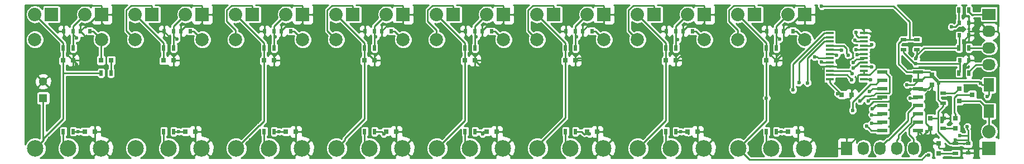
<source format=gtl>
G04 #@! TF.FileFunction,Copper,L1,Top,Signal*
%FSLAX46Y46*%
G04 Gerber Fmt 4.6, Leading zero omitted, Abs format (unit mm)*
G04 Created by KiCad (PCBNEW 4.0.4-1.fc25-product) date Thu Nov  3 21:21:28 2016*
%MOMM*%
%LPD*%
G01*
G04 APERTURE LIST*
%ADD10C,0.100000*%
%ADD11R,0.500000X0.900000*%
%ADD12R,0.800000X0.750000*%
%ADD13C,2.499360*%
%ADD14R,0.750000X0.800000*%
%ADD15R,1.300000X1.300000*%
%ADD16C,1.300000*%
%ADD17R,0.700000X0.600000*%
%ADD18R,0.600000X0.700000*%
%ADD19R,0.797560X0.797560*%
%ADD20R,2.032000X2.032000*%
%ADD21O,2.032000X2.032000*%
%ADD22R,2.032000X1.727200*%
%ADD23O,2.032000X1.727200*%
%ADD24R,0.800100X0.800100*%
%ADD25R,0.900000X0.500000*%
%ADD26C,1.998980*%
%ADD27R,1.200000X0.400000*%
%ADD28R,1.727200X2.032000*%
%ADD29O,1.727200X2.032000*%
%ADD30R,1.500000X0.600000*%
%ADD31R,1.600000X2.000000*%
%ADD32C,0.600000*%
%ADD33C,0.250000*%
%ADD34C,0.254000*%
G04 APERTURE END LIST*
D10*
D11*
X117590000Y-71120000D03*
X116090000Y-71120000D03*
D12*
X88900000Y-83820000D03*
X90400000Y-83820000D03*
D11*
X87110000Y-83820000D03*
X85610000Y-83820000D03*
D12*
X104140000Y-83820000D03*
X105640000Y-83820000D03*
D11*
X102350000Y-83820000D03*
X100850000Y-83820000D03*
D13*
X25400000Y-86360000D03*
X20398740Y-86360000D03*
X30401260Y-86360000D03*
D12*
X142760000Y-78232000D03*
X144260000Y-78232000D03*
D14*
X156464000Y-75196000D03*
X156464000Y-76696000D03*
X156210000Y-81812000D03*
X156210000Y-83312000D03*
D12*
X131330000Y-73025000D03*
X132830000Y-73025000D03*
X116090000Y-73025000D03*
X117590000Y-73025000D03*
X100850000Y-73025000D03*
X102350000Y-73025000D03*
X85610000Y-73025000D03*
X87110000Y-73025000D03*
X70370000Y-73025000D03*
X71870000Y-73025000D03*
X55130000Y-73025000D03*
X56630000Y-73025000D03*
X39890000Y-73025000D03*
X41390000Y-73025000D03*
X24650000Y-73025000D03*
X26150000Y-73025000D03*
D15*
X21590000Y-78740000D03*
D16*
X21590000Y-76240000D03*
D12*
X27940000Y-83820000D03*
X29440000Y-83820000D03*
X43180000Y-83820000D03*
X44680000Y-83820000D03*
X58420000Y-83820000D03*
X59920000Y-83820000D03*
X119380000Y-83820000D03*
X120880000Y-83820000D03*
X73660000Y-83820000D03*
X75160000Y-83820000D03*
X134620000Y-83820000D03*
X136120000Y-83820000D03*
D17*
X161925000Y-87060000D03*
X161925000Y-85660000D03*
D18*
X161990000Y-67310000D03*
X160590000Y-67310000D03*
D19*
X160020000Y-81800700D03*
X160020000Y-83299300D03*
D18*
X161990000Y-69215000D03*
X160590000Y-69215000D03*
X162055000Y-73025000D03*
X160655000Y-73025000D03*
D19*
X157480000Y-87109300D03*
X157480000Y-85610700D03*
D18*
X27240000Y-68580000D03*
X28640000Y-68580000D03*
X42480000Y-68580000D03*
X43880000Y-68580000D03*
X57720000Y-68580000D03*
X59120000Y-68580000D03*
X72960000Y-68580000D03*
X74360000Y-68580000D03*
X88200000Y-68580000D03*
X89600000Y-68580000D03*
X103440000Y-68580000D03*
X104840000Y-68580000D03*
X118680000Y-68580000D03*
X120080000Y-68580000D03*
X133920000Y-68580000D03*
X135320000Y-68580000D03*
D19*
X31864300Y-73025000D03*
X30365700Y-73025000D03*
D18*
X39940000Y-68580000D03*
X41340000Y-68580000D03*
X70420000Y-68580000D03*
X71820000Y-68580000D03*
X100900000Y-68580000D03*
X102300000Y-68580000D03*
X131380000Y-68580000D03*
X132780000Y-68580000D03*
X24700000Y-68580000D03*
X26100000Y-68580000D03*
X55180000Y-68580000D03*
X56580000Y-68580000D03*
X85660000Y-68580000D03*
X87060000Y-68580000D03*
X116140000Y-68580000D03*
X117540000Y-68580000D03*
D20*
X165100000Y-86360000D03*
D21*
X165100000Y-83820000D03*
D22*
X165100000Y-66040000D03*
D23*
X165100000Y-68580000D03*
X165100000Y-71120000D03*
X165100000Y-73660000D03*
D20*
X30480000Y-66040000D03*
D21*
X27940000Y-66040000D03*
D20*
X45720000Y-66040000D03*
D21*
X43180000Y-66040000D03*
D20*
X60960000Y-66040000D03*
D21*
X58420000Y-66040000D03*
D20*
X76200000Y-66040000D03*
D21*
X73660000Y-66040000D03*
D20*
X22860000Y-66040000D03*
D21*
X20320000Y-66040000D03*
D13*
X86360000Y-86360000D03*
X81358740Y-86360000D03*
X91361260Y-86360000D03*
D20*
X91440000Y-66040000D03*
D21*
X88900000Y-66040000D03*
D20*
X38100000Y-66040000D03*
D21*
X35560000Y-66040000D03*
D13*
X40640000Y-86360000D03*
X35638740Y-86360000D03*
X45641260Y-86360000D03*
X101600000Y-86360000D03*
X96598740Y-86360000D03*
X106601260Y-86360000D03*
D20*
X106680000Y-66040000D03*
D21*
X104140000Y-66040000D03*
D20*
X53340000Y-66040000D03*
D21*
X50800000Y-66040000D03*
D13*
X55880000Y-86360000D03*
X50878740Y-86360000D03*
X60881260Y-86360000D03*
X116840000Y-86360000D03*
X111838740Y-86360000D03*
X121841260Y-86360000D03*
D20*
X121920000Y-66040000D03*
D21*
X119380000Y-66040000D03*
D20*
X68580000Y-66040000D03*
D21*
X66040000Y-66040000D03*
D20*
X137160000Y-66040000D03*
D21*
X134620000Y-66040000D03*
D20*
X83820000Y-66040000D03*
D21*
X81280000Y-66040000D03*
D13*
X71120000Y-86360000D03*
X66118740Y-86360000D03*
X76121260Y-86360000D03*
X132080000Y-86360000D03*
X127078740Y-86360000D03*
X137081260Y-86360000D03*
D20*
X99060000Y-66040000D03*
D21*
X96520000Y-66040000D03*
D20*
X114300000Y-66040000D03*
D21*
X111760000Y-66040000D03*
D20*
X129540000Y-66040000D03*
D21*
X127000000Y-66040000D03*
D24*
X160543240Y-77282000D03*
X160543240Y-79182000D03*
X162542220Y-78232000D03*
D11*
X160540000Y-74930000D03*
X162040000Y-74930000D03*
D25*
X158115000Y-79490000D03*
X158115000Y-77990000D03*
D11*
X160540000Y-71120000D03*
X162040000Y-71120000D03*
X160540000Y-65405000D03*
X162040000Y-65405000D03*
D25*
X160020000Y-87110000D03*
X160020000Y-85610000D03*
X158115000Y-81800000D03*
X158115000Y-83300000D03*
D11*
X30365000Y-74930000D03*
X31865000Y-74930000D03*
D26*
X20320000Y-69850000D03*
X30480000Y-69850000D03*
X35560000Y-69850000D03*
X45720000Y-69850000D03*
X50800000Y-69850000D03*
X60960000Y-69850000D03*
X66040000Y-69850000D03*
X76200000Y-69850000D03*
X81280000Y-69850000D03*
X91440000Y-69850000D03*
X96520000Y-69850000D03*
X106680000Y-69850000D03*
X111760000Y-69850000D03*
X121920000Y-69850000D03*
X127000000Y-69850000D03*
X137160000Y-69850000D03*
D11*
X41390000Y-83820000D03*
X39890000Y-83820000D03*
X71870000Y-83820000D03*
X70370000Y-83820000D03*
X132830000Y-83820000D03*
X131330000Y-83820000D03*
X26150000Y-83820000D03*
X24650000Y-83820000D03*
X56630000Y-83820000D03*
X55130000Y-83820000D03*
X117590000Y-83820000D03*
X116090000Y-83820000D03*
D27*
X146110000Y-75882500D03*
X146110000Y-75247500D03*
X146110000Y-74612500D03*
X146110000Y-73977500D03*
X146110000Y-73342500D03*
X146110000Y-72707500D03*
X146110000Y-72072500D03*
X146110000Y-71437500D03*
X146110000Y-70802500D03*
X146110000Y-70167500D03*
X146110000Y-69532500D03*
X146110000Y-68897500D03*
X140910000Y-68897500D03*
X140910000Y-69532500D03*
X140910000Y-70167500D03*
X140910000Y-70802500D03*
X140910000Y-71437500D03*
X140910000Y-72072500D03*
X140910000Y-72707500D03*
X140910000Y-73342500D03*
X140910000Y-73977500D03*
X140910000Y-74612500D03*
X140910000Y-75247500D03*
X140910000Y-75882500D03*
D11*
X26150000Y-71120000D03*
X24650000Y-71120000D03*
X41390000Y-71120000D03*
X39890000Y-71120000D03*
X56630000Y-71120000D03*
X55130000Y-71120000D03*
X71845000Y-71120000D03*
X70345000Y-71120000D03*
X87110000Y-71120000D03*
X85610000Y-71120000D03*
X102350000Y-71120000D03*
X100850000Y-71120000D03*
X132830000Y-71120000D03*
X131330000Y-71120000D03*
D28*
X143510000Y-86360000D03*
D29*
X146050000Y-86360000D03*
X148590000Y-86360000D03*
X151130000Y-86360000D03*
X153670000Y-86360000D03*
D25*
X154178000Y-71362000D03*
X154178000Y-69862000D03*
X152146000Y-71362000D03*
X152146000Y-69862000D03*
D30*
X148938000Y-74803000D03*
X148938000Y-76073000D03*
X148938000Y-77343000D03*
X148938000Y-78613000D03*
X148938000Y-79883000D03*
X148938000Y-81153000D03*
X148938000Y-82423000D03*
X148938000Y-83693000D03*
X154338000Y-83693000D03*
X154338000Y-82423000D03*
X154338000Y-81153000D03*
X154338000Y-79883000D03*
X154338000Y-78613000D03*
X154338000Y-77343000D03*
X154338000Y-76073000D03*
X154338000Y-74803000D03*
D31*
X165100000Y-80740000D03*
X165100000Y-76740000D03*
D32*
X161798000Y-83058000D03*
X164846000Y-78486000D03*
X155956000Y-87376000D03*
X157480000Y-76454000D03*
X163764000Y-76454000D03*
X152654000Y-76708000D03*
X142134948Y-78083052D03*
X160020000Y-85090000D03*
X139700000Y-64770000D03*
X160655000Y-84455000D03*
X131330000Y-78740000D03*
X163068000Y-75184000D03*
X163068000Y-65024000D03*
X150368000Y-74168000D03*
X152314463Y-75344794D03*
X152908000Y-74168000D03*
X159004000Y-74676000D03*
X161544000Y-73660000D03*
X122428000Y-83820000D03*
X118872000Y-85852000D03*
X134620000Y-85852000D03*
X128016000Y-84328000D03*
X129540000Y-86360000D03*
X152400000Y-84836000D03*
X142494000Y-68834000D03*
X143764000Y-70612000D03*
X147945002Y-71628000D03*
X22606000Y-84836000D03*
X23368000Y-87122000D03*
X51562000Y-83820000D03*
X53086000Y-85090000D03*
X53848000Y-87122000D03*
X112522000Y-83820000D03*
X113792000Y-85344000D03*
X114300000Y-87122000D03*
X97282000Y-83566000D03*
X99060000Y-85090000D03*
X99060000Y-87122000D03*
X68834000Y-86614000D03*
X84328000Y-86868000D03*
X83820000Y-85090000D03*
X83566000Y-82804000D03*
X76200000Y-82550000D03*
X71120000Y-82296000D03*
X68834000Y-82296000D03*
X59920000Y-82296000D03*
X56896000Y-82296000D03*
X54102000Y-82296000D03*
X44680000Y-82296000D03*
X42672000Y-82042000D03*
X155702000Y-83820000D03*
X157988000Y-82296000D03*
X150368000Y-83312000D03*
X155448000Y-77470000D03*
X154940000Y-84582000D03*
X134366000Y-71374000D03*
X124714000Y-71374000D03*
X121158000Y-71882000D03*
X118618000Y-72390000D03*
X110490000Y-72390000D03*
X103632000Y-72644000D03*
X95758000Y-72644000D03*
X92202000Y-73152000D03*
X88138000Y-73660000D03*
X81280000Y-73660000D03*
X78740000Y-74168000D03*
X76200000Y-74676000D03*
X71374000Y-74676000D03*
X66802000Y-74676000D03*
X64516000Y-75184000D03*
X61976000Y-75692000D03*
X56134000Y-75692000D03*
X52578000Y-75692000D03*
X50292000Y-76200000D03*
X47498000Y-76708000D03*
X38608000Y-76708000D03*
X36322000Y-77470000D03*
X33528000Y-77724000D03*
X25146000Y-82804000D03*
X37084000Y-83820000D03*
X38100000Y-86868000D03*
X159385000Y-66675000D03*
X153035000Y-66040000D03*
X150495000Y-66040000D03*
X31115000Y-83820000D03*
X22225000Y-83185000D03*
X26670000Y-73660000D03*
X143764000Y-78994000D03*
X135890000Y-79365010D03*
X59855546Y-79111010D03*
X44704000Y-79111010D03*
X75087708Y-79111010D03*
X105664000Y-79111010D03*
X90742560Y-79111010D03*
X120733735Y-79111010D03*
X29464000Y-78232000D03*
X147149960Y-75975730D03*
X159385000Y-67945000D03*
X154020918Y-72751121D03*
X144338051Y-74996051D03*
X154001449Y-73552989D03*
X144272000Y-75946000D03*
X135382000Y-77470000D03*
X136248648Y-76394979D03*
X137529751Y-76445031D03*
X143762719Y-72244314D03*
X142752315Y-71445817D03*
X141929372Y-72235214D03*
X138624659Y-72507212D03*
X139711803Y-73272299D03*
X144510307Y-74187384D03*
X41854990Y-69795551D03*
X145074780Y-72181129D03*
X72010551Y-69470551D03*
X147320000Y-70612000D03*
X102490551Y-69470551D03*
X144905861Y-68736979D03*
X133294990Y-69795551D03*
X147284625Y-74020588D03*
X26670000Y-69596000D03*
X144479537Y-73339062D03*
X56770551Y-69470551D03*
X144899454Y-71371556D03*
X87250551Y-69470551D03*
X144780000Y-69986990D03*
X117856000Y-69850000D03*
X145516312Y-79162787D03*
X26924000Y-83820000D03*
X147352299Y-80381313D03*
X88239806Y-84160309D03*
X144389010Y-80601048D03*
X42164000Y-83820000D03*
X147320000Y-81280000D03*
X104458359Y-84160309D03*
X146994611Y-77758099D03*
X57404000Y-83820000D03*
X147320000Y-82550000D03*
X118364000Y-83820000D03*
X146766323Y-79171778D03*
X73280597Y-84160309D03*
X146541154Y-82986989D03*
X133604000Y-83820000D03*
X153162000Y-78740000D03*
D33*
X151370999Y-73556003D02*
X152607998Y-74793002D01*
X151370999Y-70437001D02*
X151370999Y-73556003D01*
X151946000Y-69862000D02*
X151370999Y-70437001D01*
X153328002Y-74793002D02*
X153338000Y-74803000D01*
X152607998Y-74793002D02*
X153328002Y-74793002D01*
X152146000Y-69862000D02*
X151946000Y-69862000D01*
X153338000Y-74803000D02*
X154338000Y-74803000D01*
X21648419Y-85110321D02*
X20398740Y-86360000D01*
X21648419Y-84868577D02*
X21648419Y-85110321D01*
X24650000Y-74930000D02*
X24650000Y-81866996D01*
X24650000Y-81866996D02*
X21648419Y-84868577D01*
X54317738Y-82921002D02*
X52128419Y-85110321D01*
X52128419Y-85110321D02*
X50878740Y-86360000D01*
X54402002Y-82921002D02*
X54317738Y-82921002D01*
X55130000Y-82193004D02*
X54402002Y-82921002D01*
X55130000Y-73025000D02*
X55130000Y-82193004D01*
X161798000Y-83482264D02*
X161925000Y-83609264D01*
X161925000Y-84074000D02*
X161925000Y-84455000D01*
X161798000Y-83058000D02*
X161798000Y-83482264D01*
X161925000Y-83609264D02*
X161925000Y-84074000D01*
X165100000Y-76740000D02*
X165100000Y-78232000D01*
X165100000Y-78232000D02*
X164846000Y-78486000D01*
X128753749Y-88035009D02*
X154178000Y-88035009D01*
X155956000Y-87376000D02*
X155531736Y-87376000D01*
X155531736Y-87376000D02*
X154872727Y-88035009D01*
X154872727Y-88035009D02*
X154178000Y-88035009D01*
X127078740Y-86360000D02*
X128753749Y-88035009D01*
X157480000Y-76454000D02*
X156549000Y-75523000D01*
X156549000Y-75523000D02*
X155338000Y-75523000D01*
X155338000Y-75523000D02*
X154788000Y-76073000D01*
X154788000Y-76073000D02*
X154338000Y-76073000D01*
X163764000Y-76454000D02*
X163510000Y-76200000D01*
X164050000Y-76740000D02*
X163764000Y-76454000D01*
X157339999Y-76096999D02*
X157339999Y-76200000D01*
X157339999Y-76200000D02*
X157339999Y-78914999D01*
X163510000Y-76200000D02*
X157339999Y-76200000D01*
X165100000Y-76740000D02*
X164050000Y-76740000D01*
X161925000Y-85090000D02*
X161290000Y-85090000D01*
X161290000Y-85090000D02*
X160020000Y-85090000D01*
X156464000Y-75196000D02*
X156464000Y-75221000D01*
X156464000Y-75221000D02*
X157339999Y-76096999D01*
X157339999Y-78914999D02*
X157915000Y-79490000D01*
X157915000Y-79490000D02*
X158115000Y-79490000D01*
X152654000Y-76708000D02*
X153703000Y-76708000D01*
X153703000Y-76708000D02*
X154338000Y-76073000D01*
X152146000Y-69862000D02*
X153162000Y-69862000D01*
X153162000Y-69862000D02*
X154178000Y-69862000D01*
X153044998Y-67196998D02*
X153044998Y-69744998D01*
X153044998Y-69744998D02*
X153162000Y-69862000D01*
X157339999Y-80765001D02*
X157339999Y-81788000D01*
X157339999Y-81788000D02*
X157339999Y-83810001D01*
X157315999Y-81812000D02*
X157339999Y-81788000D01*
X156210000Y-81812000D02*
X157315999Y-81812000D01*
X154338000Y-74803000D02*
X156071000Y-74803000D01*
X156071000Y-74803000D02*
X156464000Y-75196000D01*
X154338000Y-76073000D02*
X154338000Y-74803000D01*
X142559212Y-78083052D02*
X142134948Y-78083052D01*
X142760000Y-78232000D02*
X142611052Y-78083052D01*
X142611052Y-78083052D02*
X142559212Y-78083052D01*
X70370000Y-73025000D02*
X70370000Y-81866996D01*
X70370000Y-81866996D02*
X67368419Y-84868577D01*
X67368419Y-84868577D02*
X67368419Y-85110321D01*
X67368419Y-85110321D02*
X66118740Y-86360000D01*
X100850000Y-73025000D02*
X100850000Y-81739996D01*
X100850000Y-81739996D02*
X96598740Y-85991256D01*
X96598740Y-85991256D02*
X96598740Y-86360000D01*
X150618000Y-64770000D02*
X153044998Y-67196998D01*
X139700000Y-64770000D02*
X150618000Y-64770000D01*
X157349998Y-83820000D02*
X158750000Y-85220002D01*
X158750000Y-85220002D02*
X159139998Y-85610000D01*
X160020000Y-85090000D02*
X160020000Y-85610000D01*
X161925000Y-85090000D02*
X161925000Y-85660000D01*
X161925000Y-84455000D02*
X161925000Y-85090000D01*
X161925000Y-84455000D02*
X160655000Y-84455000D01*
X158115000Y-79990000D02*
X157339999Y-80765001D01*
X158115000Y-79490000D02*
X158115000Y-79990000D01*
X157339999Y-83810001D02*
X157349998Y-83820000D01*
X159139998Y-85610000D02*
X159320000Y-85610000D01*
X159320000Y-85610000D02*
X160020000Y-85610000D01*
X160020000Y-85610000D02*
X159820000Y-85610000D01*
X161260000Y-85725000D02*
X161145000Y-85610000D01*
X161145000Y-85610000D02*
X160020000Y-85610000D01*
X161925000Y-85660000D02*
X161325000Y-85660000D01*
X161325000Y-85660000D02*
X161260000Y-85725000D01*
X21590000Y-78740000D02*
X21590000Y-85168740D01*
X21590000Y-85168740D02*
X20398740Y-86360000D01*
X131330000Y-78740000D02*
X131330000Y-82108740D01*
X131330000Y-73025000D02*
X131330000Y-78740000D01*
X140910000Y-75882500D02*
X140910000Y-76407000D01*
X140910000Y-76407000D02*
X142735000Y-78232000D01*
X142735000Y-78232000D02*
X142760000Y-78232000D01*
X131330000Y-82108740D02*
X127078740Y-86360000D01*
X131330000Y-71120000D02*
X131330000Y-73025000D01*
X127000000Y-66040000D02*
X131330000Y-70370000D01*
X131330000Y-70370000D02*
X131330000Y-71120000D01*
X116090000Y-73025000D02*
X116090000Y-82108740D01*
X116090000Y-82108740D02*
X111838740Y-86360000D01*
X116090000Y-71120000D02*
X116090000Y-73025000D01*
X111760000Y-66040000D02*
X116090000Y-70370000D01*
X116090000Y-70370000D02*
X116090000Y-71120000D01*
X100850000Y-71120000D02*
X100850000Y-73025000D01*
X96520000Y-66040000D02*
X100850000Y-70370000D01*
X100850000Y-70370000D02*
X100850000Y-71120000D01*
X85610000Y-73025000D02*
X85610000Y-82108740D01*
X85610000Y-82108740D02*
X81358740Y-86360000D01*
X85610000Y-71120000D02*
X85610000Y-73025000D01*
X81280000Y-66040000D02*
X85610000Y-70370000D01*
X85610000Y-70370000D02*
X85610000Y-71120000D01*
X70345000Y-71120000D02*
X70345000Y-73000000D01*
X70345000Y-73000000D02*
X70370000Y-73025000D01*
X66040000Y-66040000D02*
X70345000Y-70345000D01*
X70345000Y-70345000D02*
X70345000Y-71120000D01*
X55130000Y-71120000D02*
X55130000Y-73025000D01*
X50800000Y-66040000D02*
X55130000Y-70370000D01*
X55130000Y-70370000D02*
X55130000Y-71120000D01*
X24650000Y-73025000D02*
X24650000Y-74930000D01*
X24650000Y-71120000D02*
X24650000Y-73025000D01*
X20320000Y-66040000D02*
X24650000Y-70370000D01*
X24650000Y-70370000D02*
X24650000Y-71120000D01*
X39890000Y-71120000D02*
X39890000Y-73025000D01*
X35560000Y-66040000D02*
X39890000Y-70370000D01*
X39890000Y-70370000D02*
X39890000Y-71120000D01*
X30365000Y-74930000D02*
X24650000Y-74930000D01*
X30480000Y-66040000D02*
X30480000Y-64774000D01*
X30480000Y-64774000D02*
X30404999Y-64698999D01*
X30404999Y-64698999D02*
X27296319Y-64698999D01*
X27296319Y-64698999D02*
X24700000Y-67295318D01*
X24700000Y-67295318D02*
X24700000Y-67980000D01*
X24700000Y-67980000D02*
X24700000Y-68580000D01*
X45720000Y-66040000D02*
X45720000Y-64774000D01*
X45720000Y-64774000D02*
X45644999Y-64698999D01*
X45644999Y-64698999D02*
X42536319Y-64698999D01*
X42536319Y-64698999D02*
X39940000Y-67295318D01*
X39940000Y-67295318D02*
X39940000Y-67980000D01*
X39940000Y-67980000D02*
X39940000Y-68580000D01*
X60960000Y-66040000D02*
X60960000Y-64774000D01*
X60884999Y-64698999D02*
X57776319Y-64698999D01*
X60960000Y-64774000D02*
X60884999Y-64698999D01*
X57776319Y-64698999D02*
X55180000Y-67295318D01*
X55180000Y-67295318D02*
X55180000Y-67980000D01*
X55180000Y-67980000D02*
X55180000Y-68580000D01*
X76200000Y-66040000D02*
X76200000Y-64774000D01*
X76124999Y-64698999D02*
X73016319Y-64698999D01*
X76200000Y-64774000D02*
X76124999Y-64698999D01*
X73016319Y-64698999D02*
X70420000Y-67295318D01*
X70420000Y-67295318D02*
X70420000Y-67980000D01*
X70420000Y-67980000D02*
X70420000Y-68580000D01*
X91440000Y-66040000D02*
X91440000Y-64774000D01*
X91440000Y-64774000D02*
X91364999Y-64698999D01*
X91364999Y-64698999D02*
X88256319Y-64698999D01*
X85660000Y-67295318D02*
X85660000Y-67980000D01*
X88256319Y-64698999D02*
X85660000Y-67295318D01*
X85660000Y-67980000D02*
X85660000Y-68580000D01*
X106680000Y-66040000D02*
X106680000Y-64774000D01*
X100900000Y-67980000D02*
X100900000Y-68580000D01*
X106680000Y-64774000D02*
X106604999Y-64698999D01*
X106604999Y-64698999D02*
X103496319Y-64698999D01*
X103496319Y-64698999D02*
X100900000Y-67295318D01*
X100900000Y-67295318D02*
X100900000Y-67980000D01*
X121920000Y-66040000D02*
X121920000Y-64774000D01*
X121920000Y-64774000D02*
X121844999Y-64698999D01*
X121844999Y-64698999D02*
X118736319Y-64698999D01*
X118736319Y-64698999D02*
X116140000Y-67295318D01*
X116140000Y-67295318D02*
X116140000Y-67980000D01*
X116140000Y-67980000D02*
X116140000Y-68580000D01*
X137160000Y-66040000D02*
X137160000Y-64774000D01*
X137084999Y-64698999D02*
X133976319Y-64698999D01*
X137160000Y-64774000D02*
X137084999Y-64698999D01*
X133976319Y-64698999D02*
X131380000Y-67295318D01*
X131380000Y-67295318D02*
X131380000Y-67980000D01*
X131380000Y-67980000D02*
X131380000Y-68580000D01*
X165100000Y-68580000D02*
X166366000Y-68580000D01*
X166366000Y-68580000D02*
X166441001Y-68504999D01*
X166248603Y-64724001D02*
X163367999Y-64724001D01*
X166441001Y-68504999D02*
X166441001Y-64916399D01*
X166441001Y-64916399D02*
X166248603Y-64724001D01*
X163367999Y-64724001D02*
X163068000Y-65024000D01*
X166624000Y-73152000D02*
X166624000Y-73969348D01*
X166624000Y-73969348D02*
X165409348Y-75184000D01*
X165409348Y-75184000D02*
X163068000Y-75184000D01*
X166624000Y-68838000D02*
X166624000Y-73152000D01*
X166366000Y-68580000D02*
X166624000Y-68838000D01*
X165100000Y-68580000D02*
X163758999Y-67238999D01*
X163758999Y-67238999D02*
X163758999Y-67163601D01*
X163758999Y-67163601D02*
X163823999Y-67228601D01*
X166441001Y-67163601D02*
X166441001Y-64916399D01*
X163823999Y-67228601D02*
X166376001Y-67228601D01*
X166376001Y-67228601D02*
X166441001Y-67163601D01*
X150368000Y-74168000D02*
X151137669Y-74168000D01*
X151137669Y-74168000D02*
X152314463Y-75344794D01*
X159004000Y-74676000D02*
X158505999Y-74177999D01*
X158505999Y-74177999D02*
X152917999Y-74177999D01*
X152917999Y-74177999D02*
X152908000Y-74168000D01*
X161244001Y-75483999D02*
X161022999Y-75705001D01*
X161022999Y-75705001D02*
X160033001Y-75705001D01*
X160033001Y-75705001D02*
X159004000Y-74676000D01*
X161544000Y-73660000D02*
X161244001Y-73959999D01*
X161244001Y-73959999D02*
X161244001Y-75483999D01*
X162055000Y-73025000D02*
X162055000Y-73149000D01*
X162055000Y-73149000D02*
X161544000Y-73660000D01*
X136120000Y-83820000D02*
X136120000Y-85398740D01*
X136120000Y-85398740D02*
X137081260Y-86360000D01*
X120880000Y-83820000D02*
X120880000Y-85398740D01*
X120880000Y-85398740D02*
X121841260Y-86360000D01*
X105640000Y-83820000D02*
X105640000Y-85398740D01*
X105640000Y-85398740D02*
X106601260Y-86360000D01*
X90400000Y-83820000D02*
X90400000Y-85398740D01*
X90400000Y-85398740D02*
X91361260Y-86360000D01*
X75160000Y-83820000D02*
X75160000Y-85398740D01*
X75160000Y-85398740D02*
X76121260Y-86360000D01*
X59920000Y-83820000D02*
X59920000Y-85398740D01*
X59920000Y-85398740D02*
X60881260Y-86360000D01*
X44680000Y-83820000D02*
X44680000Y-85398740D01*
X44680000Y-85398740D02*
X45641260Y-86360000D01*
X29440000Y-83820000D02*
X29440000Y-85398740D01*
X29440000Y-85398740D02*
X30401260Y-86360000D01*
X120880000Y-83820000D02*
X122428000Y-83820000D01*
X120856000Y-84836000D02*
X119888000Y-84836000D01*
X119888000Y-84836000D02*
X118872000Y-85852000D01*
X120880000Y-84812000D02*
X120856000Y-84836000D01*
X120880000Y-83820000D02*
X120880000Y-84812000D01*
X136096000Y-84836000D02*
X135636000Y-84836000D01*
X135636000Y-84836000D02*
X134620000Y-85852000D01*
X136120000Y-84812000D02*
X136096000Y-84836000D01*
X136120000Y-83820000D02*
X136120000Y-84812000D01*
X143510000Y-86360000D02*
X143510000Y-86207600D01*
X143510000Y-86207600D02*
X145399599Y-84318001D01*
X145399599Y-84318001D02*
X149948001Y-84318001D01*
X149948001Y-84318001D02*
X150368000Y-83898002D01*
X150368000Y-83898002D02*
X150368000Y-83736264D01*
X150368000Y-83736264D02*
X150368000Y-83312000D01*
X143792685Y-72869315D02*
X142684500Y-73977500D01*
X142684500Y-73977500D02*
X140910000Y-73977500D01*
X144387720Y-71944313D02*
X144387720Y-72544315D01*
X144062720Y-72869315D02*
X143792685Y-72869315D01*
X144387720Y-72544315D02*
X144062720Y-72869315D01*
X144272000Y-71628000D02*
X144272000Y-71828593D01*
X144272000Y-71828593D02*
X144387720Y-71944313D01*
X144063999Y-71419999D02*
X144272000Y-71628000D01*
X143764000Y-70612000D02*
X144063999Y-70911999D01*
X144063999Y-70911999D02*
X144063999Y-71419999D01*
X143764000Y-70612000D02*
X143764000Y-70104000D01*
X143764000Y-70104000D02*
X142494000Y-68834000D01*
X146110000Y-68447500D02*
X146110000Y-68897500D01*
X143702500Y-66040000D02*
X146110000Y-68447500D01*
X147945002Y-74262498D02*
X147945002Y-71628000D01*
X147945002Y-71628000D02*
X147945002Y-69882502D01*
X23368000Y-87122000D02*
X22606000Y-86360000D01*
X22606000Y-86360000D02*
X22606000Y-84836000D01*
X53848000Y-87122000D02*
X53848000Y-85852000D01*
X53848000Y-85852000D02*
X53086000Y-85090000D01*
X114300000Y-87122000D02*
X114300000Y-85852000D01*
X114300000Y-85852000D02*
X113792000Y-85344000D01*
X99060000Y-87122000D02*
X99060000Y-85090000D01*
X83820000Y-85090000D02*
X83820000Y-86360000D01*
X83820000Y-86360000D02*
X84328000Y-86868000D01*
X71120000Y-82296000D02*
X75946000Y-82296000D01*
X75946000Y-82296000D02*
X76200000Y-82550000D01*
X59920000Y-82296000D02*
X68834000Y-82296000D01*
X59920000Y-83820000D02*
X59920000Y-82296000D01*
X59920000Y-82296000D02*
X59920000Y-79175464D01*
X56896000Y-82296000D02*
X59920000Y-82296000D01*
X44680000Y-82296000D02*
X54102000Y-82296000D01*
X44680000Y-83820000D02*
X44680000Y-82296000D01*
X44680000Y-82296000D02*
X44680000Y-79135010D01*
X42672000Y-82042000D02*
X44426000Y-82042000D01*
X44426000Y-82042000D02*
X44680000Y-82296000D01*
X155702000Y-83820000D02*
X154940000Y-84582000D01*
X155702000Y-83820000D02*
X156210000Y-83312000D01*
X158115000Y-81800000D02*
X158115000Y-82169000D01*
X158115000Y-82169000D02*
X157988000Y-82296000D01*
X156210000Y-83312000D02*
X156210000Y-83287000D01*
X156210000Y-83287000D02*
X155509999Y-82586999D01*
X155509999Y-82586999D02*
X155509999Y-78300001D01*
X155509999Y-78300001D02*
X156464000Y-77346000D01*
X156464000Y-77346000D02*
X156464000Y-76696000D01*
X143764000Y-81534000D02*
X143764000Y-78994000D01*
X150836999Y-79257999D02*
X147564001Y-79257999D01*
X147564001Y-79257999D02*
X145288000Y-81534000D01*
X145288000Y-81534000D02*
X143764000Y-81534000D01*
X151130000Y-79551000D02*
X150836999Y-79257999D01*
X153338000Y-77343000D02*
X151130000Y-79551000D01*
X151130000Y-79551000D02*
X150368000Y-80313000D01*
X156210000Y-83312000D02*
X156210000Y-84989480D01*
X156210000Y-84989480D02*
X156831220Y-85610700D01*
X156831220Y-85610700D02*
X157480000Y-85610700D01*
X154338000Y-77343000D02*
X153338000Y-77343000D01*
X150368000Y-80313000D02*
X150368000Y-83312000D01*
X156464000Y-76696000D02*
X155817000Y-77343000D01*
X155817000Y-77343000D02*
X154338000Y-77343000D01*
X155448000Y-77470000D02*
X154465000Y-77470000D01*
X154465000Y-77470000D02*
X154338000Y-77343000D01*
X154940000Y-84582000D02*
X154940000Y-84295000D01*
X154940000Y-84295000D02*
X154338000Y-83693000D01*
X157480000Y-85610700D02*
X155705700Y-85610700D01*
X155705700Y-85610700D02*
X154338000Y-84243000D01*
X154338000Y-84243000D02*
X154338000Y-83693000D01*
X146960000Y-75247500D02*
X147945002Y-74262498D01*
X146110000Y-75247500D02*
X146960000Y-75247500D01*
X147945002Y-69882502D02*
X146960000Y-68897500D01*
X145260000Y-75247500D02*
X146110000Y-75247500D01*
X145151002Y-75356498D02*
X145260000Y-75247500D01*
X145151002Y-76715998D02*
X145151002Y-75356498D01*
X144260000Y-77607000D02*
X145151002Y-76715998D01*
X144260000Y-78232000D02*
X144260000Y-77607000D01*
X143339736Y-78994000D02*
X143764000Y-78994000D01*
X140910000Y-73977500D02*
X140060000Y-73977500D01*
X140060000Y-73977500D02*
X139984999Y-74052501D01*
X139984999Y-74052501D02*
X139984999Y-76817001D01*
X139984999Y-76817001D02*
X142161998Y-78994000D01*
X142161998Y-78994000D02*
X143339736Y-78994000D01*
X143764000Y-78994000D02*
X144260000Y-78498000D01*
X144260000Y-78498000D02*
X144260000Y-78232000D01*
X134366000Y-71374000D02*
X134366000Y-71489000D01*
X134366000Y-71489000D02*
X132830000Y-73025000D01*
X121158000Y-71882000D02*
X124206000Y-71882000D01*
X124206000Y-71882000D02*
X124714000Y-71374000D01*
X118618000Y-72390000D02*
X120650000Y-72390000D01*
X120650000Y-72390000D02*
X121158000Y-71882000D01*
X118618000Y-72390000D02*
X118225000Y-72390000D01*
X118225000Y-72390000D02*
X117590000Y-73025000D01*
X103632000Y-72644000D02*
X110236000Y-72644000D01*
X110236000Y-72644000D02*
X110490000Y-72390000D01*
X103632000Y-72644000D02*
X102731000Y-72644000D01*
X102731000Y-72644000D02*
X102350000Y-73025000D01*
X92202000Y-73152000D02*
X95250000Y-73152000D01*
X95250000Y-73152000D02*
X95758000Y-72644000D01*
X88138000Y-73660000D02*
X91694000Y-73660000D01*
X91694000Y-73660000D02*
X92202000Y-73152000D01*
X88138000Y-73660000D02*
X87745000Y-73660000D01*
X87745000Y-73660000D02*
X87110000Y-73025000D01*
X78740000Y-74168000D02*
X80772000Y-74168000D01*
X80772000Y-74168000D02*
X81280000Y-73660000D01*
X76200000Y-74676000D02*
X78232000Y-74676000D01*
X78232000Y-74676000D02*
X78740000Y-74168000D01*
X71870000Y-74676000D02*
X76200000Y-74676000D01*
X71870000Y-73025000D02*
X71870000Y-74676000D01*
X71870000Y-74676000D02*
X71870000Y-75893302D01*
X71374000Y-74676000D02*
X71870000Y-74676000D01*
X64516000Y-75184000D02*
X66294000Y-75184000D01*
X66294000Y-75184000D02*
X66802000Y-74676000D01*
X61976000Y-75692000D02*
X64008000Y-75692000D01*
X64008000Y-75692000D02*
X64516000Y-75184000D01*
X56630000Y-75692000D02*
X61976000Y-75692000D01*
X56630000Y-73025000D02*
X56630000Y-75692000D01*
X56134000Y-75692000D02*
X56630000Y-75692000D01*
X56630000Y-75692000D02*
X56630000Y-75885464D01*
X50292000Y-76200000D02*
X52070000Y-76200000D01*
X52070000Y-76200000D02*
X52578000Y-75692000D01*
X47498000Y-76708000D02*
X49784000Y-76708000D01*
X49784000Y-76708000D02*
X50292000Y-76200000D01*
X38608000Y-76708000D02*
X47498000Y-76708000D01*
X36322000Y-77470000D02*
X37846000Y-77470000D01*
X37846000Y-77470000D02*
X38608000Y-76708000D01*
X33528000Y-77724000D02*
X36068000Y-77724000D01*
X36068000Y-77724000D02*
X36322000Y-77470000D01*
X29464000Y-78232000D02*
X33020000Y-78232000D01*
X33020000Y-78232000D02*
X33528000Y-77724000D01*
X30401260Y-86360000D02*
X28636261Y-84595001D01*
X25574999Y-83232999D02*
X25146000Y-82804000D01*
X28636261Y-84595001D02*
X25639999Y-84595001D01*
X25639999Y-84595001D02*
X25574999Y-84530001D01*
X25574999Y-84530001D02*
X25574999Y-83232999D01*
X38100000Y-86868000D02*
X38100000Y-84836000D01*
X38100000Y-84836000D02*
X37084000Y-83820000D01*
X153035000Y-66040000D02*
X158750000Y-66040000D01*
X158750000Y-66040000D02*
X159385000Y-66675000D01*
X143702500Y-66040000D02*
X150495000Y-66040000D01*
X29440000Y-83820000D02*
X31115000Y-83820000D01*
X21590000Y-76240000D02*
X22860000Y-77510000D01*
X22860000Y-77510000D02*
X22860000Y-82550000D01*
X22860000Y-82550000D02*
X22225000Y-83185000D01*
X161990000Y-69215000D02*
X161990000Y-69265000D01*
X161990000Y-69265000D02*
X161464999Y-69790001D01*
X161464999Y-69790001D02*
X161464999Y-71834999D01*
X161464999Y-71834999D02*
X162055000Y-72425000D01*
X162055000Y-72425000D02*
X162055000Y-73025000D01*
X161990000Y-67310000D02*
X161990000Y-69215000D01*
X165100000Y-68580000D02*
X161925000Y-68580000D01*
X161990000Y-68515000D02*
X161990000Y-67310000D01*
X161925000Y-68580000D02*
X161990000Y-68515000D01*
X158315000Y-81800000D02*
X158115000Y-81800000D01*
X165100000Y-86360000D02*
X162075000Y-86360000D01*
X162075000Y-86360000D02*
X161925000Y-86510000D01*
X161925000Y-86510000D02*
X161925000Y-87060000D01*
X165100000Y-86360000D02*
X157580520Y-86360000D01*
X157580520Y-86360000D02*
X157480000Y-86259480D01*
X157480000Y-86259480D02*
X157480000Y-85610700D01*
X26670000Y-73660000D02*
X26670000Y-73545000D01*
X26670000Y-73545000D02*
X26150000Y-73025000D01*
X146960000Y-68897500D02*
X146110000Y-68897500D01*
X136120000Y-83820000D02*
X136120000Y-79595010D01*
X136120000Y-79595010D02*
X135890000Y-79365010D01*
X144260000Y-78232000D02*
X144235000Y-78232000D01*
X132830000Y-73025000D02*
X132830000Y-76305010D01*
X135590001Y-79065011D02*
X135890000Y-79365010D01*
X132830000Y-76305010D02*
X135590001Y-79065011D01*
X146110000Y-75247500D02*
X146110000Y-74612500D01*
X41390000Y-73025000D02*
X41390000Y-75797010D01*
X75160000Y-83820000D02*
X75160000Y-79183302D01*
X44404001Y-78811011D02*
X44704000Y-79111010D01*
X90400000Y-83820000D02*
X90400000Y-79453570D01*
X71870000Y-75893302D02*
X74787709Y-78811011D01*
X105640000Y-79135010D02*
X105664000Y-79111010D01*
X120433736Y-78811011D02*
X120733735Y-79111010D01*
X105640000Y-83820000D02*
X105640000Y-79135010D01*
X117590000Y-73025000D02*
X117590000Y-75967275D01*
X87110000Y-75478450D02*
X90442561Y-78811011D01*
X59555547Y-78811011D02*
X59855546Y-79111010D01*
X56630000Y-75885464D02*
X59555547Y-78811011D01*
X44680000Y-79135010D02*
X44704000Y-79111010D01*
X120880000Y-79257275D02*
X120733735Y-79111010D01*
X120880000Y-83820000D02*
X120880000Y-79257275D01*
X87110000Y-73025000D02*
X87110000Y-75478450D01*
X75160000Y-79183302D02*
X75087708Y-79111010D01*
X117590000Y-75967275D02*
X120433736Y-78811011D01*
X90442561Y-79411009D02*
X90742560Y-79111010D01*
X105364001Y-78811011D02*
X105664000Y-79111010D01*
X102350000Y-75797010D02*
X105364001Y-78811011D01*
X102350000Y-73025000D02*
X102350000Y-75797010D01*
X90400000Y-79453570D02*
X90442561Y-79411009D01*
X90442561Y-78811011D02*
X90742560Y-79111010D01*
X59920000Y-79175464D02*
X59855546Y-79111010D01*
X41390000Y-75797010D02*
X44404001Y-78811011D01*
X74787709Y-78811011D02*
X75087708Y-79111010D01*
X137160000Y-66040000D02*
X143702500Y-66040000D01*
X132830000Y-73025000D02*
X132830000Y-72400000D01*
X132830000Y-72400000D02*
X133920000Y-71310000D01*
X133920000Y-71310000D02*
X133920000Y-69180000D01*
X133920000Y-69180000D02*
X133920000Y-68580000D01*
X132830000Y-73025000D02*
X132805000Y-73025000D01*
X131905001Y-72125001D02*
X131905001Y-69705001D01*
X132805000Y-73025000D02*
X131905001Y-72125001D01*
X131905001Y-69705001D02*
X131380000Y-69180000D01*
X131380000Y-69180000D02*
X131380000Y-68580000D01*
X117590000Y-73025000D02*
X117590000Y-72400000D01*
X117590000Y-72400000D02*
X118680000Y-71310000D01*
X118680000Y-71310000D02*
X118680000Y-69180000D01*
X118680000Y-69180000D02*
X118680000Y-68580000D01*
X117590000Y-72400000D02*
X116665001Y-71475001D01*
X116665001Y-71475001D02*
X116665001Y-69705001D01*
X116665001Y-69705001D02*
X116140000Y-69180000D01*
X116140000Y-69180000D02*
X116140000Y-68580000D01*
X102350000Y-73025000D02*
X102350000Y-72400000D01*
X102350000Y-72400000D02*
X103440000Y-71310000D01*
X103440000Y-71310000D02*
X103440000Y-69180000D01*
X103440000Y-69180000D02*
X103440000Y-68580000D01*
X102350000Y-72400000D02*
X101425001Y-71475001D01*
X101425001Y-71475001D02*
X101425001Y-69705001D01*
X101425001Y-69705001D02*
X100900000Y-69180000D01*
X100900000Y-69180000D02*
X100900000Y-68580000D01*
X87110000Y-73025000D02*
X87110000Y-72400000D01*
X87110000Y-72400000D02*
X88200000Y-71310000D01*
X88200000Y-69180000D02*
X88200000Y-68580000D01*
X88200000Y-71310000D02*
X88200000Y-69180000D01*
X87110000Y-72400000D02*
X86185001Y-71475001D01*
X86185001Y-71475001D02*
X86185001Y-69705001D01*
X86185001Y-69705001D02*
X85660000Y-69180000D01*
X85660000Y-69180000D02*
X85660000Y-68580000D01*
X71870000Y-73025000D02*
X71870000Y-72400000D01*
X71870000Y-72400000D02*
X72960000Y-71310000D01*
X72960000Y-71310000D02*
X72960000Y-69180000D01*
X72960000Y-69180000D02*
X72960000Y-68580000D01*
X71870000Y-73025000D02*
X71845000Y-73025000D01*
X70920001Y-69680001D02*
X70420000Y-69180000D01*
X71845000Y-73025000D02*
X70920001Y-72100001D01*
X70920001Y-72100001D02*
X70920001Y-69680001D01*
X70420000Y-69180000D02*
X70420000Y-68580000D01*
X56630000Y-73025000D02*
X56630000Y-72400000D01*
X56630000Y-72400000D02*
X57720000Y-71310000D01*
X57720000Y-71310000D02*
X57720000Y-69180000D01*
X57720000Y-69180000D02*
X57720000Y-68580000D01*
X55180000Y-68580000D02*
X55180000Y-69180000D01*
X55180000Y-69180000D02*
X55980000Y-69980000D01*
X55980000Y-69980000D02*
X55980000Y-71750000D01*
X55980000Y-71750000D02*
X56630000Y-72400000D01*
X26150000Y-73025000D02*
X26150000Y-72400000D01*
X26150000Y-72400000D02*
X27790000Y-70760000D01*
X27790000Y-70760000D02*
X27790000Y-69180000D01*
X27790000Y-69180000D02*
X27240000Y-68630000D01*
X27240000Y-68630000D02*
X27240000Y-68580000D01*
X26150000Y-73025000D02*
X26125000Y-73025000D01*
X26125000Y-73025000D02*
X25225001Y-72125001D01*
X25225001Y-72125001D02*
X25225001Y-69705001D01*
X25225001Y-69705001D02*
X24700000Y-69180000D01*
X24700000Y-69180000D02*
X24700000Y-68580000D01*
X39940000Y-68580000D02*
X39940000Y-68630000D01*
X39940000Y-68630000D02*
X40814999Y-69504999D01*
X40814999Y-69504999D02*
X40814999Y-71824999D01*
X40814999Y-71824999D02*
X41390000Y-72400000D01*
X41390000Y-72400000D02*
X41390000Y-73025000D01*
X41390000Y-72400000D02*
X42480000Y-71310000D01*
X42480000Y-71310000D02*
X42480000Y-69180000D01*
X42480000Y-69180000D02*
X42480000Y-68580000D01*
X136624998Y-66040000D02*
X134684998Y-67980000D01*
X134684998Y-67980000D02*
X134470000Y-67980000D01*
X134470000Y-67980000D02*
X133920000Y-68530000D01*
X133920000Y-68530000D02*
X133920000Y-68580000D01*
X118680000Y-68580000D02*
X118680000Y-68530000D01*
X121321001Y-67904999D02*
X121920000Y-67306000D01*
X118680000Y-68530000D02*
X119305001Y-67904999D01*
X119305001Y-67904999D02*
X121321001Y-67904999D01*
X121920000Y-67306000D02*
X121920000Y-66040000D01*
X106680000Y-66040000D02*
X106680000Y-67306000D01*
X106680000Y-67306000D02*
X106604999Y-67381001D01*
X106604999Y-67381001D02*
X104588999Y-67381001D01*
X104588999Y-67381001D02*
X103440000Y-68530000D01*
X103440000Y-68530000D02*
X103440000Y-68580000D01*
X88200000Y-68580000D02*
X88200000Y-68530000D01*
X88200000Y-68530000D02*
X88825001Y-67904999D01*
X88825001Y-67904999D02*
X90841001Y-67904999D01*
X90841001Y-67904999D02*
X91440000Y-67306000D01*
X91440000Y-67306000D02*
X91440000Y-66040000D01*
X76200000Y-66040000D02*
X76200000Y-67306000D01*
X76200000Y-67306000D02*
X76124999Y-67381001D01*
X76124999Y-67381001D02*
X74108999Y-67381001D01*
X74108999Y-67381001D02*
X72960000Y-68530000D01*
X72960000Y-68530000D02*
X72960000Y-68580000D01*
X57720000Y-68580000D02*
X57720000Y-68530000D01*
X57720000Y-68530000D02*
X58345001Y-67904999D01*
X58345001Y-67904999D02*
X60361001Y-67904999D01*
X60361001Y-67904999D02*
X60960000Y-67306000D01*
X60960000Y-67306000D02*
X60960000Y-66040000D01*
X31115000Y-75565000D02*
X31115000Y-71175248D01*
X31115000Y-71175248D02*
X31804491Y-70485757D01*
X31804491Y-70485757D02*
X31804491Y-68630491D01*
X31804491Y-68630491D02*
X30480000Y-67306000D01*
X30480000Y-67306000D02*
X30480000Y-66040000D01*
X29464000Y-77216000D02*
X31115000Y-75565000D01*
X29464000Y-78232000D02*
X29464000Y-77216000D01*
X42480000Y-68580000D02*
X42480000Y-68530000D01*
X42480000Y-68530000D02*
X43105001Y-67904999D01*
X43105001Y-67904999D02*
X45121001Y-67904999D01*
X45121001Y-67904999D02*
X45720000Y-67306000D01*
X45720000Y-67306000D02*
X45720000Y-66040000D01*
X29440000Y-83820000D02*
X29440000Y-78256000D01*
X29440000Y-78256000D02*
X29464000Y-78232000D01*
X24700000Y-68580000D02*
X24700000Y-68630000D01*
X30480000Y-66040000D02*
X29944998Y-66040000D01*
X29944998Y-66040000D02*
X28004998Y-67980000D01*
X28004998Y-67980000D02*
X27790000Y-67980000D01*
X27790000Y-67980000D02*
X27240000Y-68530000D01*
X27240000Y-68530000D02*
X27240000Y-68580000D01*
X146110000Y-75882500D02*
X147056730Y-75882500D01*
X147056730Y-75882500D02*
X147149960Y-75975730D01*
X159385000Y-67945000D02*
X159955000Y-67945000D01*
X159955000Y-67945000D02*
X160590000Y-67310000D01*
X160540000Y-65405000D02*
X160540000Y-67260000D01*
X160540000Y-67260000D02*
X160590000Y-67310000D01*
X159818189Y-78643462D02*
X160229651Y-78232000D01*
X159818189Y-80950109D02*
X159818189Y-78643462D01*
X161892170Y-78232000D02*
X162542220Y-78232000D01*
X160020000Y-81151920D02*
X159818189Y-80950109D01*
X160020000Y-81800700D02*
X160020000Y-81151920D01*
X160229651Y-78232000D02*
X161892170Y-78232000D01*
X158115000Y-83300000D02*
X160019300Y-83300000D01*
X160019300Y-83300000D02*
X160020000Y-83299300D01*
X155227775Y-71120000D02*
X154020918Y-72326857D01*
X154020918Y-72326857D02*
X154020918Y-72751121D01*
X154178000Y-72594039D02*
X154020918Y-72751121D01*
X154178000Y-71362000D02*
X154178000Y-72594039D01*
X160540000Y-71120000D02*
X155227775Y-71120000D01*
X140910000Y-74612500D02*
X143954500Y-74612500D01*
X143954500Y-74612500D02*
X144038052Y-74696052D01*
X144038052Y-74696052D02*
X144338051Y-74996051D01*
X160590000Y-69215000D02*
X160590000Y-71070000D01*
X160590000Y-71070000D02*
X160540000Y-71120000D01*
X160547989Y-73552989D02*
X154425713Y-73552989D01*
X154425713Y-73552989D02*
X154001449Y-73552989D01*
X153836989Y-73552989D02*
X154001449Y-73552989D01*
X152146000Y-71862000D02*
X153836989Y-73552989D01*
X152146000Y-71362000D02*
X152146000Y-71862000D01*
X160655000Y-73660000D02*
X160547989Y-73552989D01*
X160655000Y-73025000D02*
X160655000Y-73660000D01*
X160655000Y-73660000D02*
X160655000Y-74815000D01*
X140910000Y-75247500D02*
X143573500Y-75247500D01*
X143573500Y-75247500D02*
X144272000Y-75946000D01*
X160655000Y-74815000D02*
X160540000Y-74930000D01*
X157747400Y-87110000D02*
X160020000Y-87110000D01*
X157746700Y-87109300D02*
X157747400Y-87110000D01*
X157480000Y-87109300D02*
X157746700Y-87109300D01*
X140057181Y-68897500D02*
X140060000Y-68897500D01*
X135382000Y-77470000D02*
X135382000Y-73572681D01*
X135382000Y-73572681D02*
X140057181Y-68897500D01*
X140060000Y-68897500D02*
X140910000Y-68897500D01*
X30365700Y-73025000D02*
X30365700Y-69964300D01*
X30365700Y-69964300D02*
X30480000Y-69850000D01*
X28640000Y-68580000D02*
X29210000Y-68580000D01*
X29210000Y-68580000D02*
X30480000Y-69850000D01*
X140058591Y-69532500D02*
X136248648Y-73342443D01*
X140910000Y-69532500D02*
X140058591Y-69532500D01*
X136248648Y-73342443D02*
X136248648Y-75970715D01*
X136248648Y-75970715D02*
X136248648Y-76394979D01*
X43880000Y-68580000D02*
X44450000Y-68580000D01*
X44450000Y-68580000D02*
X45720000Y-69850000D01*
X140060000Y-70167500D02*
X137529751Y-72697749D01*
X140910000Y-70167500D02*
X140060000Y-70167500D01*
X137529751Y-72697749D02*
X137529751Y-76020767D01*
X137529751Y-76020767D02*
X137529751Y-76445031D01*
X59120000Y-68580000D02*
X59690000Y-68580000D01*
X59690000Y-68580000D02*
X60960000Y-69850000D01*
X143462720Y-71944315D02*
X143762719Y-72244314D01*
X143462720Y-71235722D02*
X143462720Y-71944315D01*
X140910000Y-70802500D02*
X143029498Y-70802500D01*
X143029498Y-70802500D02*
X143462720Y-71235722D01*
X74360000Y-68580000D02*
X74930000Y-68580000D01*
X74930000Y-68580000D02*
X76200000Y-69850000D01*
X140910000Y-71437500D02*
X142743998Y-71437500D01*
X142743998Y-71437500D02*
X142752315Y-71445817D01*
X89600000Y-68580000D02*
X90170000Y-68580000D01*
X90170000Y-68580000D02*
X91440000Y-69850000D01*
X141766658Y-72072500D02*
X141929372Y-72235214D01*
X140910000Y-72072500D02*
X141766658Y-72072500D01*
X104840000Y-68580000D02*
X105410000Y-68580000D01*
X105410000Y-68580000D02*
X106680000Y-69850000D01*
X140846500Y-72644000D02*
X139185711Y-72644000D01*
X139185711Y-72644000D02*
X139048923Y-72507212D01*
X139048923Y-72507212D02*
X138624659Y-72507212D01*
X140846500Y-72644000D02*
X140910000Y-72707500D01*
X120080000Y-68580000D02*
X120650000Y-68580000D01*
X120650000Y-68580000D02*
X121920000Y-69850000D01*
X139782004Y-73342500D02*
X139711803Y-73272299D01*
X140910000Y-73342500D02*
X139782004Y-73342500D01*
X135320000Y-68580000D02*
X135890000Y-68580000D01*
X135890000Y-68580000D02*
X137160000Y-69850000D01*
X31865000Y-74930000D02*
X31865000Y-73025700D01*
X31865000Y-73025700D02*
X31864300Y-73025000D01*
X144882954Y-73887385D02*
X144810306Y-73887385D01*
X144810306Y-73887385D02*
X144510307Y-74187384D01*
X146110000Y-73342500D02*
X145427839Y-73342500D01*
X145427839Y-73342500D02*
X144882954Y-73887385D01*
X41390000Y-71120000D02*
X41390000Y-68630000D01*
X41390000Y-68630000D02*
X41340000Y-68580000D01*
X43180000Y-66040000D02*
X41340000Y-67880000D01*
X41340000Y-67880000D02*
X41340000Y-68580000D01*
X41554991Y-69495552D02*
X41854990Y-69795551D01*
X41340000Y-69280561D02*
X41554991Y-69495552D01*
X41340000Y-68580000D02*
X41340000Y-69280561D01*
X145183409Y-72072500D02*
X145074780Y-72181129D01*
X146110000Y-72072500D02*
X145183409Y-72072500D01*
X71845000Y-71120000D02*
X71845000Y-68605000D01*
X71845000Y-68605000D02*
X71820000Y-68580000D01*
X71820000Y-69280000D02*
X72010551Y-69470551D01*
X71820000Y-68580000D02*
X71820000Y-69280000D01*
X73660000Y-66040000D02*
X71820000Y-67880000D01*
X71820000Y-67880000D02*
X71820000Y-68580000D01*
X147320000Y-70612000D02*
X147129500Y-70802500D01*
X147129500Y-70802500D02*
X146110000Y-70802500D01*
X102350000Y-71120000D02*
X102350000Y-68630000D01*
X102350000Y-68630000D02*
X102300000Y-68580000D01*
X102300000Y-68580000D02*
X102300000Y-69280000D01*
X102300000Y-69280000D02*
X102490551Y-69470551D01*
X104140000Y-66040000D02*
X102300000Y-67880000D01*
X102300000Y-67880000D02*
X102300000Y-68580000D01*
X144905861Y-69161243D02*
X144905861Y-68736979D01*
X144905861Y-69178361D02*
X144905861Y-69161243D01*
X145260000Y-69532500D02*
X144905861Y-69178361D01*
X146110000Y-69532500D02*
X145260000Y-69532500D01*
X132830000Y-71120000D02*
X132830000Y-68630000D01*
X132830000Y-68630000D02*
X132780000Y-68580000D01*
X134620000Y-66040000D02*
X132780000Y-67880000D01*
X132780000Y-67880000D02*
X132780000Y-68580000D01*
X132780000Y-68580000D02*
X132780000Y-69280561D01*
X132994991Y-69495552D02*
X133294990Y-69795551D01*
X132780000Y-69280561D02*
X132994991Y-69495552D01*
X147241537Y-73977500D02*
X147284625Y-74020588D01*
X146110000Y-73977500D02*
X147241537Y-73977500D01*
X26100000Y-68580000D02*
X26100000Y-69026000D01*
X26100000Y-69026000D02*
X26670000Y-69596000D01*
X26150000Y-71120000D02*
X26150000Y-68630000D01*
X26150000Y-68630000D02*
X26100000Y-68580000D01*
X26100000Y-68580000D02*
X26100000Y-67880000D01*
X26100000Y-67880000D02*
X27940000Y-66040000D01*
X146110000Y-72707500D02*
X146000001Y-72817499D01*
X146000001Y-72817499D02*
X145001100Y-72817499D01*
X145001100Y-72817499D02*
X144779536Y-73039063D01*
X144779536Y-73039063D02*
X144479537Y-73339062D01*
X56630000Y-71120000D02*
X56630000Y-68630000D01*
X56630000Y-68630000D02*
X56580000Y-68580000D01*
X58420000Y-66040000D02*
X56580000Y-67880000D01*
X56580000Y-67880000D02*
X56580000Y-68580000D01*
X56580000Y-69280000D02*
X56770551Y-69470551D01*
X56580000Y-68580000D02*
X56580000Y-69280000D01*
X144965398Y-71437500D02*
X144899454Y-71371556D01*
X146110000Y-71437500D02*
X144965398Y-71437500D01*
X87110000Y-71120000D02*
X87110000Y-68630000D01*
X87110000Y-68630000D02*
X87060000Y-68580000D01*
X87060000Y-68580000D02*
X87060000Y-67880000D01*
X87060000Y-67880000D02*
X88900000Y-66040000D01*
X87060000Y-68580000D02*
X87060000Y-69280000D01*
X87060000Y-69280000D02*
X87250551Y-69470551D01*
X146110000Y-70167500D02*
X144960510Y-70167500D01*
X144960510Y-70167500D02*
X144780000Y-69986990D01*
X117540000Y-68580000D02*
X117540000Y-69534000D01*
X117540000Y-69534000D02*
X117856000Y-69850000D01*
X146084503Y-70142003D02*
X146110000Y-70167500D01*
X117590000Y-71120000D02*
X117590000Y-68630000D01*
X117590000Y-68630000D02*
X117540000Y-68580000D01*
X119380000Y-66040000D02*
X117540000Y-67880000D01*
X117540000Y-67880000D02*
X117540000Y-68580000D01*
X160543240Y-79182000D02*
X163742000Y-79182000D01*
X163742000Y-79182000D02*
X165100000Y-80540000D01*
X165100000Y-80540000D02*
X165100000Y-80740000D01*
X165100000Y-83820000D02*
X165100000Y-80740000D01*
X165100000Y-66040000D02*
X162675000Y-66040000D01*
X162675000Y-66040000D02*
X162610000Y-66105000D01*
X162610000Y-66105000D02*
X162540000Y-66105000D01*
X162540000Y-66105000D02*
X162040000Y-65605000D01*
X162040000Y-65605000D02*
X162040000Y-65405000D01*
X165100000Y-71120000D02*
X162040000Y-71120000D01*
X165100000Y-73660000D02*
X163110000Y-73660000D01*
X163110000Y-73660000D02*
X162040000Y-74730000D01*
X162040000Y-74730000D02*
X162040000Y-74930000D01*
X24650000Y-83820000D02*
X24650000Y-85610000D01*
X24650000Y-85610000D02*
X25400000Y-86360000D01*
X85610000Y-83820000D02*
X85610000Y-85610000D01*
X85610000Y-85610000D02*
X86360000Y-86360000D01*
X35560000Y-69850000D02*
X34218999Y-68508999D01*
X34218999Y-68508999D02*
X34218999Y-65396319D01*
X34218999Y-65396319D02*
X34916319Y-64698999D01*
X34916319Y-64698999D02*
X38024999Y-64698999D01*
X38024999Y-64698999D02*
X38100000Y-64774000D01*
X38100000Y-64774000D02*
X38100000Y-66040000D01*
X39890000Y-83820000D02*
X39890000Y-85610000D01*
X39890000Y-85610000D02*
X40640000Y-86360000D01*
X100850000Y-83820000D02*
X100850000Y-85610000D01*
X100850000Y-85610000D02*
X101600000Y-86360000D01*
X50800000Y-69850000D02*
X50800000Y-68436508D01*
X49458999Y-65396319D02*
X50156319Y-64698999D01*
X50800000Y-68436508D02*
X49458999Y-67095507D01*
X49458999Y-67095507D02*
X49458999Y-65396319D01*
X53340000Y-64774000D02*
X53340000Y-66040000D01*
X50156319Y-64698999D02*
X53264999Y-64698999D01*
X53264999Y-64698999D02*
X53340000Y-64774000D01*
X55130000Y-83820000D02*
X55130000Y-85610000D01*
X55130000Y-85610000D02*
X55880000Y-86360000D01*
X116090000Y-83820000D02*
X116090000Y-85610000D01*
X116090000Y-85610000D02*
X116840000Y-86360000D01*
X66040000Y-69850000D02*
X64698999Y-68508999D01*
X64698999Y-68508999D02*
X64698999Y-65396319D01*
X65396319Y-64698999D02*
X68504999Y-64698999D01*
X64698999Y-65396319D02*
X65396319Y-64698999D01*
X68504999Y-64698999D02*
X68580000Y-64774000D01*
X68580000Y-64774000D02*
X68580000Y-66040000D01*
X81280000Y-69850000D02*
X81280000Y-68436508D01*
X81280000Y-68436508D02*
X79938999Y-67095507D01*
X79938999Y-67095507D02*
X79938999Y-65396319D01*
X83744999Y-64698999D02*
X83820000Y-64774000D01*
X83820000Y-64774000D02*
X83820000Y-66040000D01*
X79938999Y-65396319D02*
X80636319Y-64698999D01*
X80636319Y-64698999D02*
X83744999Y-64698999D01*
X70370000Y-83820000D02*
X70370000Y-85610000D01*
X70370000Y-85610000D02*
X71120000Y-86360000D01*
X131330000Y-83820000D02*
X131330000Y-85610000D01*
X131330000Y-85610000D02*
X132080000Y-86360000D01*
X96520000Y-69850000D02*
X95178999Y-68508999D01*
X98984999Y-64698999D02*
X99060000Y-64774000D01*
X95178999Y-68508999D02*
X95178999Y-65396319D01*
X95178999Y-65396319D02*
X95876319Y-64698999D01*
X95876319Y-64698999D02*
X98984999Y-64698999D01*
X99060000Y-64774000D02*
X99060000Y-66040000D01*
X111760000Y-69850000D02*
X110418999Y-68508999D01*
X110418999Y-68508999D02*
X110418999Y-65396319D01*
X110418999Y-65396319D02*
X111116319Y-64698999D01*
X111116319Y-64698999D02*
X114224999Y-64698999D01*
X114224999Y-64698999D02*
X114300000Y-64774000D01*
X114300000Y-64774000D02*
X114300000Y-66040000D01*
X127000000Y-69850000D02*
X127000000Y-68436508D01*
X127000000Y-68436508D02*
X125658999Y-67095507D01*
X125658999Y-67095507D02*
X125658999Y-65396319D01*
X129464999Y-64698999D02*
X129540000Y-64774000D01*
X125658999Y-65396319D02*
X126356319Y-64698999D01*
X126356319Y-64698999D02*
X129464999Y-64698999D01*
X129540000Y-64774000D02*
X129540000Y-66040000D01*
X158115000Y-77990000D02*
X159835240Y-77990000D01*
X159835240Y-77990000D02*
X160543240Y-77282000D01*
X150013001Y-77903001D02*
X149948001Y-77968001D01*
X147201199Y-78347980D02*
X147166078Y-78383101D01*
X145816311Y-78862788D02*
X145516312Y-79162787D01*
X146295998Y-78383101D02*
X145816311Y-78862788D01*
X147166078Y-78383101D02*
X146295998Y-78383101D01*
X147568018Y-78347980D02*
X147201199Y-78347980D01*
X147947997Y-77968001D02*
X147568018Y-78347980D01*
X149284400Y-74797490D02*
X150013001Y-75526091D01*
X148938000Y-74797490D02*
X149284400Y-74797490D01*
X149948001Y-77968001D02*
X147947997Y-77968001D01*
X150013001Y-75526091D02*
X150013001Y-77903001D01*
X26150000Y-83820000D02*
X26924000Y-83820000D01*
X26150000Y-83820000D02*
X27940000Y-83820000D01*
X148938000Y-79883000D02*
X147850612Y-79883000D01*
X147850612Y-79883000D02*
X147652298Y-80081314D01*
X147652298Y-80081314D02*
X147352299Y-80381313D01*
X88250000Y-83820000D02*
X88239806Y-83830194D01*
X88900000Y-83820000D02*
X88250000Y-83820000D01*
X87939807Y-83860310D02*
X88239806Y-84160309D01*
X87110000Y-83820000D02*
X87899497Y-83820000D01*
X87899497Y-83820000D02*
X87939807Y-83860310D01*
X88239806Y-83830194D02*
X88239806Y-84160309D01*
X144389010Y-80176784D02*
X144389010Y-80601048D01*
X147131095Y-76623000D02*
X144389010Y-79365085D01*
X144389010Y-79365085D02*
X144389010Y-80176784D01*
X148488000Y-76073000D02*
X147938000Y-76623000D01*
X147938000Y-76623000D02*
X147131095Y-76623000D01*
X148938000Y-76073000D02*
X148488000Y-76073000D01*
X41390000Y-83820000D02*
X42164000Y-83820000D01*
X41390000Y-83820000D02*
X43180000Y-83820000D01*
X147320000Y-81280000D02*
X148811000Y-81280000D01*
X148811000Y-81280000D02*
X148938000Y-81153000D01*
X104034095Y-84160309D02*
X104458359Y-84160309D01*
X103796000Y-84160309D02*
X104034095Y-84160309D01*
X103688658Y-84267651D02*
X103796000Y-84160309D01*
X104140000Y-83820000D02*
X104136309Y-83820000D01*
X104136309Y-83820000D02*
X103688658Y-84267651D01*
X102350000Y-83820000D02*
X103241007Y-83820000D01*
X103241007Y-83820000D02*
X103688658Y-84267651D01*
X148938000Y-77343000D02*
X147409710Y-77343000D01*
X147294610Y-77458100D02*
X146994611Y-77758099D01*
X147409710Y-77343000D02*
X147294610Y-77458100D01*
X57404000Y-83820000D02*
X58420000Y-83820000D01*
X56630000Y-83820000D02*
X57404000Y-83820000D01*
X147320000Y-82550000D02*
X148811000Y-82550000D01*
X148811000Y-82550000D02*
X148938000Y-82423000D01*
X118364000Y-83820000D02*
X119158107Y-83820000D01*
X117590000Y-83820000D02*
X118364000Y-83820000D01*
X119498416Y-83901026D02*
X119498416Y-84160309D01*
X119417390Y-83820000D02*
X119498416Y-83901026D01*
X119380000Y-83820000D02*
X119417390Y-83820000D01*
X119198417Y-83860310D02*
X119498416Y-84160309D01*
X119158107Y-83820000D02*
X119198417Y-83860310D01*
X147313810Y-78871779D02*
X147066322Y-78871779D01*
X148743012Y-78807988D02*
X147377601Y-78807988D01*
X148938000Y-78613000D02*
X148743012Y-78807988D01*
X147377601Y-78807988D02*
X147313810Y-78871779D01*
X147066322Y-78871779D02*
X146766323Y-79171778D01*
X73580596Y-83860310D02*
X73280597Y-84160309D01*
X73620906Y-83820000D02*
X73580596Y-83860310D01*
X72980598Y-83860310D02*
X73280597Y-84160309D01*
X72940288Y-83820000D02*
X72980598Y-83860310D01*
X73660000Y-83820000D02*
X73620906Y-83820000D01*
X71870000Y-83820000D02*
X72940288Y-83820000D01*
X146841153Y-83286988D02*
X146541154Y-82986989D01*
X148938000Y-83693000D02*
X147247165Y-83693000D01*
X147247165Y-83693000D02*
X146841153Y-83286988D01*
X133604000Y-83820000D02*
X134620000Y-83820000D01*
X132830000Y-83820000D02*
X133604000Y-83820000D01*
X153162000Y-78740000D02*
X154211000Y-78740000D01*
X154211000Y-78740000D02*
X154338000Y-78613000D01*
X146050000Y-86360000D02*
X146050000Y-86207600D01*
X153888000Y-78613000D02*
X154338000Y-78613000D01*
X153888000Y-79883000D02*
X154338000Y-79883000D01*
X152812988Y-80958012D02*
X153888000Y-79883000D01*
X152812988Y-82137012D02*
X152812988Y-80958012D01*
X149856000Y-85094000D02*
X152812988Y-82137012D01*
X148590000Y-86207600D02*
X149703600Y-85094000D01*
X149703600Y-85094000D02*
X149856000Y-85094000D01*
X148590000Y-86360000D02*
X148590000Y-86207600D01*
X153262999Y-82449001D02*
X153262999Y-81778001D01*
X153888000Y-81153000D02*
X154338000Y-81153000D01*
X151388000Y-84324000D02*
X153262999Y-82449001D01*
X151388000Y-84836000D02*
X151388000Y-84324000D01*
X153262999Y-81778001D02*
X153888000Y-81153000D01*
X151130000Y-86360000D02*
X151130000Y-85094000D01*
X151130000Y-85094000D02*
X151388000Y-84836000D01*
X153925410Y-82423000D02*
X154338000Y-82423000D01*
X152988033Y-83360377D02*
X153925410Y-82423000D01*
X152988033Y-84245031D02*
X152988033Y-83360377D01*
X153670000Y-84926998D02*
X152988033Y-84245031D01*
X153670000Y-86360000D02*
X153670000Y-84926998D01*
D34*
G36*
X163911536Y-80067128D02*
X163911536Y-81740000D01*
X163938103Y-81881190D01*
X164021546Y-82010865D01*
X164148866Y-82097859D01*
X164300000Y-82128464D01*
X164594000Y-82128464D01*
X164594000Y-82518205D01*
X164538022Y-82529340D01*
X164084803Y-82832172D01*
X163781971Y-83285391D01*
X163675631Y-83820000D01*
X163781971Y-84354609D01*
X164018768Y-84709000D01*
X163957691Y-84709000D01*
X163724302Y-84805673D01*
X163545673Y-84984301D01*
X163449000Y-85217690D01*
X163449000Y-86200750D01*
X163607750Y-86359500D01*
X165099500Y-86359500D01*
X165099500Y-86339500D01*
X165100500Y-86339500D01*
X165100500Y-86359500D01*
X165120500Y-86359500D01*
X165120500Y-86360500D01*
X165100500Y-86360500D01*
X165100500Y-86380500D01*
X165099500Y-86380500D01*
X165099500Y-86360500D01*
X163607750Y-86360500D01*
X163449000Y-86519250D01*
X163449000Y-87502310D01*
X163545673Y-87735699D01*
X163618974Y-87809000D01*
X162724025Y-87809000D01*
X162813327Y-87719698D01*
X162910000Y-87486309D01*
X162910000Y-87219250D01*
X162751250Y-87060500D01*
X161925500Y-87060500D01*
X161925500Y-87080500D01*
X161924500Y-87080500D01*
X161924500Y-87060500D01*
X161098750Y-87060500D01*
X160940000Y-87219250D01*
X160940000Y-87486309D01*
X161036673Y-87719698D01*
X161125975Y-87809000D01*
X158114732Y-87809000D01*
X158149645Y-87786534D01*
X158236639Y-87659214D01*
X158245390Y-87616000D01*
X159281981Y-87616000D01*
X159291546Y-87630865D01*
X159418866Y-87717859D01*
X159570000Y-87748464D01*
X160470000Y-87748464D01*
X160611190Y-87721897D01*
X160740865Y-87638454D01*
X160827859Y-87511134D01*
X160858464Y-87360000D01*
X160858464Y-86860000D01*
X160831897Y-86718810D01*
X160748454Y-86589135D01*
X160621134Y-86502141D01*
X160470000Y-86471536D01*
X159570000Y-86471536D01*
X159428810Y-86498103D01*
X159299135Y-86581546D01*
X159283793Y-86604000D01*
X158247201Y-86604000D01*
X158240677Y-86569330D01*
X158229279Y-86551618D01*
X158238479Y-86547807D01*
X158417107Y-86369178D01*
X158513780Y-86135789D01*
X158513780Y-85769950D01*
X158355032Y-85611202D01*
X158425608Y-85611202D01*
X158782202Y-85967796D01*
X158946360Y-86077483D01*
X159139998Y-86116000D01*
X159281981Y-86116000D01*
X159291546Y-86130865D01*
X159418866Y-86217859D01*
X159570000Y-86248464D01*
X160470000Y-86248464D01*
X160611190Y-86221897D01*
X160740865Y-86138454D01*
X160756207Y-86116000D01*
X160951897Y-86116000D01*
X161066362Y-86192483D01*
X161214937Y-86222037D01*
X161036673Y-86400302D01*
X160940000Y-86633691D01*
X160940000Y-86900750D01*
X161098750Y-87059500D01*
X161924500Y-87059500D01*
X161924500Y-87039500D01*
X161925500Y-87039500D01*
X161925500Y-87059500D01*
X162751250Y-87059500D01*
X162910000Y-86900750D01*
X162910000Y-86633691D01*
X162813327Y-86400302D01*
X162634699Y-86221673D01*
X162574398Y-86196695D01*
X162632859Y-86111134D01*
X162663464Y-85960000D01*
X162663464Y-85360000D01*
X162636897Y-85218810D01*
X162553454Y-85089135D01*
X162431000Y-85005466D01*
X162431000Y-83609264D01*
X162392483Y-83415626D01*
X162389025Y-83410451D01*
X162478882Y-83194054D01*
X162479118Y-82923135D01*
X162375661Y-82672748D01*
X162184259Y-82481013D01*
X161934054Y-82377118D01*
X161663135Y-82376882D01*
X161412748Y-82480339D01*
X161221013Y-82671741D01*
X161117118Y-82921946D01*
X161116882Y-83192865D01*
X161220339Y-83443252D01*
X161300141Y-83523193D01*
X161330517Y-83675902D01*
X161419000Y-83808326D01*
X161419000Y-83949000D01*
X161112123Y-83949000D01*
X161041259Y-83878013D01*
X160791785Y-83774421D01*
X160807244Y-83698080D01*
X160807244Y-82900520D01*
X160780677Y-82759330D01*
X160697234Y-82629655D01*
X160579198Y-82549004D01*
X160689645Y-82477934D01*
X160776639Y-82350614D01*
X160807244Y-82199480D01*
X160807244Y-81401920D01*
X160780677Y-81260730D01*
X160697234Y-81131055D01*
X160569914Y-81044061D01*
X160501802Y-81030268D01*
X160487483Y-80958282D01*
X160377796Y-80794124D01*
X160324189Y-80740517D01*
X160324189Y-79970514D01*
X160943290Y-79970514D01*
X161084480Y-79943947D01*
X161214155Y-79860504D01*
X161301149Y-79733184D01*
X161310299Y-79688000D01*
X163532408Y-79688000D01*
X163911536Y-80067128D01*
X163911536Y-80067128D01*
G37*
X163911536Y-80067128D02*
X163911536Y-81740000D01*
X163938103Y-81881190D01*
X164021546Y-82010865D01*
X164148866Y-82097859D01*
X164300000Y-82128464D01*
X164594000Y-82128464D01*
X164594000Y-82518205D01*
X164538022Y-82529340D01*
X164084803Y-82832172D01*
X163781971Y-83285391D01*
X163675631Y-83820000D01*
X163781971Y-84354609D01*
X164018768Y-84709000D01*
X163957691Y-84709000D01*
X163724302Y-84805673D01*
X163545673Y-84984301D01*
X163449000Y-85217690D01*
X163449000Y-86200750D01*
X163607750Y-86359500D01*
X165099500Y-86359500D01*
X165099500Y-86339500D01*
X165100500Y-86339500D01*
X165100500Y-86359500D01*
X165120500Y-86359500D01*
X165120500Y-86360500D01*
X165100500Y-86360500D01*
X165100500Y-86380500D01*
X165099500Y-86380500D01*
X165099500Y-86360500D01*
X163607750Y-86360500D01*
X163449000Y-86519250D01*
X163449000Y-87502310D01*
X163545673Y-87735699D01*
X163618974Y-87809000D01*
X162724025Y-87809000D01*
X162813327Y-87719698D01*
X162910000Y-87486309D01*
X162910000Y-87219250D01*
X162751250Y-87060500D01*
X161925500Y-87060500D01*
X161925500Y-87080500D01*
X161924500Y-87080500D01*
X161924500Y-87060500D01*
X161098750Y-87060500D01*
X160940000Y-87219250D01*
X160940000Y-87486309D01*
X161036673Y-87719698D01*
X161125975Y-87809000D01*
X158114732Y-87809000D01*
X158149645Y-87786534D01*
X158236639Y-87659214D01*
X158245390Y-87616000D01*
X159281981Y-87616000D01*
X159291546Y-87630865D01*
X159418866Y-87717859D01*
X159570000Y-87748464D01*
X160470000Y-87748464D01*
X160611190Y-87721897D01*
X160740865Y-87638454D01*
X160827859Y-87511134D01*
X160858464Y-87360000D01*
X160858464Y-86860000D01*
X160831897Y-86718810D01*
X160748454Y-86589135D01*
X160621134Y-86502141D01*
X160470000Y-86471536D01*
X159570000Y-86471536D01*
X159428810Y-86498103D01*
X159299135Y-86581546D01*
X159283793Y-86604000D01*
X158247201Y-86604000D01*
X158240677Y-86569330D01*
X158229279Y-86551618D01*
X158238479Y-86547807D01*
X158417107Y-86369178D01*
X158513780Y-86135789D01*
X158513780Y-85769950D01*
X158355032Y-85611202D01*
X158425608Y-85611202D01*
X158782202Y-85967796D01*
X158946360Y-86077483D01*
X159139998Y-86116000D01*
X159281981Y-86116000D01*
X159291546Y-86130865D01*
X159418866Y-86217859D01*
X159570000Y-86248464D01*
X160470000Y-86248464D01*
X160611190Y-86221897D01*
X160740865Y-86138454D01*
X160756207Y-86116000D01*
X160951897Y-86116000D01*
X161066362Y-86192483D01*
X161214937Y-86222037D01*
X161036673Y-86400302D01*
X160940000Y-86633691D01*
X160940000Y-86900750D01*
X161098750Y-87059500D01*
X161924500Y-87059500D01*
X161924500Y-87039500D01*
X161925500Y-87039500D01*
X161925500Y-87059500D01*
X162751250Y-87059500D01*
X162910000Y-86900750D01*
X162910000Y-86633691D01*
X162813327Y-86400302D01*
X162634699Y-86221673D01*
X162574398Y-86196695D01*
X162632859Y-86111134D01*
X162663464Y-85960000D01*
X162663464Y-85360000D01*
X162636897Y-85218810D01*
X162553454Y-85089135D01*
X162431000Y-85005466D01*
X162431000Y-83609264D01*
X162392483Y-83415626D01*
X162389025Y-83410451D01*
X162478882Y-83194054D01*
X162479118Y-82923135D01*
X162375661Y-82672748D01*
X162184259Y-82481013D01*
X161934054Y-82377118D01*
X161663135Y-82376882D01*
X161412748Y-82480339D01*
X161221013Y-82671741D01*
X161117118Y-82921946D01*
X161116882Y-83192865D01*
X161220339Y-83443252D01*
X161300141Y-83523193D01*
X161330517Y-83675902D01*
X161419000Y-83808326D01*
X161419000Y-83949000D01*
X161112123Y-83949000D01*
X161041259Y-83878013D01*
X160791785Y-83774421D01*
X160807244Y-83698080D01*
X160807244Y-82900520D01*
X160780677Y-82759330D01*
X160697234Y-82629655D01*
X160579198Y-82549004D01*
X160689645Y-82477934D01*
X160776639Y-82350614D01*
X160807244Y-82199480D01*
X160807244Y-81401920D01*
X160780677Y-81260730D01*
X160697234Y-81131055D01*
X160569914Y-81044061D01*
X160501802Y-81030268D01*
X160487483Y-80958282D01*
X160377796Y-80794124D01*
X160324189Y-80740517D01*
X160324189Y-79970514D01*
X160943290Y-79970514D01*
X161084480Y-79943947D01*
X161214155Y-79860504D01*
X161301149Y-79733184D01*
X161310299Y-79688000D01*
X163532408Y-79688000D01*
X163911536Y-80067128D01*
G36*
X156210500Y-83311500D02*
X156230500Y-83311500D01*
X156230500Y-83312500D01*
X156210500Y-83312500D01*
X156210500Y-84188250D01*
X156369250Y-84347000D01*
X156711310Y-84347000D01*
X156944699Y-84250327D01*
X157004716Y-84190310D01*
X157479498Y-84665092D01*
X157479498Y-84735668D01*
X157320750Y-84576920D01*
X156954910Y-84576920D01*
X156721521Y-84673593D01*
X156542893Y-84852222D01*
X156446220Y-85085611D01*
X156446220Y-85451450D01*
X156604970Y-85610200D01*
X157479500Y-85610200D01*
X157479500Y-85590200D01*
X157480500Y-85590200D01*
X157480500Y-85610200D01*
X157500500Y-85610200D01*
X157500500Y-85611200D01*
X157480500Y-85611200D01*
X157480500Y-85631200D01*
X157479500Y-85631200D01*
X157479500Y-85611200D01*
X156604970Y-85611200D01*
X156446220Y-85769950D01*
X156446220Y-86135789D01*
X156542893Y-86369178D01*
X156721521Y-86547807D01*
X156729121Y-86550955D01*
X156723361Y-86559386D01*
X156692756Y-86710520D01*
X156692756Y-87508080D01*
X156719323Y-87649270D01*
X156802766Y-87778945D01*
X156846753Y-87809000D01*
X156486165Y-87809000D01*
X156532987Y-87762259D01*
X156636882Y-87512054D01*
X156637118Y-87241135D01*
X156533661Y-86990748D01*
X156342259Y-86799013D01*
X156092054Y-86695118D01*
X155821135Y-86694882D01*
X155570748Y-86798339D01*
X155490807Y-86878141D01*
X155338098Y-86908517D01*
X155173940Y-87018204D01*
X154663135Y-87529009D01*
X154386673Y-87529009D01*
X154550065Y-87419834D01*
X154819860Y-87016057D01*
X154914600Y-86539769D01*
X154914600Y-86180231D01*
X154819860Y-85703943D01*
X154550065Y-85300166D01*
X154176000Y-85050224D01*
X154176000Y-84926998D01*
X154137483Y-84733360D01*
X154067084Y-84628000D01*
X154178750Y-84628000D01*
X154337500Y-84469250D01*
X154337500Y-83693500D01*
X154317500Y-83693500D01*
X154317500Y-83692500D01*
X154337500Y-83692500D01*
X154337500Y-83672500D01*
X154338500Y-83672500D01*
X154338500Y-83692500D01*
X154358500Y-83692500D01*
X154358500Y-83693500D01*
X154338500Y-83693500D01*
X154338500Y-84469250D01*
X154497250Y-84628000D01*
X155214309Y-84628000D01*
X155447698Y-84531327D01*
X155626327Y-84352699D01*
X155640404Y-84318715D01*
X155708690Y-84347000D01*
X156050750Y-84347000D01*
X156209500Y-84188250D01*
X156209500Y-83312500D01*
X156189500Y-83312500D01*
X156189500Y-83311500D01*
X156209500Y-83311500D01*
X156209500Y-83291500D01*
X156210500Y-83291500D01*
X156210500Y-83311500D01*
X156210500Y-83311500D01*
G37*
X156210500Y-83311500D02*
X156230500Y-83311500D01*
X156230500Y-83312500D01*
X156210500Y-83312500D01*
X156210500Y-84188250D01*
X156369250Y-84347000D01*
X156711310Y-84347000D01*
X156944699Y-84250327D01*
X157004716Y-84190310D01*
X157479498Y-84665092D01*
X157479498Y-84735668D01*
X157320750Y-84576920D01*
X156954910Y-84576920D01*
X156721521Y-84673593D01*
X156542893Y-84852222D01*
X156446220Y-85085611D01*
X156446220Y-85451450D01*
X156604970Y-85610200D01*
X157479500Y-85610200D01*
X157479500Y-85590200D01*
X157480500Y-85590200D01*
X157480500Y-85610200D01*
X157500500Y-85610200D01*
X157500500Y-85611200D01*
X157480500Y-85611200D01*
X157480500Y-85631200D01*
X157479500Y-85631200D01*
X157479500Y-85611200D01*
X156604970Y-85611200D01*
X156446220Y-85769950D01*
X156446220Y-86135789D01*
X156542893Y-86369178D01*
X156721521Y-86547807D01*
X156729121Y-86550955D01*
X156723361Y-86559386D01*
X156692756Y-86710520D01*
X156692756Y-87508080D01*
X156719323Y-87649270D01*
X156802766Y-87778945D01*
X156846753Y-87809000D01*
X156486165Y-87809000D01*
X156532987Y-87762259D01*
X156636882Y-87512054D01*
X156637118Y-87241135D01*
X156533661Y-86990748D01*
X156342259Y-86799013D01*
X156092054Y-86695118D01*
X155821135Y-86694882D01*
X155570748Y-86798339D01*
X155490807Y-86878141D01*
X155338098Y-86908517D01*
X155173940Y-87018204D01*
X154663135Y-87529009D01*
X154386673Y-87529009D01*
X154550065Y-87419834D01*
X154819860Y-87016057D01*
X154914600Y-86539769D01*
X154914600Y-86180231D01*
X154819860Y-85703943D01*
X154550065Y-85300166D01*
X154176000Y-85050224D01*
X154176000Y-84926998D01*
X154137483Y-84733360D01*
X154067084Y-84628000D01*
X154178750Y-84628000D01*
X154337500Y-84469250D01*
X154337500Y-83693500D01*
X154317500Y-83693500D01*
X154317500Y-83692500D01*
X154337500Y-83692500D01*
X154337500Y-83672500D01*
X154338500Y-83672500D01*
X154338500Y-83692500D01*
X154358500Y-83692500D01*
X154358500Y-83693500D01*
X154338500Y-83693500D01*
X154338500Y-84469250D01*
X154497250Y-84628000D01*
X155214309Y-84628000D01*
X155447698Y-84531327D01*
X155626327Y-84352699D01*
X155640404Y-84318715D01*
X155708690Y-84347000D01*
X156050750Y-84347000D01*
X156209500Y-84188250D01*
X156209500Y-83312500D01*
X156189500Y-83312500D01*
X156189500Y-83311500D01*
X156209500Y-83311500D01*
X156209500Y-83291500D01*
X156210500Y-83291500D01*
X156210500Y-83311500D01*
G36*
X89885673Y-64664302D02*
X89789000Y-64897691D01*
X89789000Y-64958768D01*
X89434609Y-64721971D01*
X88900000Y-64615631D01*
X88365391Y-64721971D01*
X87912172Y-65024803D01*
X87609340Y-65478022D01*
X87503000Y-66012631D01*
X87503000Y-66067369D01*
X87609340Y-66601978D01*
X87614583Y-66609825D01*
X86702204Y-67522204D01*
X86592517Y-67686362D01*
X86554000Y-67880000D01*
X86554000Y-67909807D01*
X86522963Y-67929778D01*
X86498327Y-67870301D01*
X86319698Y-67691673D01*
X86086309Y-67595000D01*
X85819250Y-67595000D01*
X85660500Y-67753750D01*
X85660500Y-68579500D01*
X85680500Y-68579500D01*
X85680500Y-68580500D01*
X85660500Y-68580500D01*
X85660500Y-69406250D01*
X85819250Y-69565000D01*
X86086309Y-69565000D01*
X86319698Y-69468327D01*
X86498327Y-69289699D01*
X86523305Y-69229398D01*
X86554000Y-69250371D01*
X86554000Y-69280000D01*
X86569648Y-69358668D01*
X86569433Y-69605416D01*
X86604000Y-69689075D01*
X86604000Y-70381981D01*
X86589135Y-70391546D01*
X86502141Y-70518866D01*
X86471536Y-70670000D01*
X86471536Y-71570000D01*
X86498103Y-71711190D01*
X86581546Y-71840865D01*
X86708866Y-71927859D01*
X86860000Y-71958464D01*
X87360000Y-71958464D01*
X87501190Y-71931897D01*
X87630865Y-71848454D01*
X87717859Y-71721134D01*
X87748464Y-71570000D01*
X87748464Y-70670000D01*
X87721897Y-70528810D01*
X87638454Y-70399135D01*
X87616000Y-70383793D01*
X87616000Y-70056394D01*
X87635803Y-70048212D01*
X87827538Y-69856810D01*
X87931433Y-69606605D01*
X87931469Y-69565000D01*
X88040750Y-69565000D01*
X88199500Y-69406250D01*
X88199500Y-68580500D01*
X88179500Y-68580500D01*
X88179500Y-68579500D01*
X88199500Y-68579500D01*
X88199500Y-67753750D01*
X88200500Y-67753750D01*
X88200500Y-68579500D01*
X88220500Y-68579500D01*
X88220500Y-68580500D01*
X88200500Y-68580500D01*
X88200500Y-69406250D01*
X88359250Y-69565000D01*
X88626309Y-69565000D01*
X88859698Y-69468327D01*
X89038327Y-69289699D01*
X89063305Y-69229398D01*
X89148866Y-69287859D01*
X89300000Y-69318464D01*
X89900000Y-69318464D01*
X90041190Y-69291897D01*
X90117318Y-69242910D01*
X90173843Y-69299435D01*
X90059751Y-69574199D01*
X90059271Y-70123392D01*
X90268995Y-70630963D01*
X90656994Y-71019640D01*
X91164199Y-71230249D01*
X91713392Y-71230729D01*
X92220963Y-71021005D01*
X92609640Y-70633006D01*
X92820249Y-70125801D01*
X92820729Y-69576608D01*
X92611005Y-69069037D01*
X92223006Y-68680360D01*
X91715801Y-68469751D01*
X91166608Y-68469271D01*
X90889402Y-68583810D01*
X90527796Y-68222204D01*
X90363638Y-68112517D01*
X90262575Y-68092414D01*
X90261897Y-68088810D01*
X90178454Y-67959135D01*
X90051134Y-67872141D01*
X89900000Y-67841536D01*
X89300000Y-67841536D01*
X89158810Y-67868103D01*
X89062963Y-67929778D01*
X89038327Y-67870301D01*
X88859698Y-67691673D01*
X88626309Y-67595000D01*
X88359250Y-67595000D01*
X88200500Y-67753750D01*
X88199500Y-67753750D01*
X88050671Y-67604921D01*
X88324731Y-67330861D01*
X88365391Y-67358029D01*
X88900000Y-67464369D01*
X89434609Y-67358029D01*
X89789000Y-67121232D01*
X89789000Y-67182309D01*
X89885673Y-67415698D01*
X90064301Y-67594327D01*
X90297690Y-67691000D01*
X91280750Y-67691000D01*
X91439500Y-67532250D01*
X91439500Y-66040500D01*
X91440500Y-66040500D01*
X91440500Y-67532250D01*
X91599250Y-67691000D01*
X92582310Y-67691000D01*
X92815699Y-67594327D01*
X92994327Y-67415698D01*
X93091000Y-67182309D01*
X93091000Y-66199250D01*
X92932250Y-66040500D01*
X91440500Y-66040500D01*
X91439500Y-66040500D01*
X91419500Y-66040500D01*
X91419500Y-66039500D01*
X91439500Y-66039500D01*
X91439500Y-66019500D01*
X91440500Y-66019500D01*
X91440500Y-66039500D01*
X92932250Y-66039500D01*
X93091000Y-65880750D01*
X93091000Y-64897691D01*
X92994327Y-64664302D01*
X92921025Y-64591000D01*
X95268726Y-64591000D01*
X94821203Y-65038523D01*
X94711516Y-65202681D01*
X94672999Y-65396319D01*
X94672999Y-68508999D01*
X94711516Y-68702637D01*
X94821203Y-68866795D01*
X95253843Y-69299435D01*
X95139751Y-69574199D01*
X95139271Y-70123392D01*
X95348995Y-70630963D01*
X95736994Y-71019640D01*
X96244199Y-71230249D01*
X96793392Y-71230729D01*
X97300963Y-71021005D01*
X97689640Y-70633006D01*
X97900249Y-70125801D01*
X97900729Y-69576608D01*
X97691005Y-69069037D01*
X97303006Y-68680360D01*
X96795801Y-68469751D01*
X96246608Y-68469271D01*
X95969402Y-68583810D01*
X95684999Y-68299407D01*
X95684999Y-67157313D01*
X95985391Y-67358029D01*
X96520000Y-67464369D01*
X97054609Y-67358029D01*
X97095269Y-67330861D01*
X100258838Y-70494430D01*
X100242141Y-70518866D01*
X100211536Y-70670000D01*
X100211536Y-71570000D01*
X100238103Y-71711190D01*
X100321546Y-71840865D01*
X100344000Y-71856207D01*
X100344000Y-72281481D01*
X100308810Y-72288103D01*
X100179135Y-72371546D01*
X100092141Y-72498866D01*
X100061536Y-72650000D01*
X100061536Y-73400000D01*
X100088103Y-73541190D01*
X100171546Y-73670865D01*
X100298866Y-73757859D01*
X100344000Y-73766999D01*
X100344000Y-81530404D01*
X97080170Y-84794234D01*
X96924525Y-84729604D01*
X96275801Y-84729037D01*
X95676241Y-84976771D01*
X95217123Y-85435088D01*
X94968344Y-86034215D01*
X94967777Y-86682939D01*
X95215511Y-87282499D01*
X95673828Y-87741617D01*
X95836104Y-87809000D01*
X92530601Y-87809000D01*
X92607432Y-87606879D01*
X91361260Y-86360707D01*
X90115088Y-87606879D01*
X90191919Y-87809000D01*
X87123322Y-87809000D01*
X87282499Y-87743229D01*
X87741617Y-87284912D01*
X87990396Y-86685785D01*
X87990417Y-86661098D01*
X89463393Y-86661098D01*
X89723085Y-87364461D01*
X89806356Y-87489085D01*
X90114381Y-87606172D01*
X91360553Y-86360000D01*
X91361967Y-86360000D01*
X92608139Y-87606172D01*
X92916164Y-87489085D01*
X93229886Y-86808103D01*
X93259127Y-86058902D01*
X92999435Y-85355539D01*
X92916164Y-85230915D01*
X92608139Y-85113828D01*
X91361967Y-86360000D01*
X91360553Y-86360000D01*
X90114381Y-85113828D01*
X89806356Y-85230915D01*
X89492634Y-85911897D01*
X89463393Y-86661098D01*
X87990417Y-86661098D01*
X87990963Y-86037061D01*
X87743229Y-85437501D01*
X87284912Y-84978383D01*
X86685785Y-84729604D01*
X86116000Y-84729106D01*
X86116000Y-84558019D01*
X86130865Y-84548454D01*
X86217859Y-84421134D01*
X86248464Y-84270000D01*
X86248464Y-83370000D01*
X86471536Y-83370000D01*
X86471536Y-84270000D01*
X86498103Y-84411190D01*
X86581546Y-84540865D01*
X86708866Y-84627859D01*
X86860000Y-84658464D01*
X87360000Y-84658464D01*
X87501190Y-84631897D01*
X87630865Y-84548454D01*
X87651102Y-84518836D01*
X87662145Y-84545561D01*
X87853547Y-84737296D01*
X88103752Y-84841191D01*
X88374671Y-84841427D01*
X88625058Y-84737970D01*
X88779833Y-84583464D01*
X89300000Y-84583464D01*
X89441190Y-84556897D01*
X89458081Y-84546028D01*
X89461673Y-84554699D01*
X89640302Y-84733327D01*
X89873691Y-84830000D01*
X90222708Y-84830000D01*
X90115088Y-85113121D01*
X91361260Y-86359293D01*
X92607432Y-85113121D01*
X92490345Y-84805096D01*
X91809363Y-84491374D01*
X91371634Y-84474290D01*
X91435000Y-84321310D01*
X91435000Y-83979250D01*
X91276250Y-83820500D01*
X90400500Y-83820500D01*
X90400500Y-83840500D01*
X90399500Y-83840500D01*
X90399500Y-83820500D01*
X90379500Y-83820500D01*
X90379500Y-83819500D01*
X90399500Y-83819500D01*
X90399500Y-82968750D01*
X90400500Y-82968750D01*
X90400500Y-83819500D01*
X91276250Y-83819500D01*
X91435000Y-83660750D01*
X91435000Y-83318690D01*
X91338327Y-83085301D01*
X91159698Y-82906673D01*
X90926309Y-82810000D01*
X90559250Y-82810000D01*
X90400500Y-82968750D01*
X90399500Y-82968750D01*
X90240750Y-82810000D01*
X89873691Y-82810000D01*
X89640302Y-82906673D01*
X89461673Y-83085301D01*
X89458754Y-83092348D01*
X89451134Y-83087141D01*
X89300000Y-83056536D01*
X88500000Y-83056536D01*
X88358810Y-83083103D01*
X88229135Y-83166546D01*
X88142141Y-83293866D01*
X88133366Y-83337200D01*
X88074749Y-83348860D01*
X87899497Y-83314000D01*
X87737927Y-83314000D01*
X87721897Y-83228810D01*
X87638454Y-83099135D01*
X87511134Y-83012141D01*
X87360000Y-82981536D01*
X86860000Y-82981536D01*
X86718810Y-83008103D01*
X86589135Y-83091546D01*
X86502141Y-83218866D01*
X86471536Y-83370000D01*
X86248464Y-83370000D01*
X86221897Y-83228810D01*
X86138454Y-83099135D01*
X86011134Y-83012141D01*
X85860000Y-82981536D01*
X85452796Y-82981536D01*
X85967796Y-82466536D01*
X85976494Y-82453519D01*
X86077483Y-82302378D01*
X86116000Y-82108740D01*
X86116000Y-73768519D01*
X86151190Y-73761897D01*
X86168081Y-73751028D01*
X86171673Y-73759699D01*
X86350302Y-73938327D01*
X86583691Y-74035000D01*
X86950750Y-74035000D01*
X87109500Y-73876250D01*
X87109500Y-73025500D01*
X87110500Y-73025500D01*
X87110500Y-73876250D01*
X87269250Y-74035000D01*
X87636309Y-74035000D01*
X87869698Y-73938327D01*
X88048327Y-73759699D01*
X88145000Y-73526310D01*
X88145000Y-73184250D01*
X87986250Y-73025500D01*
X87110500Y-73025500D01*
X87109500Y-73025500D01*
X87089500Y-73025500D01*
X87089500Y-73024500D01*
X87109500Y-73024500D01*
X87109500Y-72173750D01*
X87110500Y-72173750D01*
X87110500Y-73024500D01*
X87986250Y-73024500D01*
X88145000Y-72865750D01*
X88145000Y-72523690D01*
X88048327Y-72290301D01*
X87869698Y-72111673D01*
X87636309Y-72015000D01*
X87269250Y-72015000D01*
X87110500Y-72173750D01*
X87109500Y-72173750D01*
X86950750Y-72015000D01*
X86583691Y-72015000D01*
X86350302Y-72111673D01*
X86171673Y-72290301D01*
X86168754Y-72297348D01*
X86161134Y-72292141D01*
X86116000Y-72283001D01*
X86116000Y-71858019D01*
X86130865Y-71848454D01*
X86217859Y-71721134D01*
X86248464Y-71570000D01*
X86248464Y-70670000D01*
X86221897Y-70528810D01*
X86138454Y-70399135D01*
X86116000Y-70383793D01*
X86116000Y-70370000D01*
X86077483Y-70176362D01*
X85967796Y-70012204D01*
X85510671Y-69555079D01*
X85659500Y-69406250D01*
X85659500Y-68580500D01*
X84883750Y-68580500D01*
X84725000Y-68739250D01*
X84725000Y-68769408D01*
X84059282Y-68103690D01*
X84725000Y-68103690D01*
X84725000Y-68420750D01*
X84883750Y-68579500D01*
X85659500Y-68579500D01*
X85659500Y-67753750D01*
X85500750Y-67595000D01*
X85233691Y-67595000D01*
X85000302Y-67691673D01*
X84821673Y-67870301D01*
X84725000Y-68103690D01*
X84059282Y-68103690D01*
X83400056Y-67444464D01*
X84836000Y-67444464D01*
X84977190Y-67417897D01*
X85106865Y-67334454D01*
X85193859Y-67207134D01*
X85224464Y-67056000D01*
X85224464Y-65024000D01*
X85197897Y-64882810D01*
X85114454Y-64753135D01*
X84987134Y-64666141D01*
X84836000Y-64635536D01*
X84298458Y-64635536D01*
X84289599Y-64591000D01*
X89958975Y-64591000D01*
X89885673Y-64664302D01*
X89885673Y-64664302D01*
G37*
X89885673Y-64664302D02*
X89789000Y-64897691D01*
X89789000Y-64958768D01*
X89434609Y-64721971D01*
X88900000Y-64615631D01*
X88365391Y-64721971D01*
X87912172Y-65024803D01*
X87609340Y-65478022D01*
X87503000Y-66012631D01*
X87503000Y-66067369D01*
X87609340Y-66601978D01*
X87614583Y-66609825D01*
X86702204Y-67522204D01*
X86592517Y-67686362D01*
X86554000Y-67880000D01*
X86554000Y-67909807D01*
X86522963Y-67929778D01*
X86498327Y-67870301D01*
X86319698Y-67691673D01*
X86086309Y-67595000D01*
X85819250Y-67595000D01*
X85660500Y-67753750D01*
X85660500Y-68579500D01*
X85680500Y-68579500D01*
X85680500Y-68580500D01*
X85660500Y-68580500D01*
X85660500Y-69406250D01*
X85819250Y-69565000D01*
X86086309Y-69565000D01*
X86319698Y-69468327D01*
X86498327Y-69289699D01*
X86523305Y-69229398D01*
X86554000Y-69250371D01*
X86554000Y-69280000D01*
X86569648Y-69358668D01*
X86569433Y-69605416D01*
X86604000Y-69689075D01*
X86604000Y-70381981D01*
X86589135Y-70391546D01*
X86502141Y-70518866D01*
X86471536Y-70670000D01*
X86471536Y-71570000D01*
X86498103Y-71711190D01*
X86581546Y-71840865D01*
X86708866Y-71927859D01*
X86860000Y-71958464D01*
X87360000Y-71958464D01*
X87501190Y-71931897D01*
X87630865Y-71848454D01*
X87717859Y-71721134D01*
X87748464Y-71570000D01*
X87748464Y-70670000D01*
X87721897Y-70528810D01*
X87638454Y-70399135D01*
X87616000Y-70383793D01*
X87616000Y-70056394D01*
X87635803Y-70048212D01*
X87827538Y-69856810D01*
X87931433Y-69606605D01*
X87931469Y-69565000D01*
X88040750Y-69565000D01*
X88199500Y-69406250D01*
X88199500Y-68580500D01*
X88179500Y-68580500D01*
X88179500Y-68579500D01*
X88199500Y-68579500D01*
X88199500Y-67753750D01*
X88200500Y-67753750D01*
X88200500Y-68579500D01*
X88220500Y-68579500D01*
X88220500Y-68580500D01*
X88200500Y-68580500D01*
X88200500Y-69406250D01*
X88359250Y-69565000D01*
X88626309Y-69565000D01*
X88859698Y-69468327D01*
X89038327Y-69289699D01*
X89063305Y-69229398D01*
X89148866Y-69287859D01*
X89300000Y-69318464D01*
X89900000Y-69318464D01*
X90041190Y-69291897D01*
X90117318Y-69242910D01*
X90173843Y-69299435D01*
X90059751Y-69574199D01*
X90059271Y-70123392D01*
X90268995Y-70630963D01*
X90656994Y-71019640D01*
X91164199Y-71230249D01*
X91713392Y-71230729D01*
X92220963Y-71021005D01*
X92609640Y-70633006D01*
X92820249Y-70125801D01*
X92820729Y-69576608D01*
X92611005Y-69069037D01*
X92223006Y-68680360D01*
X91715801Y-68469751D01*
X91166608Y-68469271D01*
X90889402Y-68583810D01*
X90527796Y-68222204D01*
X90363638Y-68112517D01*
X90262575Y-68092414D01*
X90261897Y-68088810D01*
X90178454Y-67959135D01*
X90051134Y-67872141D01*
X89900000Y-67841536D01*
X89300000Y-67841536D01*
X89158810Y-67868103D01*
X89062963Y-67929778D01*
X89038327Y-67870301D01*
X88859698Y-67691673D01*
X88626309Y-67595000D01*
X88359250Y-67595000D01*
X88200500Y-67753750D01*
X88199500Y-67753750D01*
X88050671Y-67604921D01*
X88324731Y-67330861D01*
X88365391Y-67358029D01*
X88900000Y-67464369D01*
X89434609Y-67358029D01*
X89789000Y-67121232D01*
X89789000Y-67182309D01*
X89885673Y-67415698D01*
X90064301Y-67594327D01*
X90297690Y-67691000D01*
X91280750Y-67691000D01*
X91439500Y-67532250D01*
X91439500Y-66040500D01*
X91440500Y-66040500D01*
X91440500Y-67532250D01*
X91599250Y-67691000D01*
X92582310Y-67691000D01*
X92815699Y-67594327D01*
X92994327Y-67415698D01*
X93091000Y-67182309D01*
X93091000Y-66199250D01*
X92932250Y-66040500D01*
X91440500Y-66040500D01*
X91439500Y-66040500D01*
X91419500Y-66040500D01*
X91419500Y-66039500D01*
X91439500Y-66039500D01*
X91439500Y-66019500D01*
X91440500Y-66019500D01*
X91440500Y-66039500D01*
X92932250Y-66039500D01*
X93091000Y-65880750D01*
X93091000Y-64897691D01*
X92994327Y-64664302D01*
X92921025Y-64591000D01*
X95268726Y-64591000D01*
X94821203Y-65038523D01*
X94711516Y-65202681D01*
X94672999Y-65396319D01*
X94672999Y-68508999D01*
X94711516Y-68702637D01*
X94821203Y-68866795D01*
X95253843Y-69299435D01*
X95139751Y-69574199D01*
X95139271Y-70123392D01*
X95348995Y-70630963D01*
X95736994Y-71019640D01*
X96244199Y-71230249D01*
X96793392Y-71230729D01*
X97300963Y-71021005D01*
X97689640Y-70633006D01*
X97900249Y-70125801D01*
X97900729Y-69576608D01*
X97691005Y-69069037D01*
X97303006Y-68680360D01*
X96795801Y-68469751D01*
X96246608Y-68469271D01*
X95969402Y-68583810D01*
X95684999Y-68299407D01*
X95684999Y-67157313D01*
X95985391Y-67358029D01*
X96520000Y-67464369D01*
X97054609Y-67358029D01*
X97095269Y-67330861D01*
X100258838Y-70494430D01*
X100242141Y-70518866D01*
X100211536Y-70670000D01*
X100211536Y-71570000D01*
X100238103Y-71711190D01*
X100321546Y-71840865D01*
X100344000Y-71856207D01*
X100344000Y-72281481D01*
X100308810Y-72288103D01*
X100179135Y-72371546D01*
X100092141Y-72498866D01*
X100061536Y-72650000D01*
X100061536Y-73400000D01*
X100088103Y-73541190D01*
X100171546Y-73670865D01*
X100298866Y-73757859D01*
X100344000Y-73766999D01*
X100344000Y-81530404D01*
X97080170Y-84794234D01*
X96924525Y-84729604D01*
X96275801Y-84729037D01*
X95676241Y-84976771D01*
X95217123Y-85435088D01*
X94968344Y-86034215D01*
X94967777Y-86682939D01*
X95215511Y-87282499D01*
X95673828Y-87741617D01*
X95836104Y-87809000D01*
X92530601Y-87809000D01*
X92607432Y-87606879D01*
X91361260Y-86360707D01*
X90115088Y-87606879D01*
X90191919Y-87809000D01*
X87123322Y-87809000D01*
X87282499Y-87743229D01*
X87741617Y-87284912D01*
X87990396Y-86685785D01*
X87990417Y-86661098D01*
X89463393Y-86661098D01*
X89723085Y-87364461D01*
X89806356Y-87489085D01*
X90114381Y-87606172D01*
X91360553Y-86360000D01*
X91361967Y-86360000D01*
X92608139Y-87606172D01*
X92916164Y-87489085D01*
X93229886Y-86808103D01*
X93259127Y-86058902D01*
X92999435Y-85355539D01*
X92916164Y-85230915D01*
X92608139Y-85113828D01*
X91361967Y-86360000D01*
X91360553Y-86360000D01*
X90114381Y-85113828D01*
X89806356Y-85230915D01*
X89492634Y-85911897D01*
X89463393Y-86661098D01*
X87990417Y-86661098D01*
X87990963Y-86037061D01*
X87743229Y-85437501D01*
X87284912Y-84978383D01*
X86685785Y-84729604D01*
X86116000Y-84729106D01*
X86116000Y-84558019D01*
X86130865Y-84548454D01*
X86217859Y-84421134D01*
X86248464Y-84270000D01*
X86248464Y-83370000D01*
X86471536Y-83370000D01*
X86471536Y-84270000D01*
X86498103Y-84411190D01*
X86581546Y-84540865D01*
X86708866Y-84627859D01*
X86860000Y-84658464D01*
X87360000Y-84658464D01*
X87501190Y-84631897D01*
X87630865Y-84548454D01*
X87651102Y-84518836D01*
X87662145Y-84545561D01*
X87853547Y-84737296D01*
X88103752Y-84841191D01*
X88374671Y-84841427D01*
X88625058Y-84737970D01*
X88779833Y-84583464D01*
X89300000Y-84583464D01*
X89441190Y-84556897D01*
X89458081Y-84546028D01*
X89461673Y-84554699D01*
X89640302Y-84733327D01*
X89873691Y-84830000D01*
X90222708Y-84830000D01*
X90115088Y-85113121D01*
X91361260Y-86359293D01*
X92607432Y-85113121D01*
X92490345Y-84805096D01*
X91809363Y-84491374D01*
X91371634Y-84474290D01*
X91435000Y-84321310D01*
X91435000Y-83979250D01*
X91276250Y-83820500D01*
X90400500Y-83820500D01*
X90400500Y-83840500D01*
X90399500Y-83840500D01*
X90399500Y-83820500D01*
X90379500Y-83820500D01*
X90379500Y-83819500D01*
X90399500Y-83819500D01*
X90399500Y-82968750D01*
X90400500Y-82968750D01*
X90400500Y-83819500D01*
X91276250Y-83819500D01*
X91435000Y-83660750D01*
X91435000Y-83318690D01*
X91338327Y-83085301D01*
X91159698Y-82906673D01*
X90926309Y-82810000D01*
X90559250Y-82810000D01*
X90400500Y-82968750D01*
X90399500Y-82968750D01*
X90240750Y-82810000D01*
X89873691Y-82810000D01*
X89640302Y-82906673D01*
X89461673Y-83085301D01*
X89458754Y-83092348D01*
X89451134Y-83087141D01*
X89300000Y-83056536D01*
X88500000Y-83056536D01*
X88358810Y-83083103D01*
X88229135Y-83166546D01*
X88142141Y-83293866D01*
X88133366Y-83337200D01*
X88074749Y-83348860D01*
X87899497Y-83314000D01*
X87737927Y-83314000D01*
X87721897Y-83228810D01*
X87638454Y-83099135D01*
X87511134Y-83012141D01*
X87360000Y-82981536D01*
X86860000Y-82981536D01*
X86718810Y-83008103D01*
X86589135Y-83091546D01*
X86502141Y-83218866D01*
X86471536Y-83370000D01*
X86248464Y-83370000D01*
X86221897Y-83228810D01*
X86138454Y-83099135D01*
X86011134Y-83012141D01*
X85860000Y-82981536D01*
X85452796Y-82981536D01*
X85967796Y-82466536D01*
X85976494Y-82453519D01*
X86077483Y-82302378D01*
X86116000Y-82108740D01*
X86116000Y-73768519D01*
X86151190Y-73761897D01*
X86168081Y-73751028D01*
X86171673Y-73759699D01*
X86350302Y-73938327D01*
X86583691Y-74035000D01*
X86950750Y-74035000D01*
X87109500Y-73876250D01*
X87109500Y-73025500D01*
X87110500Y-73025500D01*
X87110500Y-73876250D01*
X87269250Y-74035000D01*
X87636309Y-74035000D01*
X87869698Y-73938327D01*
X88048327Y-73759699D01*
X88145000Y-73526310D01*
X88145000Y-73184250D01*
X87986250Y-73025500D01*
X87110500Y-73025500D01*
X87109500Y-73025500D01*
X87089500Y-73025500D01*
X87089500Y-73024500D01*
X87109500Y-73024500D01*
X87109500Y-72173750D01*
X87110500Y-72173750D01*
X87110500Y-73024500D01*
X87986250Y-73024500D01*
X88145000Y-72865750D01*
X88145000Y-72523690D01*
X88048327Y-72290301D01*
X87869698Y-72111673D01*
X87636309Y-72015000D01*
X87269250Y-72015000D01*
X87110500Y-72173750D01*
X87109500Y-72173750D01*
X86950750Y-72015000D01*
X86583691Y-72015000D01*
X86350302Y-72111673D01*
X86171673Y-72290301D01*
X86168754Y-72297348D01*
X86161134Y-72292141D01*
X86116000Y-72283001D01*
X86116000Y-71858019D01*
X86130865Y-71848454D01*
X86217859Y-71721134D01*
X86248464Y-71570000D01*
X86248464Y-70670000D01*
X86221897Y-70528810D01*
X86138454Y-70399135D01*
X86116000Y-70383793D01*
X86116000Y-70370000D01*
X86077483Y-70176362D01*
X85967796Y-70012204D01*
X85510671Y-69555079D01*
X85659500Y-69406250D01*
X85659500Y-68580500D01*
X84883750Y-68580500D01*
X84725000Y-68739250D01*
X84725000Y-68769408D01*
X84059282Y-68103690D01*
X84725000Y-68103690D01*
X84725000Y-68420750D01*
X84883750Y-68579500D01*
X85659500Y-68579500D01*
X85659500Y-67753750D01*
X85500750Y-67595000D01*
X85233691Y-67595000D01*
X85000302Y-67691673D01*
X84821673Y-67870301D01*
X84725000Y-68103690D01*
X84059282Y-68103690D01*
X83400056Y-67444464D01*
X84836000Y-67444464D01*
X84977190Y-67417897D01*
X85106865Y-67334454D01*
X85193859Y-67207134D01*
X85224464Y-67056000D01*
X85224464Y-65024000D01*
X85197897Y-64882810D01*
X85114454Y-64753135D01*
X84987134Y-64666141D01*
X84836000Y-64635536D01*
X84298458Y-64635536D01*
X84289599Y-64591000D01*
X89958975Y-64591000D01*
X89885673Y-64664302D01*
G36*
X54491536Y-84270000D02*
X54518103Y-84411190D01*
X54601546Y-84540865D01*
X54624000Y-84556207D01*
X54624000Y-85309690D01*
X54498383Y-85435088D01*
X54249604Y-86034215D01*
X54249037Y-86682939D01*
X54496771Y-87282499D01*
X54955088Y-87741617D01*
X55117364Y-87809000D01*
X51642062Y-87809000D01*
X51801239Y-87743229D01*
X52260357Y-87284912D01*
X52509136Y-86685785D01*
X52509703Y-86037061D01*
X52336486Y-85617846D01*
X54491536Y-83462796D01*
X54491536Y-84270000D01*
X54491536Y-84270000D01*
G37*
X54491536Y-84270000D02*
X54518103Y-84411190D01*
X54601546Y-84540865D01*
X54624000Y-84556207D01*
X54624000Y-85309690D01*
X54498383Y-85435088D01*
X54249604Y-86034215D01*
X54249037Y-86682939D01*
X54496771Y-87282499D01*
X54955088Y-87741617D01*
X55117364Y-87809000D01*
X51642062Y-87809000D01*
X51801239Y-87743229D01*
X52260357Y-87284912D01*
X52509136Y-86685785D01*
X52509703Y-86037061D01*
X52336486Y-85617846D01*
X54491536Y-83462796D01*
X54491536Y-84270000D01*
G36*
X69762141Y-83218866D02*
X69731536Y-83370000D01*
X69731536Y-84270000D01*
X69758103Y-84411190D01*
X69841546Y-84540865D01*
X69864000Y-84556207D01*
X69864000Y-85309690D01*
X69738383Y-85435088D01*
X69489604Y-86034215D01*
X69489037Y-86682939D01*
X69736771Y-87282499D01*
X70195088Y-87741617D01*
X70357364Y-87809000D01*
X66882062Y-87809000D01*
X67041239Y-87743229D01*
X67500357Y-87284912D01*
X67749136Y-86685785D01*
X67749703Y-86037061D01*
X67576486Y-85617846D01*
X67726215Y-85468117D01*
X67835902Y-85303959D01*
X67874419Y-85110321D01*
X67874419Y-85078169D01*
X69823448Y-83129140D01*
X69762141Y-83218866D01*
X69762141Y-83218866D01*
G37*
X69762141Y-83218866D02*
X69731536Y-83370000D01*
X69731536Y-84270000D01*
X69758103Y-84411190D01*
X69841546Y-84540865D01*
X69864000Y-84556207D01*
X69864000Y-85309690D01*
X69738383Y-85435088D01*
X69489604Y-86034215D01*
X69489037Y-86682939D01*
X69736771Y-87282499D01*
X70195088Y-87741617D01*
X70357364Y-87809000D01*
X66882062Y-87809000D01*
X67041239Y-87743229D01*
X67500357Y-87284912D01*
X67749136Y-86685785D01*
X67749703Y-86037061D01*
X67576486Y-85617846D01*
X67726215Y-85468117D01*
X67835902Y-85303959D01*
X67874419Y-85110321D01*
X67874419Y-85078169D01*
X69823448Y-83129140D01*
X69762141Y-83218866D01*
G36*
X115451536Y-84270000D02*
X115478103Y-84411190D01*
X115561546Y-84540865D01*
X115584000Y-84556207D01*
X115584000Y-85309690D01*
X115458383Y-85435088D01*
X115209604Y-86034215D01*
X115209037Y-86682939D01*
X115456771Y-87282499D01*
X115915088Y-87741617D01*
X116077364Y-87809000D01*
X112602062Y-87809000D01*
X112761239Y-87743229D01*
X113220357Y-87284912D01*
X113469136Y-86685785D01*
X113469703Y-86037061D01*
X113296486Y-85617846D01*
X115451536Y-83462796D01*
X115451536Y-84270000D01*
X115451536Y-84270000D01*
G37*
X115451536Y-84270000D02*
X115478103Y-84411190D01*
X115561546Y-84540865D01*
X115584000Y-84556207D01*
X115584000Y-85309690D01*
X115458383Y-85435088D01*
X115209604Y-86034215D01*
X115209037Y-86682939D01*
X115456771Y-87282499D01*
X115915088Y-87741617D01*
X116077364Y-87809000D01*
X112602062Y-87809000D01*
X112761239Y-87743229D01*
X113220357Y-87284912D01*
X113469136Y-86685785D01*
X113469703Y-86037061D01*
X113296486Y-85617846D01*
X115451536Y-83462796D01*
X115451536Y-84270000D01*
G36*
X28925673Y-64664302D02*
X28829000Y-64897691D01*
X28829000Y-64958768D01*
X28474609Y-64721971D01*
X27940000Y-64615631D01*
X27405391Y-64721971D01*
X26952172Y-65024803D01*
X26649340Y-65478022D01*
X26543000Y-66012631D01*
X26543000Y-66067369D01*
X26649340Y-66601978D01*
X26654583Y-66609825D01*
X25742204Y-67522204D01*
X25632517Y-67686362D01*
X25594000Y-67880000D01*
X25594000Y-67909807D01*
X25562963Y-67929778D01*
X25538327Y-67870301D01*
X25359698Y-67691673D01*
X25126309Y-67595000D01*
X24859250Y-67595000D01*
X24700500Y-67753750D01*
X24700500Y-68579500D01*
X24720500Y-68579500D01*
X24720500Y-68580500D01*
X24700500Y-68580500D01*
X24700500Y-69406250D01*
X24859250Y-69565000D01*
X25126309Y-69565000D01*
X25359698Y-69468327D01*
X25538327Y-69289699D01*
X25563305Y-69229398D01*
X25644000Y-69284534D01*
X25644000Y-70381981D01*
X25629135Y-70391546D01*
X25542141Y-70518866D01*
X25511536Y-70670000D01*
X25511536Y-71570000D01*
X25538103Y-71711190D01*
X25621546Y-71840865D01*
X25748866Y-71927859D01*
X25900000Y-71958464D01*
X26400000Y-71958464D01*
X26541190Y-71931897D01*
X26670865Y-71848454D01*
X26757859Y-71721134D01*
X26788464Y-71570000D01*
X26788464Y-70670000D01*
X26761897Y-70528810D01*
X26678454Y-70399135D01*
X26656000Y-70383793D01*
X26656000Y-70276988D01*
X26804865Y-70277118D01*
X27055252Y-70173661D01*
X27246987Y-69982259D01*
X27350882Y-69732054D01*
X27351069Y-69516819D01*
X27399250Y-69565000D01*
X27666309Y-69565000D01*
X27899698Y-69468327D01*
X28078327Y-69289699D01*
X28103305Y-69229398D01*
X28188866Y-69287859D01*
X28340000Y-69318464D01*
X28940000Y-69318464D01*
X29081190Y-69291897D01*
X29157318Y-69242910D01*
X29213843Y-69299435D01*
X29099751Y-69574199D01*
X29099271Y-70123392D01*
X29308995Y-70630963D01*
X29696994Y-71019640D01*
X29859700Y-71087201D01*
X29859700Y-72257931D01*
X29825730Y-72264323D01*
X29696055Y-72347766D01*
X29609061Y-72475086D01*
X29578456Y-72626220D01*
X29578456Y-73423780D01*
X29605023Y-73564970D01*
X29688466Y-73694645D01*
X29815786Y-73781639D01*
X29966920Y-73812244D01*
X30764480Y-73812244D01*
X30905670Y-73785677D01*
X31035345Y-73702234D01*
X31115996Y-73584198D01*
X31187066Y-73694645D01*
X31314386Y-73781639D01*
X31359000Y-73790673D01*
X31359000Y-74191981D01*
X31344135Y-74201546D01*
X31257141Y-74328866D01*
X31226536Y-74480000D01*
X31226536Y-75380000D01*
X31253103Y-75521190D01*
X31336546Y-75650865D01*
X31463866Y-75737859D01*
X31615000Y-75768464D01*
X32115000Y-75768464D01*
X32256190Y-75741897D01*
X32385865Y-75658454D01*
X32472859Y-75531134D01*
X32503464Y-75380000D01*
X32503464Y-74480000D01*
X32476897Y-74338810D01*
X32393454Y-74209135D01*
X32371000Y-74193793D01*
X32371000Y-73791937D01*
X32404270Y-73785677D01*
X32533945Y-73702234D01*
X32620939Y-73574914D01*
X32651544Y-73423780D01*
X32651544Y-72626220D01*
X32624977Y-72485030D01*
X32541534Y-72355355D01*
X32414214Y-72268361D01*
X32263080Y-72237756D01*
X31465520Y-72237756D01*
X31324330Y-72264323D01*
X31194655Y-72347766D01*
X31114004Y-72465802D01*
X31042934Y-72355355D01*
X30915614Y-72268361D01*
X30871700Y-72259468D01*
X30871700Y-71181845D01*
X31260963Y-71021005D01*
X31649640Y-70633006D01*
X31860249Y-70125801D01*
X31860729Y-69576608D01*
X31651005Y-69069037D01*
X31263006Y-68680360D01*
X30755801Y-68469751D01*
X30206608Y-68469271D01*
X29929402Y-68583810D01*
X29567796Y-68222204D01*
X29403638Y-68112517D01*
X29302575Y-68092414D01*
X29301897Y-68088810D01*
X29218454Y-67959135D01*
X29091134Y-67872141D01*
X28940000Y-67841536D01*
X28340000Y-67841536D01*
X28198810Y-67868103D01*
X28102963Y-67929778D01*
X28078327Y-67870301D01*
X27899698Y-67691673D01*
X27666309Y-67595000D01*
X27399250Y-67595000D01*
X27240500Y-67753750D01*
X27240500Y-68579500D01*
X27260500Y-68579500D01*
X27260500Y-68580500D01*
X27240500Y-68580500D01*
X27240500Y-68600500D01*
X27239500Y-68600500D01*
X27239500Y-68580500D01*
X27219500Y-68580500D01*
X27219500Y-68579500D01*
X27239500Y-68579500D01*
X27239500Y-67753750D01*
X27090671Y-67604921D01*
X27364731Y-67330861D01*
X27405391Y-67358029D01*
X27940000Y-67464369D01*
X28474609Y-67358029D01*
X28829000Y-67121232D01*
X28829000Y-67182309D01*
X28925673Y-67415698D01*
X29104301Y-67594327D01*
X29337690Y-67691000D01*
X30320750Y-67691000D01*
X30479500Y-67532250D01*
X30479500Y-66040500D01*
X30480500Y-66040500D01*
X30480500Y-67532250D01*
X30639250Y-67691000D01*
X31622310Y-67691000D01*
X31855699Y-67594327D01*
X32034327Y-67415698D01*
X32131000Y-67182309D01*
X32131000Y-66199250D01*
X31972250Y-66040500D01*
X30480500Y-66040500D01*
X30479500Y-66040500D01*
X30459500Y-66040500D01*
X30459500Y-66039500D01*
X30479500Y-66039500D01*
X30479500Y-66019500D01*
X30480500Y-66019500D01*
X30480500Y-66039500D01*
X31972250Y-66039500D01*
X32131000Y-65880750D01*
X32131000Y-64897691D01*
X32034327Y-64664302D01*
X31961025Y-64591000D01*
X34308726Y-64591000D01*
X33861203Y-65038523D01*
X33751516Y-65202681D01*
X33712999Y-65396319D01*
X33712999Y-68508999D01*
X33751516Y-68702637D01*
X33861203Y-68866795D01*
X34293843Y-69299435D01*
X34179751Y-69574199D01*
X34179271Y-70123392D01*
X34388995Y-70630963D01*
X34776994Y-71019640D01*
X35284199Y-71230249D01*
X35833392Y-71230729D01*
X36340963Y-71021005D01*
X36729640Y-70633006D01*
X36940249Y-70125801D01*
X36940729Y-69576608D01*
X36731005Y-69069037D01*
X36343006Y-68680360D01*
X35835801Y-68469751D01*
X35286608Y-68469271D01*
X35009402Y-68583810D01*
X34724999Y-68299407D01*
X34724999Y-67157313D01*
X35025391Y-67358029D01*
X35560000Y-67464369D01*
X36094609Y-67358029D01*
X36135269Y-67330861D01*
X39298838Y-70494430D01*
X39282141Y-70518866D01*
X39251536Y-70670000D01*
X39251536Y-71570000D01*
X39278103Y-71711190D01*
X39361546Y-71840865D01*
X39384000Y-71856207D01*
X39384000Y-72281481D01*
X39348810Y-72288103D01*
X39219135Y-72371546D01*
X39132141Y-72498866D01*
X39101536Y-72650000D01*
X39101536Y-73400000D01*
X39128103Y-73541190D01*
X39211546Y-73670865D01*
X39338866Y-73757859D01*
X39490000Y-73788464D01*
X40290000Y-73788464D01*
X40431190Y-73761897D01*
X40448081Y-73751028D01*
X40451673Y-73759699D01*
X40630302Y-73938327D01*
X40863691Y-74035000D01*
X41230750Y-74035000D01*
X41389500Y-73876250D01*
X41389500Y-73025500D01*
X41390500Y-73025500D01*
X41390500Y-73876250D01*
X41549250Y-74035000D01*
X41916309Y-74035000D01*
X42149698Y-73938327D01*
X42328327Y-73759699D01*
X42425000Y-73526310D01*
X42425000Y-73184250D01*
X42266250Y-73025500D01*
X41390500Y-73025500D01*
X41389500Y-73025500D01*
X41369500Y-73025500D01*
X41369500Y-73024500D01*
X41389500Y-73024500D01*
X41389500Y-72173750D01*
X41390500Y-72173750D01*
X41390500Y-73024500D01*
X42266250Y-73024500D01*
X42425000Y-72865750D01*
X42425000Y-72523690D01*
X42328327Y-72290301D01*
X42149698Y-72111673D01*
X41916309Y-72015000D01*
X41549250Y-72015000D01*
X41390500Y-72173750D01*
X41389500Y-72173750D01*
X41230750Y-72015000D01*
X40863691Y-72015000D01*
X40630302Y-72111673D01*
X40451673Y-72290301D01*
X40448754Y-72297348D01*
X40441134Y-72292141D01*
X40396000Y-72283001D01*
X40396000Y-71858019D01*
X40410865Y-71848454D01*
X40497859Y-71721134D01*
X40528464Y-71570000D01*
X40528464Y-70670000D01*
X40501897Y-70528810D01*
X40418454Y-70399135D01*
X40396000Y-70383793D01*
X40396000Y-70370000D01*
X40357483Y-70176362D01*
X40247796Y-70012204D01*
X39790671Y-69555079D01*
X39939500Y-69406250D01*
X39939500Y-68580500D01*
X39163750Y-68580500D01*
X39005000Y-68739250D01*
X39005000Y-68769408D01*
X38339282Y-68103690D01*
X39005000Y-68103690D01*
X39005000Y-68420750D01*
X39163750Y-68579500D01*
X39939500Y-68579500D01*
X39939500Y-67753750D01*
X39780750Y-67595000D01*
X39513691Y-67595000D01*
X39280302Y-67691673D01*
X39101673Y-67870301D01*
X39005000Y-68103690D01*
X38339282Y-68103690D01*
X37680056Y-67444464D01*
X39116000Y-67444464D01*
X39257190Y-67417897D01*
X39386865Y-67334454D01*
X39473859Y-67207134D01*
X39504464Y-67056000D01*
X39504464Y-65024000D01*
X39477897Y-64882810D01*
X39394454Y-64753135D01*
X39267134Y-64666141D01*
X39116000Y-64635536D01*
X38578458Y-64635536D01*
X38569599Y-64591000D01*
X44238975Y-64591000D01*
X44165673Y-64664302D01*
X44069000Y-64897691D01*
X44069000Y-64958768D01*
X43714609Y-64721971D01*
X43180000Y-64615631D01*
X42645391Y-64721971D01*
X42192172Y-65024803D01*
X41889340Y-65478022D01*
X41783000Y-66012631D01*
X41783000Y-66067369D01*
X41889340Y-66601978D01*
X41894583Y-66609825D01*
X40982204Y-67522204D01*
X40872517Y-67686362D01*
X40834000Y-67880000D01*
X40834000Y-67909807D01*
X40802963Y-67929778D01*
X40778327Y-67870301D01*
X40599698Y-67691673D01*
X40366309Y-67595000D01*
X40099250Y-67595000D01*
X39940500Y-67753750D01*
X39940500Y-68579500D01*
X39960500Y-68579500D01*
X39960500Y-68580500D01*
X39940500Y-68580500D01*
X39940500Y-69406250D01*
X40099250Y-69565000D01*
X40366309Y-69565000D01*
X40599698Y-69468327D01*
X40778327Y-69289699D01*
X40803305Y-69229398D01*
X40834000Y-69250371D01*
X40834000Y-69280561D01*
X40872517Y-69474199D01*
X40884000Y-69491385D01*
X40884000Y-70381981D01*
X40869135Y-70391546D01*
X40782141Y-70518866D01*
X40751536Y-70670000D01*
X40751536Y-71570000D01*
X40778103Y-71711190D01*
X40861546Y-71840865D01*
X40988866Y-71927859D01*
X41140000Y-71958464D01*
X41640000Y-71958464D01*
X41781190Y-71931897D01*
X41910865Y-71848454D01*
X41997859Y-71721134D01*
X42028464Y-71570000D01*
X42028464Y-70670000D01*
X42001897Y-70528810D01*
X41968333Y-70476650D01*
X41989855Y-70476669D01*
X42240242Y-70373212D01*
X42431977Y-70181810D01*
X42535872Y-69931605D01*
X42536108Y-69660686D01*
X42480502Y-69526108D01*
X42480502Y-69406252D01*
X42639250Y-69565000D01*
X42906309Y-69565000D01*
X43139698Y-69468327D01*
X43318327Y-69289699D01*
X43343305Y-69229398D01*
X43428866Y-69287859D01*
X43580000Y-69318464D01*
X44180000Y-69318464D01*
X44321190Y-69291897D01*
X44397318Y-69242910D01*
X44453843Y-69299435D01*
X44339751Y-69574199D01*
X44339271Y-70123392D01*
X44548995Y-70630963D01*
X44936994Y-71019640D01*
X45444199Y-71230249D01*
X45993392Y-71230729D01*
X46500963Y-71021005D01*
X46889640Y-70633006D01*
X47100249Y-70125801D01*
X47100729Y-69576608D01*
X46891005Y-69069037D01*
X46503006Y-68680360D01*
X45995801Y-68469751D01*
X45446608Y-68469271D01*
X45169402Y-68583810D01*
X44807796Y-68222204D01*
X44643638Y-68112517D01*
X44542575Y-68092414D01*
X44541897Y-68088810D01*
X44458454Y-67959135D01*
X44331134Y-67872141D01*
X44180000Y-67841536D01*
X43580000Y-67841536D01*
X43438810Y-67868103D01*
X43342963Y-67929778D01*
X43318327Y-67870301D01*
X43139698Y-67691673D01*
X42906309Y-67595000D01*
X42639250Y-67595000D01*
X42480500Y-67753750D01*
X42480500Y-68579500D01*
X42500500Y-68579500D01*
X42500500Y-68580500D01*
X42480500Y-68580500D01*
X42480500Y-68600500D01*
X42479500Y-68600500D01*
X42479500Y-68580500D01*
X42459500Y-68580500D01*
X42459500Y-68579500D01*
X42479500Y-68579500D01*
X42479500Y-67753750D01*
X42330671Y-67604921D01*
X42604731Y-67330861D01*
X42645391Y-67358029D01*
X43180000Y-67464369D01*
X43714609Y-67358029D01*
X44069000Y-67121232D01*
X44069000Y-67182309D01*
X44165673Y-67415698D01*
X44344301Y-67594327D01*
X44577690Y-67691000D01*
X45560750Y-67691000D01*
X45719500Y-67532250D01*
X45719500Y-66040500D01*
X45720500Y-66040500D01*
X45720500Y-67532250D01*
X45879250Y-67691000D01*
X46862310Y-67691000D01*
X47095699Y-67594327D01*
X47274327Y-67415698D01*
X47371000Y-67182309D01*
X47371000Y-66199250D01*
X47212250Y-66040500D01*
X45720500Y-66040500D01*
X45719500Y-66040500D01*
X45699500Y-66040500D01*
X45699500Y-66039500D01*
X45719500Y-66039500D01*
X45719500Y-66019500D01*
X45720500Y-66019500D01*
X45720500Y-66039500D01*
X47212250Y-66039500D01*
X47371000Y-65880750D01*
X47371000Y-64897691D01*
X47274327Y-64664302D01*
X47201025Y-64591000D01*
X49548726Y-64591000D01*
X49101203Y-65038523D01*
X48991516Y-65202681D01*
X48952999Y-65396319D01*
X48952999Y-67095507D01*
X48991516Y-67289145D01*
X49101203Y-67453303D01*
X50236883Y-68588983D01*
X50019037Y-68678995D01*
X49630360Y-69066994D01*
X49419751Y-69574199D01*
X49419271Y-70123392D01*
X49628995Y-70630963D01*
X50016994Y-71019640D01*
X50524199Y-71230249D01*
X51073392Y-71230729D01*
X51580963Y-71021005D01*
X51969640Y-70633006D01*
X52180249Y-70125801D01*
X52180729Y-69576608D01*
X51971005Y-69069037D01*
X51583006Y-68680360D01*
X51306000Y-68565338D01*
X51306000Y-68436508D01*
X51267483Y-68242870D01*
X51157796Y-68078712D01*
X50479752Y-67400668D01*
X50800000Y-67464369D01*
X51334609Y-67358029D01*
X51375269Y-67330861D01*
X54538838Y-70494430D01*
X54522141Y-70518866D01*
X54491536Y-70670000D01*
X54491536Y-71570000D01*
X54518103Y-71711190D01*
X54601546Y-71840865D01*
X54624000Y-71856207D01*
X54624000Y-72281481D01*
X54588810Y-72288103D01*
X54459135Y-72371546D01*
X54372141Y-72498866D01*
X54341536Y-72650000D01*
X54341536Y-73400000D01*
X54368103Y-73541190D01*
X54451546Y-73670865D01*
X54578866Y-73757859D01*
X54624000Y-73766999D01*
X54624000Y-81983412D01*
X54161291Y-82446121D01*
X54124100Y-82453519D01*
X54010626Y-82529340D01*
X53959942Y-82563206D01*
X51620723Y-84902425D01*
X51204525Y-84729604D01*
X50555801Y-84729037D01*
X49956241Y-84976771D01*
X49497123Y-85435088D01*
X49248344Y-86034215D01*
X49247777Y-86682939D01*
X49495511Y-87282499D01*
X49953828Y-87741617D01*
X50116104Y-87809000D01*
X46810601Y-87809000D01*
X46887432Y-87606879D01*
X45641260Y-86360707D01*
X44395088Y-87606879D01*
X44471919Y-87809000D01*
X41403322Y-87809000D01*
X41562499Y-87743229D01*
X42021617Y-87284912D01*
X42270396Y-86685785D01*
X42270417Y-86661098D01*
X43743393Y-86661098D01*
X44003085Y-87364461D01*
X44086356Y-87489085D01*
X44394381Y-87606172D01*
X45640553Y-86360000D01*
X45641967Y-86360000D01*
X46888139Y-87606172D01*
X47196164Y-87489085D01*
X47509886Y-86808103D01*
X47539127Y-86058902D01*
X47279435Y-85355539D01*
X47196164Y-85230915D01*
X46888139Y-85113828D01*
X45641967Y-86360000D01*
X45640553Y-86360000D01*
X44394381Y-85113828D01*
X44086356Y-85230915D01*
X43772634Y-85911897D01*
X43743393Y-86661098D01*
X42270417Y-86661098D01*
X42270963Y-86037061D01*
X42023229Y-85437501D01*
X41564912Y-84978383D01*
X40965785Y-84729604D01*
X40396000Y-84729106D01*
X40396000Y-84558019D01*
X40410865Y-84548454D01*
X40497859Y-84421134D01*
X40528464Y-84270000D01*
X40528464Y-83370000D01*
X40751536Y-83370000D01*
X40751536Y-84270000D01*
X40778103Y-84411190D01*
X40861546Y-84540865D01*
X40988866Y-84627859D01*
X41140000Y-84658464D01*
X41640000Y-84658464D01*
X41781190Y-84631897D01*
X41910865Y-84548454D01*
X41962062Y-84473524D01*
X42027946Y-84500882D01*
X42298865Y-84501118D01*
X42476896Y-84427558D01*
X42501546Y-84465865D01*
X42628866Y-84552859D01*
X42780000Y-84583464D01*
X43580000Y-84583464D01*
X43721190Y-84556897D01*
X43738081Y-84546028D01*
X43741673Y-84554699D01*
X43920302Y-84733327D01*
X44153691Y-84830000D01*
X44502708Y-84830000D01*
X44395088Y-85113121D01*
X45641260Y-86359293D01*
X46887432Y-85113121D01*
X46770345Y-84805096D01*
X46089363Y-84491374D01*
X45651634Y-84474290D01*
X45715000Y-84321310D01*
X45715000Y-83979250D01*
X45556250Y-83820500D01*
X44680500Y-83820500D01*
X44680500Y-83840500D01*
X44679500Y-83840500D01*
X44679500Y-83820500D01*
X44659500Y-83820500D01*
X44659500Y-83819500D01*
X44679500Y-83819500D01*
X44679500Y-82968750D01*
X44680500Y-82968750D01*
X44680500Y-83819500D01*
X45556250Y-83819500D01*
X45715000Y-83660750D01*
X45715000Y-83318690D01*
X45618327Y-83085301D01*
X45439698Y-82906673D01*
X45206309Y-82810000D01*
X44839250Y-82810000D01*
X44680500Y-82968750D01*
X44679500Y-82968750D01*
X44520750Y-82810000D01*
X44153691Y-82810000D01*
X43920302Y-82906673D01*
X43741673Y-83085301D01*
X43738754Y-83092348D01*
X43731134Y-83087141D01*
X43580000Y-83056536D01*
X42780000Y-83056536D01*
X42638810Y-83083103D01*
X42509135Y-83166546D01*
X42477524Y-83212810D01*
X42300054Y-83139118D01*
X42029135Y-83138882D01*
X41961905Y-83166661D01*
X41918454Y-83099135D01*
X41791134Y-83012141D01*
X41640000Y-82981536D01*
X41140000Y-82981536D01*
X40998810Y-83008103D01*
X40869135Y-83091546D01*
X40782141Y-83218866D01*
X40751536Y-83370000D01*
X40528464Y-83370000D01*
X40501897Y-83228810D01*
X40418454Y-83099135D01*
X40291134Y-83012141D01*
X40140000Y-82981536D01*
X39640000Y-82981536D01*
X39498810Y-83008103D01*
X39369135Y-83091546D01*
X39282141Y-83218866D01*
X39251536Y-83370000D01*
X39251536Y-84270000D01*
X39278103Y-84411190D01*
X39361546Y-84540865D01*
X39384000Y-84556207D01*
X39384000Y-85309690D01*
X39258383Y-85435088D01*
X39009604Y-86034215D01*
X39009037Y-86682939D01*
X39256771Y-87282499D01*
X39715088Y-87741617D01*
X39877364Y-87809000D01*
X36402062Y-87809000D01*
X36561239Y-87743229D01*
X37020357Y-87284912D01*
X37269136Y-86685785D01*
X37269703Y-86037061D01*
X37021969Y-85437501D01*
X36563652Y-84978383D01*
X35964525Y-84729604D01*
X35315801Y-84729037D01*
X34716241Y-84976771D01*
X34257123Y-85435088D01*
X34008344Y-86034215D01*
X34007777Y-86682939D01*
X34255511Y-87282499D01*
X34713828Y-87741617D01*
X34876104Y-87809000D01*
X31570601Y-87809000D01*
X31647432Y-87606879D01*
X30401260Y-86360707D01*
X29155088Y-87606879D01*
X29231919Y-87809000D01*
X26163322Y-87809000D01*
X26322499Y-87743229D01*
X26781617Y-87284912D01*
X27030396Y-86685785D01*
X27030417Y-86661098D01*
X28503393Y-86661098D01*
X28763085Y-87364461D01*
X28846356Y-87489085D01*
X29154381Y-87606172D01*
X30400553Y-86360000D01*
X30401967Y-86360000D01*
X31648139Y-87606172D01*
X31956164Y-87489085D01*
X32269886Y-86808103D01*
X32299127Y-86058902D01*
X32039435Y-85355539D01*
X31956164Y-85230915D01*
X31648139Y-85113828D01*
X30401967Y-86360000D01*
X30400553Y-86360000D01*
X29154381Y-85113828D01*
X28846356Y-85230915D01*
X28532634Y-85911897D01*
X28503393Y-86661098D01*
X27030417Y-86661098D01*
X27030963Y-86037061D01*
X26783229Y-85437501D01*
X26324912Y-84978383D01*
X25725785Y-84729604D01*
X25156000Y-84729106D01*
X25156000Y-84558019D01*
X25170865Y-84548454D01*
X25257859Y-84421134D01*
X25288464Y-84270000D01*
X25288464Y-83370000D01*
X25511536Y-83370000D01*
X25511536Y-84270000D01*
X25538103Y-84411190D01*
X25621546Y-84540865D01*
X25748866Y-84627859D01*
X25900000Y-84658464D01*
X26400000Y-84658464D01*
X26541190Y-84631897D01*
X26670865Y-84548454D01*
X26722062Y-84473524D01*
X26787946Y-84500882D01*
X27058865Y-84501118D01*
X27236896Y-84427558D01*
X27261546Y-84465865D01*
X27388866Y-84552859D01*
X27540000Y-84583464D01*
X28340000Y-84583464D01*
X28481190Y-84556897D01*
X28498081Y-84546028D01*
X28501673Y-84554699D01*
X28680302Y-84733327D01*
X28913691Y-84830000D01*
X29262708Y-84830000D01*
X29155088Y-85113121D01*
X30401260Y-86359293D01*
X31647432Y-85113121D01*
X31530345Y-84805096D01*
X30849363Y-84491374D01*
X30411634Y-84474290D01*
X30475000Y-84321310D01*
X30475000Y-83979250D01*
X30316250Y-83820500D01*
X29440500Y-83820500D01*
X29440500Y-83840500D01*
X29439500Y-83840500D01*
X29439500Y-83820500D01*
X29419500Y-83820500D01*
X29419500Y-83819500D01*
X29439500Y-83819500D01*
X29439500Y-82968750D01*
X29440500Y-82968750D01*
X29440500Y-83819500D01*
X30316250Y-83819500D01*
X30475000Y-83660750D01*
X30475000Y-83318690D01*
X30378327Y-83085301D01*
X30199698Y-82906673D01*
X29966309Y-82810000D01*
X29599250Y-82810000D01*
X29440500Y-82968750D01*
X29439500Y-82968750D01*
X29280750Y-82810000D01*
X28913691Y-82810000D01*
X28680302Y-82906673D01*
X28501673Y-83085301D01*
X28498754Y-83092348D01*
X28491134Y-83087141D01*
X28340000Y-83056536D01*
X27540000Y-83056536D01*
X27398810Y-83083103D01*
X27269135Y-83166546D01*
X27237524Y-83212810D01*
X27060054Y-83139118D01*
X26789135Y-83138882D01*
X26721905Y-83166661D01*
X26678454Y-83099135D01*
X26551134Y-83012141D01*
X26400000Y-82981536D01*
X25900000Y-82981536D01*
X25758810Y-83008103D01*
X25629135Y-83091546D01*
X25542141Y-83218866D01*
X25511536Y-83370000D01*
X25288464Y-83370000D01*
X25261897Y-83228810D01*
X25178454Y-83099135D01*
X25051134Y-83012141D01*
X24900000Y-82981536D01*
X24400000Y-82981536D01*
X24258810Y-83008103D01*
X24162533Y-83070055D01*
X25007796Y-82224792D01*
X25029036Y-82193004D01*
X25117483Y-82060634D01*
X25156000Y-81866996D01*
X25156000Y-75436000D01*
X29737073Y-75436000D01*
X29753103Y-75521190D01*
X29836546Y-75650865D01*
X29963866Y-75737859D01*
X30115000Y-75768464D01*
X30615000Y-75768464D01*
X30756190Y-75741897D01*
X30885865Y-75658454D01*
X30972859Y-75531134D01*
X31003464Y-75380000D01*
X31003464Y-74480000D01*
X30976897Y-74338810D01*
X30893454Y-74209135D01*
X30766134Y-74122141D01*
X30615000Y-74091536D01*
X30115000Y-74091536D01*
X29973810Y-74118103D01*
X29844135Y-74201546D01*
X29757141Y-74328866D01*
X29737876Y-74424000D01*
X25156000Y-74424000D01*
X25156000Y-73768519D01*
X25191190Y-73761897D01*
X25208081Y-73751028D01*
X25211673Y-73759699D01*
X25390302Y-73938327D01*
X25623691Y-74035000D01*
X25990750Y-74035000D01*
X26149500Y-73876250D01*
X26149500Y-73025500D01*
X26150500Y-73025500D01*
X26150500Y-73876250D01*
X26309250Y-74035000D01*
X26676309Y-74035000D01*
X26909698Y-73938327D01*
X27088327Y-73759699D01*
X27185000Y-73526310D01*
X27185000Y-73184250D01*
X27026250Y-73025500D01*
X26150500Y-73025500D01*
X26149500Y-73025500D01*
X26129500Y-73025500D01*
X26129500Y-73024500D01*
X26149500Y-73024500D01*
X26149500Y-72173750D01*
X26150500Y-72173750D01*
X26150500Y-73024500D01*
X27026250Y-73024500D01*
X27185000Y-72865750D01*
X27185000Y-72523690D01*
X27088327Y-72290301D01*
X26909698Y-72111673D01*
X26676309Y-72015000D01*
X26309250Y-72015000D01*
X26150500Y-72173750D01*
X26149500Y-72173750D01*
X25990750Y-72015000D01*
X25623691Y-72015000D01*
X25390302Y-72111673D01*
X25211673Y-72290301D01*
X25208754Y-72297348D01*
X25201134Y-72292141D01*
X25156000Y-72283001D01*
X25156000Y-71858019D01*
X25170865Y-71848454D01*
X25257859Y-71721134D01*
X25288464Y-71570000D01*
X25288464Y-70670000D01*
X25261897Y-70528810D01*
X25178454Y-70399135D01*
X25156000Y-70383793D01*
X25156000Y-70370000D01*
X25117483Y-70176362D01*
X25007796Y-70012204D01*
X24550671Y-69555079D01*
X24699500Y-69406250D01*
X24699500Y-68580500D01*
X23923750Y-68580500D01*
X23765000Y-68739250D01*
X23765000Y-68769408D01*
X23099282Y-68103690D01*
X23765000Y-68103690D01*
X23765000Y-68420750D01*
X23923750Y-68579500D01*
X24699500Y-68579500D01*
X24699500Y-67753750D01*
X24540750Y-67595000D01*
X24273691Y-67595000D01*
X24040302Y-67691673D01*
X23861673Y-67870301D01*
X23765000Y-68103690D01*
X23099282Y-68103690D01*
X22440056Y-67444464D01*
X23876000Y-67444464D01*
X24017190Y-67417897D01*
X24146865Y-67334454D01*
X24233859Y-67207134D01*
X24264464Y-67056000D01*
X24264464Y-65024000D01*
X24237897Y-64882810D01*
X24154454Y-64753135D01*
X24027134Y-64666141D01*
X23876000Y-64635536D01*
X21844000Y-64635536D01*
X21702810Y-64662103D01*
X21573135Y-64745546D01*
X21486141Y-64872866D01*
X21455536Y-65024000D01*
X21455536Y-65245863D01*
X21307828Y-65024803D01*
X20854609Y-64721971D01*
X20320000Y-64615631D01*
X19785391Y-64721971D01*
X19332172Y-65024803D01*
X19029340Y-65478022D01*
X18923000Y-66012631D01*
X18923000Y-66067369D01*
X19029340Y-66601978D01*
X19332172Y-67055197D01*
X19785391Y-67358029D01*
X20320000Y-67464369D01*
X20854609Y-67358029D01*
X20895269Y-67330861D01*
X24058838Y-70494430D01*
X24042141Y-70518866D01*
X24011536Y-70670000D01*
X24011536Y-71570000D01*
X24038103Y-71711190D01*
X24121546Y-71840865D01*
X24144000Y-71856207D01*
X24144000Y-72281481D01*
X24108810Y-72288103D01*
X23979135Y-72371546D01*
X23892141Y-72498866D01*
X23861536Y-72650000D01*
X23861536Y-73400000D01*
X23888103Y-73541190D01*
X23971546Y-73670865D01*
X24098866Y-73757859D01*
X24144000Y-73766999D01*
X24144000Y-81657404D01*
X22096000Y-83705404D01*
X22096000Y-79778464D01*
X22240000Y-79778464D01*
X22381190Y-79751897D01*
X22510865Y-79668454D01*
X22597859Y-79541134D01*
X22628464Y-79390000D01*
X22628464Y-78090000D01*
X22601897Y-77948810D01*
X22518454Y-77819135D01*
X22391134Y-77732141D01*
X22240000Y-77701536D01*
X20940000Y-77701536D01*
X20798810Y-77728103D01*
X20669135Y-77811546D01*
X20582141Y-77938866D01*
X20551536Y-78090000D01*
X20551536Y-79390000D01*
X20578103Y-79531190D01*
X20661546Y-79660865D01*
X20788866Y-79747859D01*
X20940000Y-79778464D01*
X21084000Y-79778464D01*
X21084000Y-84878871D01*
X20724525Y-84729604D01*
X20075801Y-84729037D01*
X19476241Y-84976771D01*
X19017123Y-85435088D01*
X18871000Y-85786992D01*
X18871000Y-77054534D01*
X20776173Y-77054534D01*
X20820303Y-77300247D01*
X21284632Y-77514090D01*
X21795450Y-77533966D01*
X22274991Y-77356846D01*
X22359697Y-77300247D01*
X22403827Y-77054534D01*
X21590000Y-76240707D01*
X20776173Y-77054534D01*
X18871000Y-77054534D01*
X18871000Y-76445450D01*
X20296034Y-76445450D01*
X20473154Y-76924991D01*
X20529753Y-77009697D01*
X20775466Y-77053827D01*
X21589293Y-76240000D01*
X21590707Y-76240000D01*
X22404534Y-77053827D01*
X22650247Y-77009697D01*
X22864090Y-76545368D01*
X22883966Y-76034550D01*
X22706846Y-75555009D01*
X22650247Y-75470303D01*
X22404534Y-75426173D01*
X21590707Y-76240000D01*
X21589293Y-76240000D01*
X20775466Y-75426173D01*
X20529753Y-75470303D01*
X20315910Y-75934632D01*
X20296034Y-76445450D01*
X18871000Y-76445450D01*
X18871000Y-75425466D01*
X20776173Y-75425466D01*
X21590000Y-76239293D01*
X22403827Y-75425466D01*
X22359697Y-75179753D01*
X21895368Y-74965910D01*
X21384550Y-74946034D01*
X20905009Y-75123154D01*
X20820303Y-75179753D01*
X20776173Y-75425466D01*
X18871000Y-75425466D01*
X18871000Y-70123392D01*
X18939271Y-70123392D01*
X19148995Y-70630963D01*
X19536994Y-71019640D01*
X20044199Y-71230249D01*
X20593392Y-71230729D01*
X21100963Y-71021005D01*
X21489640Y-70633006D01*
X21700249Y-70125801D01*
X21700729Y-69576608D01*
X21491005Y-69069037D01*
X21103006Y-68680360D01*
X20595801Y-68469751D01*
X20046608Y-68469271D01*
X19539037Y-68678995D01*
X19150360Y-69066994D01*
X18939751Y-69574199D01*
X18939271Y-70123392D01*
X18871000Y-70123392D01*
X18871000Y-64591000D01*
X28998975Y-64591000D01*
X28925673Y-64664302D01*
X28925673Y-64664302D01*
G37*
X28925673Y-64664302D02*
X28829000Y-64897691D01*
X28829000Y-64958768D01*
X28474609Y-64721971D01*
X27940000Y-64615631D01*
X27405391Y-64721971D01*
X26952172Y-65024803D01*
X26649340Y-65478022D01*
X26543000Y-66012631D01*
X26543000Y-66067369D01*
X26649340Y-66601978D01*
X26654583Y-66609825D01*
X25742204Y-67522204D01*
X25632517Y-67686362D01*
X25594000Y-67880000D01*
X25594000Y-67909807D01*
X25562963Y-67929778D01*
X25538327Y-67870301D01*
X25359698Y-67691673D01*
X25126309Y-67595000D01*
X24859250Y-67595000D01*
X24700500Y-67753750D01*
X24700500Y-68579500D01*
X24720500Y-68579500D01*
X24720500Y-68580500D01*
X24700500Y-68580500D01*
X24700500Y-69406250D01*
X24859250Y-69565000D01*
X25126309Y-69565000D01*
X25359698Y-69468327D01*
X25538327Y-69289699D01*
X25563305Y-69229398D01*
X25644000Y-69284534D01*
X25644000Y-70381981D01*
X25629135Y-70391546D01*
X25542141Y-70518866D01*
X25511536Y-70670000D01*
X25511536Y-71570000D01*
X25538103Y-71711190D01*
X25621546Y-71840865D01*
X25748866Y-71927859D01*
X25900000Y-71958464D01*
X26400000Y-71958464D01*
X26541190Y-71931897D01*
X26670865Y-71848454D01*
X26757859Y-71721134D01*
X26788464Y-71570000D01*
X26788464Y-70670000D01*
X26761897Y-70528810D01*
X26678454Y-70399135D01*
X26656000Y-70383793D01*
X26656000Y-70276988D01*
X26804865Y-70277118D01*
X27055252Y-70173661D01*
X27246987Y-69982259D01*
X27350882Y-69732054D01*
X27351069Y-69516819D01*
X27399250Y-69565000D01*
X27666309Y-69565000D01*
X27899698Y-69468327D01*
X28078327Y-69289699D01*
X28103305Y-69229398D01*
X28188866Y-69287859D01*
X28340000Y-69318464D01*
X28940000Y-69318464D01*
X29081190Y-69291897D01*
X29157318Y-69242910D01*
X29213843Y-69299435D01*
X29099751Y-69574199D01*
X29099271Y-70123392D01*
X29308995Y-70630963D01*
X29696994Y-71019640D01*
X29859700Y-71087201D01*
X29859700Y-72257931D01*
X29825730Y-72264323D01*
X29696055Y-72347766D01*
X29609061Y-72475086D01*
X29578456Y-72626220D01*
X29578456Y-73423780D01*
X29605023Y-73564970D01*
X29688466Y-73694645D01*
X29815786Y-73781639D01*
X29966920Y-73812244D01*
X30764480Y-73812244D01*
X30905670Y-73785677D01*
X31035345Y-73702234D01*
X31115996Y-73584198D01*
X31187066Y-73694645D01*
X31314386Y-73781639D01*
X31359000Y-73790673D01*
X31359000Y-74191981D01*
X31344135Y-74201546D01*
X31257141Y-74328866D01*
X31226536Y-74480000D01*
X31226536Y-75380000D01*
X31253103Y-75521190D01*
X31336546Y-75650865D01*
X31463866Y-75737859D01*
X31615000Y-75768464D01*
X32115000Y-75768464D01*
X32256190Y-75741897D01*
X32385865Y-75658454D01*
X32472859Y-75531134D01*
X32503464Y-75380000D01*
X32503464Y-74480000D01*
X32476897Y-74338810D01*
X32393454Y-74209135D01*
X32371000Y-74193793D01*
X32371000Y-73791937D01*
X32404270Y-73785677D01*
X32533945Y-73702234D01*
X32620939Y-73574914D01*
X32651544Y-73423780D01*
X32651544Y-72626220D01*
X32624977Y-72485030D01*
X32541534Y-72355355D01*
X32414214Y-72268361D01*
X32263080Y-72237756D01*
X31465520Y-72237756D01*
X31324330Y-72264323D01*
X31194655Y-72347766D01*
X31114004Y-72465802D01*
X31042934Y-72355355D01*
X30915614Y-72268361D01*
X30871700Y-72259468D01*
X30871700Y-71181845D01*
X31260963Y-71021005D01*
X31649640Y-70633006D01*
X31860249Y-70125801D01*
X31860729Y-69576608D01*
X31651005Y-69069037D01*
X31263006Y-68680360D01*
X30755801Y-68469751D01*
X30206608Y-68469271D01*
X29929402Y-68583810D01*
X29567796Y-68222204D01*
X29403638Y-68112517D01*
X29302575Y-68092414D01*
X29301897Y-68088810D01*
X29218454Y-67959135D01*
X29091134Y-67872141D01*
X28940000Y-67841536D01*
X28340000Y-67841536D01*
X28198810Y-67868103D01*
X28102963Y-67929778D01*
X28078327Y-67870301D01*
X27899698Y-67691673D01*
X27666309Y-67595000D01*
X27399250Y-67595000D01*
X27240500Y-67753750D01*
X27240500Y-68579500D01*
X27260500Y-68579500D01*
X27260500Y-68580500D01*
X27240500Y-68580500D01*
X27240500Y-68600500D01*
X27239500Y-68600500D01*
X27239500Y-68580500D01*
X27219500Y-68580500D01*
X27219500Y-68579500D01*
X27239500Y-68579500D01*
X27239500Y-67753750D01*
X27090671Y-67604921D01*
X27364731Y-67330861D01*
X27405391Y-67358029D01*
X27940000Y-67464369D01*
X28474609Y-67358029D01*
X28829000Y-67121232D01*
X28829000Y-67182309D01*
X28925673Y-67415698D01*
X29104301Y-67594327D01*
X29337690Y-67691000D01*
X30320750Y-67691000D01*
X30479500Y-67532250D01*
X30479500Y-66040500D01*
X30480500Y-66040500D01*
X30480500Y-67532250D01*
X30639250Y-67691000D01*
X31622310Y-67691000D01*
X31855699Y-67594327D01*
X32034327Y-67415698D01*
X32131000Y-67182309D01*
X32131000Y-66199250D01*
X31972250Y-66040500D01*
X30480500Y-66040500D01*
X30479500Y-66040500D01*
X30459500Y-66040500D01*
X30459500Y-66039500D01*
X30479500Y-66039500D01*
X30479500Y-66019500D01*
X30480500Y-66019500D01*
X30480500Y-66039500D01*
X31972250Y-66039500D01*
X32131000Y-65880750D01*
X32131000Y-64897691D01*
X32034327Y-64664302D01*
X31961025Y-64591000D01*
X34308726Y-64591000D01*
X33861203Y-65038523D01*
X33751516Y-65202681D01*
X33712999Y-65396319D01*
X33712999Y-68508999D01*
X33751516Y-68702637D01*
X33861203Y-68866795D01*
X34293843Y-69299435D01*
X34179751Y-69574199D01*
X34179271Y-70123392D01*
X34388995Y-70630963D01*
X34776994Y-71019640D01*
X35284199Y-71230249D01*
X35833392Y-71230729D01*
X36340963Y-71021005D01*
X36729640Y-70633006D01*
X36940249Y-70125801D01*
X36940729Y-69576608D01*
X36731005Y-69069037D01*
X36343006Y-68680360D01*
X35835801Y-68469751D01*
X35286608Y-68469271D01*
X35009402Y-68583810D01*
X34724999Y-68299407D01*
X34724999Y-67157313D01*
X35025391Y-67358029D01*
X35560000Y-67464369D01*
X36094609Y-67358029D01*
X36135269Y-67330861D01*
X39298838Y-70494430D01*
X39282141Y-70518866D01*
X39251536Y-70670000D01*
X39251536Y-71570000D01*
X39278103Y-71711190D01*
X39361546Y-71840865D01*
X39384000Y-71856207D01*
X39384000Y-72281481D01*
X39348810Y-72288103D01*
X39219135Y-72371546D01*
X39132141Y-72498866D01*
X39101536Y-72650000D01*
X39101536Y-73400000D01*
X39128103Y-73541190D01*
X39211546Y-73670865D01*
X39338866Y-73757859D01*
X39490000Y-73788464D01*
X40290000Y-73788464D01*
X40431190Y-73761897D01*
X40448081Y-73751028D01*
X40451673Y-73759699D01*
X40630302Y-73938327D01*
X40863691Y-74035000D01*
X41230750Y-74035000D01*
X41389500Y-73876250D01*
X41389500Y-73025500D01*
X41390500Y-73025500D01*
X41390500Y-73876250D01*
X41549250Y-74035000D01*
X41916309Y-74035000D01*
X42149698Y-73938327D01*
X42328327Y-73759699D01*
X42425000Y-73526310D01*
X42425000Y-73184250D01*
X42266250Y-73025500D01*
X41390500Y-73025500D01*
X41389500Y-73025500D01*
X41369500Y-73025500D01*
X41369500Y-73024500D01*
X41389500Y-73024500D01*
X41389500Y-72173750D01*
X41390500Y-72173750D01*
X41390500Y-73024500D01*
X42266250Y-73024500D01*
X42425000Y-72865750D01*
X42425000Y-72523690D01*
X42328327Y-72290301D01*
X42149698Y-72111673D01*
X41916309Y-72015000D01*
X41549250Y-72015000D01*
X41390500Y-72173750D01*
X41389500Y-72173750D01*
X41230750Y-72015000D01*
X40863691Y-72015000D01*
X40630302Y-72111673D01*
X40451673Y-72290301D01*
X40448754Y-72297348D01*
X40441134Y-72292141D01*
X40396000Y-72283001D01*
X40396000Y-71858019D01*
X40410865Y-71848454D01*
X40497859Y-71721134D01*
X40528464Y-71570000D01*
X40528464Y-70670000D01*
X40501897Y-70528810D01*
X40418454Y-70399135D01*
X40396000Y-70383793D01*
X40396000Y-70370000D01*
X40357483Y-70176362D01*
X40247796Y-70012204D01*
X39790671Y-69555079D01*
X39939500Y-69406250D01*
X39939500Y-68580500D01*
X39163750Y-68580500D01*
X39005000Y-68739250D01*
X39005000Y-68769408D01*
X38339282Y-68103690D01*
X39005000Y-68103690D01*
X39005000Y-68420750D01*
X39163750Y-68579500D01*
X39939500Y-68579500D01*
X39939500Y-67753750D01*
X39780750Y-67595000D01*
X39513691Y-67595000D01*
X39280302Y-67691673D01*
X39101673Y-67870301D01*
X39005000Y-68103690D01*
X38339282Y-68103690D01*
X37680056Y-67444464D01*
X39116000Y-67444464D01*
X39257190Y-67417897D01*
X39386865Y-67334454D01*
X39473859Y-67207134D01*
X39504464Y-67056000D01*
X39504464Y-65024000D01*
X39477897Y-64882810D01*
X39394454Y-64753135D01*
X39267134Y-64666141D01*
X39116000Y-64635536D01*
X38578458Y-64635536D01*
X38569599Y-64591000D01*
X44238975Y-64591000D01*
X44165673Y-64664302D01*
X44069000Y-64897691D01*
X44069000Y-64958768D01*
X43714609Y-64721971D01*
X43180000Y-64615631D01*
X42645391Y-64721971D01*
X42192172Y-65024803D01*
X41889340Y-65478022D01*
X41783000Y-66012631D01*
X41783000Y-66067369D01*
X41889340Y-66601978D01*
X41894583Y-66609825D01*
X40982204Y-67522204D01*
X40872517Y-67686362D01*
X40834000Y-67880000D01*
X40834000Y-67909807D01*
X40802963Y-67929778D01*
X40778327Y-67870301D01*
X40599698Y-67691673D01*
X40366309Y-67595000D01*
X40099250Y-67595000D01*
X39940500Y-67753750D01*
X39940500Y-68579500D01*
X39960500Y-68579500D01*
X39960500Y-68580500D01*
X39940500Y-68580500D01*
X39940500Y-69406250D01*
X40099250Y-69565000D01*
X40366309Y-69565000D01*
X40599698Y-69468327D01*
X40778327Y-69289699D01*
X40803305Y-69229398D01*
X40834000Y-69250371D01*
X40834000Y-69280561D01*
X40872517Y-69474199D01*
X40884000Y-69491385D01*
X40884000Y-70381981D01*
X40869135Y-70391546D01*
X40782141Y-70518866D01*
X40751536Y-70670000D01*
X40751536Y-71570000D01*
X40778103Y-71711190D01*
X40861546Y-71840865D01*
X40988866Y-71927859D01*
X41140000Y-71958464D01*
X41640000Y-71958464D01*
X41781190Y-71931897D01*
X41910865Y-71848454D01*
X41997859Y-71721134D01*
X42028464Y-71570000D01*
X42028464Y-70670000D01*
X42001897Y-70528810D01*
X41968333Y-70476650D01*
X41989855Y-70476669D01*
X42240242Y-70373212D01*
X42431977Y-70181810D01*
X42535872Y-69931605D01*
X42536108Y-69660686D01*
X42480502Y-69526108D01*
X42480502Y-69406252D01*
X42639250Y-69565000D01*
X42906309Y-69565000D01*
X43139698Y-69468327D01*
X43318327Y-69289699D01*
X43343305Y-69229398D01*
X43428866Y-69287859D01*
X43580000Y-69318464D01*
X44180000Y-69318464D01*
X44321190Y-69291897D01*
X44397318Y-69242910D01*
X44453843Y-69299435D01*
X44339751Y-69574199D01*
X44339271Y-70123392D01*
X44548995Y-70630963D01*
X44936994Y-71019640D01*
X45444199Y-71230249D01*
X45993392Y-71230729D01*
X46500963Y-71021005D01*
X46889640Y-70633006D01*
X47100249Y-70125801D01*
X47100729Y-69576608D01*
X46891005Y-69069037D01*
X46503006Y-68680360D01*
X45995801Y-68469751D01*
X45446608Y-68469271D01*
X45169402Y-68583810D01*
X44807796Y-68222204D01*
X44643638Y-68112517D01*
X44542575Y-68092414D01*
X44541897Y-68088810D01*
X44458454Y-67959135D01*
X44331134Y-67872141D01*
X44180000Y-67841536D01*
X43580000Y-67841536D01*
X43438810Y-67868103D01*
X43342963Y-67929778D01*
X43318327Y-67870301D01*
X43139698Y-67691673D01*
X42906309Y-67595000D01*
X42639250Y-67595000D01*
X42480500Y-67753750D01*
X42480500Y-68579500D01*
X42500500Y-68579500D01*
X42500500Y-68580500D01*
X42480500Y-68580500D01*
X42480500Y-68600500D01*
X42479500Y-68600500D01*
X42479500Y-68580500D01*
X42459500Y-68580500D01*
X42459500Y-68579500D01*
X42479500Y-68579500D01*
X42479500Y-67753750D01*
X42330671Y-67604921D01*
X42604731Y-67330861D01*
X42645391Y-67358029D01*
X43180000Y-67464369D01*
X43714609Y-67358029D01*
X44069000Y-67121232D01*
X44069000Y-67182309D01*
X44165673Y-67415698D01*
X44344301Y-67594327D01*
X44577690Y-67691000D01*
X45560750Y-67691000D01*
X45719500Y-67532250D01*
X45719500Y-66040500D01*
X45720500Y-66040500D01*
X45720500Y-67532250D01*
X45879250Y-67691000D01*
X46862310Y-67691000D01*
X47095699Y-67594327D01*
X47274327Y-67415698D01*
X47371000Y-67182309D01*
X47371000Y-66199250D01*
X47212250Y-66040500D01*
X45720500Y-66040500D01*
X45719500Y-66040500D01*
X45699500Y-66040500D01*
X45699500Y-66039500D01*
X45719500Y-66039500D01*
X45719500Y-66019500D01*
X45720500Y-66019500D01*
X45720500Y-66039500D01*
X47212250Y-66039500D01*
X47371000Y-65880750D01*
X47371000Y-64897691D01*
X47274327Y-64664302D01*
X47201025Y-64591000D01*
X49548726Y-64591000D01*
X49101203Y-65038523D01*
X48991516Y-65202681D01*
X48952999Y-65396319D01*
X48952999Y-67095507D01*
X48991516Y-67289145D01*
X49101203Y-67453303D01*
X50236883Y-68588983D01*
X50019037Y-68678995D01*
X49630360Y-69066994D01*
X49419751Y-69574199D01*
X49419271Y-70123392D01*
X49628995Y-70630963D01*
X50016994Y-71019640D01*
X50524199Y-71230249D01*
X51073392Y-71230729D01*
X51580963Y-71021005D01*
X51969640Y-70633006D01*
X52180249Y-70125801D01*
X52180729Y-69576608D01*
X51971005Y-69069037D01*
X51583006Y-68680360D01*
X51306000Y-68565338D01*
X51306000Y-68436508D01*
X51267483Y-68242870D01*
X51157796Y-68078712D01*
X50479752Y-67400668D01*
X50800000Y-67464369D01*
X51334609Y-67358029D01*
X51375269Y-67330861D01*
X54538838Y-70494430D01*
X54522141Y-70518866D01*
X54491536Y-70670000D01*
X54491536Y-71570000D01*
X54518103Y-71711190D01*
X54601546Y-71840865D01*
X54624000Y-71856207D01*
X54624000Y-72281481D01*
X54588810Y-72288103D01*
X54459135Y-72371546D01*
X54372141Y-72498866D01*
X54341536Y-72650000D01*
X54341536Y-73400000D01*
X54368103Y-73541190D01*
X54451546Y-73670865D01*
X54578866Y-73757859D01*
X54624000Y-73766999D01*
X54624000Y-81983412D01*
X54161291Y-82446121D01*
X54124100Y-82453519D01*
X54010626Y-82529340D01*
X53959942Y-82563206D01*
X51620723Y-84902425D01*
X51204525Y-84729604D01*
X50555801Y-84729037D01*
X49956241Y-84976771D01*
X49497123Y-85435088D01*
X49248344Y-86034215D01*
X49247777Y-86682939D01*
X49495511Y-87282499D01*
X49953828Y-87741617D01*
X50116104Y-87809000D01*
X46810601Y-87809000D01*
X46887432Y-87606879D01*
X45641260Y-86360707D01*
X44395088Y-87606879D01*
X44471919Y-87809000D01*
X41403322Y-87809000D01*
X41562499Y-87743229D01*
X42021617Y-87284912D01*
X42270396Y-86685785D01*
X42270417Y-86661098D01*
X43743393Y-86661098D01*
X44003085Y-87364461D01*
X44086356Y-87489085D01*
X44394381Y-87606172D01*
X45640553Y-86360000D01*
X45641967Y-86360000D01*
X46888139Y-87606172D01*
X47196164Y-87489085D01*
X47509886Y-86808103D01*
X47539127Y-86058902D01*
X47279435Y-85355539D01*
X47196164Y-85230915D01*
X46888139Y-85113828D01*
X45641967Y-86360000D01*
X45640553Y-86360000D01*
X44394381Y-85113828D01*
X44086356Y-85230915D01*
X43772634Y-85911897D01*
X43743393Y-86661098D01*
X42270417Y-86661098D01*
X42270963Y-86037061D01*
X42023229Y-85437501D01*
X41564912Y-84978383D01*
X40965785Y-84729604D01*
X40396000Y-84729106D01*
X40396000Y-84558019D01*
X40410865Y-84548454D01*
X40497859Y-84421134D01*
X40528464Y-84270000D01*
X40528464Y-83370000D01*
X40751536Y-83370000D01*
X40751536Y-84270000D01*
X40778103Y-84411190D01*
X40861546Y-84540865D01*
X40988866Y-84627859D01*
X41140000Y-84658464D01*
X41640000Y-84658464D01*
X41781190Y-84631897D01*
X41910865Y-84548454D01*
X41962062Y-84473524D01*
X42027946Y-84500882D01*
X42298865Y-84501118D01*
X42476896Y-84427558D01*
X42501546Y-84465865D01*
X42628866Y-84552859D01*
X42780000Y-84583464D01*
X43580000Y-84583464D01*
X43721190Y-84556897D01*
X43738081Y-84546028D01*
X43741673Y-84554699D01*
X43920302Y-84733327D01*
X44153691Y-84830000D01*
X44502708Y-84830000D01*
X44395088Y-85113121D01*
X45641260Y-86359293D01*
X46887432Y-85113121D01*
X46770345Y-84805096D01*
X46089363Y-84491374D01*
X45651634Y-84474290D01*
X45715000Y-84321310D01*
X45715000Y-83979250D01*
X45556250Y-83820500D01*
X44680500Y-83820500D01*
X44680500Y-83840500D01*
X44679500Y-83840500D01*
X44679500Y-83820500D01*
X44659500Y-83820500D01*
X44659500Y-83819500D01*
X44679500Y-83819500D01*
X44679500Y-82968750D01*
X44680500Y-82968750D01*
X44680500Y-83819500D01*
X45556250Y-83819500D01*
X45715000Y-83660750D01*
X45715000Y-83318690D01*
X45618327Y-83085301D01*
X45439698Y-82906673D01*
X45206309Y-82810000D01*
X44839250Y-82810000D01*
X44680500Y-82968750D01*
X44679500Y-82968750D01*
X44520750Y-82810000D01*
X44153691Y-82810000D01*
X43920302Y-82906673D01*
X43741673Y-83085301D01*
X43738754Y-83092348D01*
X43731134Y-83087141D01*
X43580000Y-83056536D01*
X42780000Y-83056536D01*
X42638810Y-83083103D01*
X42509135Y-83166546D01*
X42477524Y-83212810D01*
X42300054Y-83139118D01*
X42029135Y-83138882D01*
X41961905Y-83166661D01*
X41918454Y-83099135D01*
X41791134Y-83012141D01*
X41640000Y-82981536D01*
X41140000Y-82981536D01*
X40998810Y-83008103D01*
X40869135Y-83091546D01*
X40782141Y-83218866D01*
X40751536Y-83370000D01*
X40528464Y-83370000D01*
X40501897Y-83228810D01*
X40418454Y-83099135D01*
X40291134Y-83012141D01*
X40140000Y-82981536D01*
X39640000Y-82981536D01*
X39498810Y-83008103D01*
X39369135Y-83091546D01*
X39282141Y-83218866D01*
X39251536Y-83370000D01*
X39251536Y-84270000D01*
X39278103Y-84411190D01*
X39361546Y-84540865D01*
X39384000Y-84556207D01*
X39384000Y-85309690D01*
X39258383Y-85435088D01*
X39009604Y-86034215D01*
X39009037Y-86682939D01*
X39256771Y-87282499D01*
X39715088Y-87741617D01*
X39877364Y-87809000D01*
X36402062Y-87809000D01*
X36561239Y-87743229D01*
X37020357Y-87284912D01*
X37269136Y-86685785D01*
X37269703Y-86037061D01*
X37021969Y-85437501D01*
X36563652Y-84978383D01*
X35964525Y-84729604D01*
X35315801Y-84729037D01*
X34716241Y-84976771D01*
X34257123Y-85435088D01*
X34008344Y-86034215D01*
X34007777Y-86682939D01*
X34255511Y-87282499D01*
X34713828Y-87741617D01*
X34876104Y-87809000D01*
X31570601Y-87809000D01*
X31647432Y-87606879D01*
X30401260Y-86360707D01*
X29155088Y-87606879D01*
X29231919Y-87809000D01*
X26163322Y-87809000D01*
X26322499Y-87743229D01*
X26781617Y-87284912D01*
X27030396Y-86685785D01*
X27030417Y-86661098D01*
X28503393Y-86661098D01*
X28763085Y-87364461D01*
X28846356Y-87489085D01*
X29154381Y-87606172D01*
X30400553Y-86360000D01*
X30401967Y-86360000D01*
X31648139Y-87606172D01*
X31956164Y-87489085D01*
X32269886Y-86808103D01*
X32299127Y-86058902D01*
X32039435Y-85355539D01*
X31956164Y-85230915D01*
X31648139Y-85113828D01*
X30401967Y-86360000D01*
X30400553Y-86360000D01*
X29154381Y-85113828D01*
X28846356Y-85230915D01*
X28532634Y-85911897D01*
X28503393Y-86661098D01*
X27030417Y-86661098D01*
X27030963Y-86037061D01*
X26783229Y-85437501D01*
X26324912Y-84978383D01*
X25725785Y-84729604D01*
X25156000Y-84729106D01*
X25156000Y-84558019D01*
X25170865Y-84548454D01*
X25257859Y-84421134D01*
X25288464Y-84270000D01*
X25288464Y-83370000D01*
X25511536Y-83370000D01*
X25511536Y-84270000D01*
X25538103Y-84411190D01*
X25621546Y-84540865D01*
X25748866Y-84627859D01*
X25900000Y-84658464D01*
X26400000Y-84658464D01*
X26541190Y-84631897D01*
X26670865Y-84548454D01*
X26722062Y-84473524D01*
X26787946Y-84500882D01*
X27058865Y-84501118D01*
X27236896Y-84427558D01*
X27261546Y-84465865D01*
X27388866Y-84552859D01*
X27540000Y-84583464D01*
X28340000Y-84583464D01*
X28481190Y-84556897D01*
X28498081Y-84546028D01*
X28501673Y-84554699D01*
X28680302Y-84733327D01*
X28913691Y-84830000D01*
X29262708Y-84830000D01*
X29155088Y-85113121D01*
X30401260Y-86359293D01*
X31647432Y-85113121D01*
X31530345Y-84805096D01*
X30849363Y-84491374D01*
X30411634Y-84474290D01*
X30475000Y-84321310D01*
X30475000Y-83979250D01*
X30316250Y-83820500D01*
X29440500Y-83820500D01*
X29440500Y-83840500D01*
X29439500Y-83840500D01*
X29439500Y-83820500D01*
X29419500Y-83820500D01*
X29419500Y-83819500D01*
X29439500Y-83819500D01*
X29439500Y-82968750D01*
X29440500Y-82968750D01*
X29440500Y-83819500D01*
X30316250Y-83819500D01*
X30475000Y-83660750D01*
X30475000Y-83318690D01*
X30378327Y-83085301D01*
X30199698Y-82906673D01*
X29966309Y-82810000D01*
X29599250Y-82810000D01*
X29440500Y-82968750D01*
X29439500Y-82968750D01*
X29280750Y-82810000D01*
X28913691Y-82810000D01*
X28680302Y-82906673D01*
X28501673Y-83085301D01*
X28498754Y-83092348D01*
X28491134Y-83087141D01*
X28340000Y-83056536D01*
X27540000Y-83056536D01*
X27398810Y-83083103D01*
X27269135Y-83166546D01*
X27237524Y-83212810D01*
X27060054Y-83139118D01*
X26789135Y-83138882D01*
X26721905Y-83166661D01*
X26678454Y-83099135D01*
X26551134Y-83012141D01*
X26400000Y-82981536D01*
X25900000Y-82981536D01*
X25758810Y-83008103D01*
X25629135Y-83091546D01*
X25542141Y-83218866D01*
X25511536Y-83370000D01*
X25288464Y-83370000D01*
X25261897Y-83228810D01*
X25178454Y-83099135D01*
X25051134Y-83012141D01*
X24900000Y-82981536D01*
X24400000Y-82981536D01*
X24258810Y-83008103D01*
X24162533Y-83070055D01*
X25007796Y-82224792D01*
X25029036Y-82193004D01*
X25117483Y-82060634D01*
X25156000Y-81866996D01*
X25156000Y-75436000D01*
X29737073Y-75436000D01*
X29753103Y-75521190D01*
X29836546Y-75650865D01*
X29963866Y-75737859D01*
X30115000Y-75768464D01*
X30615000Y-75768464D01*
X30756190Y-75741897D01*
X30885865Y-75658454D01*
X30972859Y-75531134D01*
X31003464Y-75380000D01*
X31003464Y-74480000D01*
X30976897Y-74338810D01*
X30893454Y-74209135D01*
X30766134Y-74122141D01*
X30615000Y-74091536D01*
X30115000Y-74091536D01*
X29973810Y-74118103D01*
X29844135Y-74201546D01*
X29757141Y-74328866D01*
X29737876Y-74424000D01*
X25156000Y-74424000D01*
X25156000Y-73768519D01*
X25191190Y-73761897D01*
X25208081Y-73751028D01*
X25211673Y-73759699D01*
X25390302Y-73938327D01*
X25623691Y-74035000D01*
X25990750Y-74035000D01*
X26149500Y-73876250D01*
X26149500Y-73025500D01*
X26150500Y-73025500D01*
X26150500Y-73876250D01*
X26309250Y-74035000D01*
X26676309Y-74035000D01*
X26909698Y-73938327D01*
X27088327Y-73759699D01*
X27185000Y-73526310D01*
X27185000Y-73184250D01*
X27026250Y-73025500D01*
X26150500Y-73025500D01*
X26149500Y-73025500D01*
X26129500Y-73025500D01*
X26129500Y-73024500D01*
X26149500Y-73024500D01*
X26149500Y-72173750D01*
X26150500Y-72173750D01*
X26150500Y-73024500D01*
X27026250Y-73024500D01*
X27185000Y-72865750D01*
X27185000Y-72523690D01*
X27088327Y-72290301D01*
X26909698Y-72111673D01*
X26676309Y-72015000D01*
X26309250Y-72015000D01*
X26150500Y-72173750D01*
X26149500Y-72173750D01*
X25990750Y-72015000D01*
X25623691Y-72015000D01*
X25390302Y-72111673D01*
X25211673Y-72290301D01*
X25208754Y-72297348D01*
X25201134Y-72292141D01*
X25156000Y-72283001D01*
X25156000Y-71858019D01*
X25170865Y-71848454D01*
X25257859Y-71721134D01*
X25288464Y-71570000D01*
X25288464Y-70670000D01*
X25261897Y-70528810D01*
X25178454Y-70399135D01*
X25156000Y-70383793D01*
X25156000Y-70370000D01*
X25117483Y-70176362D01*
X25007796Y-70012204D01*
X24550671Y-69555079D01*
X24699500Y-69406250D01*
X24699500Y-68580500D01*
X23923750Y-68580500D01*
X23765000Y-68739250D01*
X23765000Y-68769408D01*
X23099282Y-68103690D01*
X23765000Y-68103690D01*
X23765000Y-68420750D01*
X23923750Y-68579500D01*
X24699500Y-68579500D01*
X24699500Y-67753750D01*
X24540750Y-67595000D01*
X24273691Y-67595000D01*
X24040302Y-67691673D01*
X23861673Y-67870301D01*
X23765000Y-68103690D01*
X23099282Y-68103690D01*
X22440056Y-67444464D01*
X23876000Y-67444464D01*
X24017190Y-67417897D01*
X24146865Y-67334454D01*
X24233859Y-67207134D01*
X24264464Y-67056000D01*
X24264464Y-65024000D01*
X24237897Y-64882810D01*
X24154454Y-64753135D01*
X24027134Y-64666141D01*
X23876000Y-64635536D01*
X21844000Y-64635536D01*
X21702810Y-64662103D01*
X21573135Y-64745546D01*
X21486141Y-64872866D01*
X21455536Y-65024000D01*
X21455536Y-65245863D01*
X21307828Y-65024803D01*
X20854609Y-64721971D01*
X20320000Y-64615631D01*
X19785391Y-64721971D01*
X19332172Y-65024803D01*
X19029340Y-65478022D01*
X18923000Y-66012631D01*
X18923000Y-66067369D01*
X19029340Y-66601978D01*
X19332172Y-67055197D01*
X19785391Y-67358029D01*
X20320000Y-67464369D01*
X20854609Y-67358029D01*
X20895269Y-67330861D01*
X24058838Y-70494430D01*
X24042141Y-70518866D01*
X24011536Y-70670000D01*
X24011536Y-71570000D01*
X24038103Y-71711190D01*
X24121546Y-71840865D01*
X24144000Y-71856207D01*
X24144000Y-72281481D01*
X24108810Y-72288103D01*
X23979135Y-72371546D01*
X23892141Y-72498866D01*
X23861536Y-72650000D01*
X23861536Y-73400000D01*
X23888103Y-73541190D01*
X23971546Y-73670865D01*
X24098866Y-73757859D01*
X24144000Y-73766999D01*
X24144000Y-81657404D01*
X22096000Y-83705404D01*
X22096000Y-79778464D01*
X22240000Y-79778464D01*
X22381190Y-79751897D01*
X22510865Y-79668454D01*
X22597859Y-79541134D01*
X22628464Y-79390000D01*
X22628464Y-78090000D01*
X22601897Y-77948810D01*
X22518454Y-77819135D01*
X22391134Y-77732141D01*
X22240000Y-77701536D01*
X20940000Y-77701536D01*
X20798810Y-77728103D01*
X20669135Y-77811546D01*
X20582141Y-77938866D01*
X20551536Y-78090000D01*
X20551536Y-79390000D01*
X20578103Y-79531190D01*
X20661546Y-79660865D01*
X20788866Y-79747859D01*
X20940000Y-79778464D01*
X21084000Y-79778464D01*
X21084000Y-84878871D01*
X20724525Y-84729604D01*
X20075801Y-84729037D01*
X19476241Y-84976771D01*
X19017123Y-85435088D01*
X18871000Y-85786992D01*
X18871000Y-77054534D01*
X20776173Y-77054534D01*
X20820303Y-77300247D01*
X21284632Y-77514090D01*
X21795450Y-77533966D01*
X22274991Y-77356846D01*
X22359697Y-77300247D01*
X22403827Y-77054534D01*
X21590000Y-76240707D01*
X20776173Y-77054534D01*
X18871000Y-77054534D01*
X18871000Y-76445450D01*
X20296034Y-76445450D01*
X20473154Y-76924991D01*
X20529753Y-77009697D01*
X20775466Y-77053827D01*
X21589293Y-76240000D01*
X21590707Y-76240000D01*
X22404534Y-77053827D01*
X22650247Y-77009697D01*
X22864090Y-76545368D01*
X22883966Y-76034550D01*
X22706846Y-75555009D01*
X22650247Y-75470303D01*
X22404534Y-75426173D01*
X21590707Y-76240000D01*
X21589293Y-76240000D01*
X20775466Y-75426173D01*
X20529753Y-75470303D01*
X20315910Y-75934632D01*
X20296034Y-76445450D01*
X18871000Y-76445450D01*
X18871000Y-75425466D01*
X20776173Y-75425466D01*
X21590000Y-76239293D01*
X22403827Y-75425466D01*
X22359697Y-75179753D01*
X21895368Y-74965910D01*
X21384550Y-74946034D01*
X20905009Y-75123154D01*
X20820303Y-75179753D01*
X20776173Y-75425466D01*
X18871000Y-75425466D01*
X18871000Y-70123392D01*
X18939271Y-70123392D01*
X19148995Y-70630963D01*
X19536994Y-71019640D01*
X20044199Y-71230249D01*
X20593392Y-71230729D01*
X21100963Y-71021005D01*
X21489640Y-70633006D01*
X21700249Y-70125801D01*
X21700729Y-69576608D01*
X21491005Y-69069037D01*
X21103006Y-68680360D01*
X20595801Y-68469751D01*
X20046608Y-68469271D01*
X19539037Y-68678995D01*
X19150360Y-69066994D01*
X18939751Y-69574199D01*
X18939271Y-70123392D01*
X18871000Y-70123392D01*
X18871000Y-64591000D01*
X28998975Y-64591000D01*
X28925673Y-64664302D01*
G36*
X24042141Y-83218866D02*
X24011536Y-83370000D01*
X24011536Y-84270000D01*
X24038103Y-84411190D01*
X24121546Y-84540865D01*
X24144000Y-84556207D01*
X24144000Y-85309690D01*
X24018383Y-85435088D01*
X23769604Y-86034215D01*
X23769037Y-86682939D01*
X24016771Y-87282499D01*
X24475088Y-87741617D01*
X24637364Y-87809000D01*
X21162062Y-87809000D01*
X21321239Y-87743229D01*
X21780357Y-87284912D01*
X22029136Y-86685785D01*
X22029703Y-86037061D01*
X21856486Y-85617846D01*
X22006215Y-85468117D01*
X22115902Y-85303959D01*
X22154419Y-85110321D01*
X22154419Y-85078169D01*
X24103448Y-83129140D01*
X24042141Y-83218866D01*
X24042141Y-83218866D01*
G37*
X24042141Y-83218866D02*
X24011536Y-83370000D01*
X24011536Y-84270000D01*
X24038103Y-84411190D01*
X24121546Y-84540865D01*
X24144000Y-84556207D01*
X24144000Y-85309690D01*
X24018383Y-85435088D01*
X23769604Y-86034215D01*
X23769037Y-86682939D01*
X24016771Y-87282499D01*
X24475088Y-87741617D01*
X24637364Y-87809000D01*
X21162062Y-87809000D01*
X21321239Y-87743229D01*
X21780357Y-87284912D01*
X22029136Y-86685785D01*
X22029703Y-86037061D01*
X21856486Y-85617846D01*
X22006215Y-85468117D01*
X22115902Y-85303959D01*
X22154419Y-85110321D01*
X22154419Y-85078169D01*
X24103448Y-83129140D01*
X24042141Y-83218866D01*
G36*
X74645673Y-64664302D02*
X74549000Y-64897691D01*
X74549000Y-64958768D01*
X74194609Y-64721971D01*
X73660000Y-64615631D01*
X73125391Y-64721971D01*
X72672172Y-65024803D01*
X72369340Y-65478022D01*
X72263000Y-66012631D01*
X72263000Y-66067369D01*
X72369340Y-66601978D01*
X72374583Y-66609825D01*
X71462204Y-67522204D01*
X71352517Y-67686362D01*
X71314000Y-67880000D01*
X71314000Y-67909807D01*
X71282963Y-67929778D01*
X71258327Y-67870301D01*
X71079698Y-67691673D01*
X70846309Y-67595000D01*
X70579250Y-67595000D01*
X70420500Y-67753750D01*
X70420500Y-68579500D01*
X70440500Y-68579500D01*
X70440500Y-68580500D01*
X70420500Y-68580500D01*
X70420500Y-69406250D01*
X70579250Y-69565000D01*
X70846309Y-69565000D01*
X71079698Y-69468327D01*
X71258327Y-69289699D01*
X71283305Y-69229398D01*
X71314000Y-69250371D01*
X71314000Y-69280000D01*
X71329648Y-69358668D01*
X71329433Y-69605416D01*
X71339000Y-69628570D01*
X71339000Y-70381981D01*
X71324135Y-70391546D01*
X71237141Y-70518866D01*
X71206536Y-70670000D01*
X71206536Y-71570000D01*
X71233103Y-71711190D01*
X71316546Y-71840865D01*
X71443866Y-71927859D01*
X71595000Y-71958464D01*
X72095000Y-71958464D01*
X72236190Y-71931897D01*
X72365865Y-71848454D01*
X72452859Y-71721134D01*
X72483464Y-71570000D01*
X72483464Y-70670000D01*
X72456897Y-70528810D01*
X72373454Y-70399135D01*
X72351000Y-70383793D01*
X72351000Y-70066724D01*
X72395803Y-70048212D01*
X72587538Y-69856810D01*
X72691433Y-69606605D01*
X72691469Y-69565000D01*
X72800750Y-69565000D01*
X72959500Y-69406250D01*
X72959500Y-68580500D01*
X72939500Y-68580500D01*
X72939500Y-68579500D01*
X72959500Y-68579500D01*
X72959500Y-67753750D01*
X72960500Y-67753750D01*
X72960500Y-68579500D01*
X72980500Y-68579500D01*
X72980500Y-68580500D01*
X72960500Y-68580500D01*
X72960500Y-69406250D01*
X73119250Y-69565000D01*
X73386309Y-69565000D01*
X73619698Y-69468327D01*
X73798327Y-69289699D01*
X73823305Y-69229398D01*
X73908866Y-69287859D01*
X74060000Y-69318464D01*
X74660000Y-69318464D01*
X74801190Y-69291897D01*
X74877318Y-69242910D01*
X74933843Y-69299435D01*
X74819751Y-69574199D01*
X74819271Y-70123392D01*
X75028995Y-70630963D01*
X75416994Y-71019640D01*
X75924199Y-71230249D01*
X76473392Y-71230729D01*
X76980963Y-71021005D01*
X77369640Y-70633006D01*
X77580249Y-70125801D01*
X77580729Y-69576608D01*
X77371005Y-69069037D01*
X76983006Y-68680360D01*
X76475801Y-68469751D01*
X75926608Y-68469271D01*
X75649402Y-68583810D01*
X75287796Y-68222204D01*
X75123638Y-68112517D01*
X75022575Y-68092414D01*
X75021897Y-68088810D01*
X74938454Y-67959135D01*
X74811134Y-67872141D01*
X74660000Y-67841536D01*
X74060000Y-67841536D01*
X73918810Y-67868103D01*
X73822963Y-67929778D01*
X73798327Y-67870301D01*
X73619698Y-67691673D01*
X73386309Y-67595000D01*
X73119250Y-67595000D01*
X72960500Y-67753750D01*
X72959500Y-67753750D01*
X72810671Y-67604921D01*
X73084731Y-67330861D01*
X73125391Y-67358029D01*
X73660000Y-67464369D01*
X74194609Y-67358029D01*
X74549000Y-67121232D01*
X74549000Y-67182309D01*
X74645673Y-67415698D01*
X74824301Y-67594327D01*
X75057690Y-67691000D01*
X76040750Y-67691000D01*
X76199500Y-67532250D01*
X76199500Y-66040500D01*
X76200500Y-66040500D01*
X76200500Y-67532250D01*
X76359250Y-67691000D01*
X77342310Y-67691000D01*
X77575699Y-67594327D01*
X77754327Y-67415698D01*
X77851000Y-67182309D01*
X77851000Y-66199250D01*
X77692250Y-66040500D01*
X76200500Y-66040500D01*
X76199500Y-66040500D01*
X76179500Y-66040500D01*
X76179500Y-66039500D01*
X76199500Y-66039500D01*
X76199500Y-66019500D01*
X76200500Y-66019500D01*
X76200500Y-66039500D01*
X77692250Y-66039500D01*
X77851000Y-65880750D01*
X77851000Y-64897691D01*
X77754327Y-64664302D01*
X77681025Y-64591000D01*
X80028726Y-64591000D01*
X79581203Y-65038523D01*
X79471516Y-65202681D01*
X79432999Y-65396319D01*
X79432999Y-67095507D01*
X79471516Y-67289145D01*
X79581203Y-67453303D01*
X80716883Y-68588983D01*
X80499037Y-68678995D01*
X80110360Y-69066994D01*
X79899751Y-69574199D01*
X79899271Y-70123392D01*
X80108995Y-70630963D01*
X80496994Y-71019640D01*
X81004199Y-71230249D01*
X81553392Y-71230729D01*
X82060963Y-71021005D01*
X82449640Y-70633006D01*
X82660249Y-70125801D01*
X82660729Y-69576608D01*
X82451005Y-69069037D01*
X82063006Y-68680360D01*
X81786000Y-68565338D01*
X81786000Y-68436508D01*
X81747483Y-68242870D01*
X81637796Y-68078712D01*
X80959752Y-67400668D01*
X81280000Y-67464369D01*
X81814609Y-67358029D01*
X81855269Y-67330861D01*
X85018838Y-70494430D01*
X85002141Y-70518866D01*
X84971536Y-70670000D01*
X84971536Y-71570000D01*
X84998103Y-71711190D01*
X85081546Y-71840865D01*
X85104000Y-71856207D01*
X85104000Y-72281481D01*
X85068810Y-72288103D01*
X84939135Y-72371546D01*
X84852141Y-72498866D01*
X84821536Y-72650000D01*
X84821536Y-73400000D01*
X84848103Y-73541190D01*
X84931546Y-73670865D01*
X85058866Y-73757859D01*
X85104000Y-73766999D01*
X85104000Y-81899148D01*
X82100723Y-84902425D01*
X81684525Y-84729604D01*
X81035801Y-84729037D01*
X80436241Y-84976771D01*
X79977123Y-85435088D01*
X79728344Y-86034215D01*
X79727777Y-86682939D01*
X79975511Y-87282499D01*
X80433828Y-87741617D01*
X80596104Y-87809000D01*
X77290601Y-87809000D01*
X77367432Y-87606879D01*
X76121260Y-86360707D01*
X74875088Y-87606879D01*
X74951919Y-87809000D01*
X71883322Y-87809000D01*
X72042499Y-87743229D01*
X72501617Y-87284912D01*
X72750396Y-86685785D01*
X72750417Y-86661098D01*
X74223393Y-86661098D01*
X74483085Y-87364461D01*
X74566356Y-87489085D01*
X74874381Y-87606172D01*
X76120553Y-86360000D01*
X76121967Y-86360000D01*
X77368139Y-87606172D01*
X77676164Y-87489085D01*
X77989886Y-86808103D01*
X78019127Y-86058902D01*
X77759435Y-85355539D01*
X77676164Y-85230915D01*
X77368139Y-85113828D01*
X76121967Y-86360000D01*
X76120553Y-86360000D01*
X74874381Y-85113828D01*
X74566356Y-85230915D01*
X74252634Y-85911897D01*
X74223393Y-86661098D01*
X72750417Y-86661098D01*
X72750963Y-86037061D01*
X72503229Y-85437501D01*
X72044912Y-84978383D01*
X71445785Y-84729604D01*
X70876000Y-84729106D01*
X70876000Y-84558019D01*
X70890865Y-84548454D01*
X70977859Y-84421134D01*
X71008464Y-84270000D01*
X71008464Y-83370000D01*
X71231536Y-83370000D01*
X71231536Y-84270000D01*
X71258103Y-84411190D01*
X71341546Y-84540865D01*
X71468866Y-84627859D01*
X71620000Y-84658464D01*
X72120000Y-84658464D01*
X72261190Y-84631897D01*
X72390865Y-84548454D01*
X72477859Y-84421134D01*
X72497124Y-84326000D01*
X72612216Y-84326000D01*
X72702936Y-84545561D01*
X72894338Y-84737296D01*
X73144543Y-84841191D01*
X73415462Y-84841427D01*
X73665849Y-84737970D01*
X73820624Y-84583464D01*
X74060000Y-84583464D01*
X74201190Y-84556897D01*
X74218081Y-84546028D01*
X74221673Y-84554699D01*
X74400302Y-84733327D01*
X74633691Y-84830000D01*
X74982708Y-84830000D01*
X74875088Y-85113121D01*
X76121260Y-86359293D01*
X77367432Y-85113121D01*
X77250345Y-84805096D01*
X76569363Y-84491374D01*
X76131634Y-84474290D01*
X76195000Y-84321310D01*
X76195000Y-83979250D01*
X76036250Y-83820500D01*
X75160500Y-83820500D01*
X75160500Y-83840500D01*
X75159500Y-83840500D01*
X75159500Y-83820500D01*
X75139500Y-83820500D01*
X75139500Y-83819500D01*
X75159500Y-83819500D01*
X75159500Y-82968750D01*
X75160500Y-82968750D01*
X75160500Y-83819500D01*
X76036250Y-83819500D01*
X76195000Y-83660750D01*
X76195000Y-83318690D01*
X76098327Y-83085301D01*
X75919698Y-82906673D01*
X75686309Y-82810000D01*
X75319250Y-82810000D01*
X75160500Y-82968750D01*
X75159500Y-82968750D01*
X75000750Y-82810000D01*
X74633691Y-82810000D01*
X74400302Y-82906673D01*
X74221673Y-83085301D01*
X74218754Y-83092348D01*
X74211134Y-83087141D01*
X74060000Y-83056536D01*
X73260000Y-83056536D01*
X73118810Y-83083103D01*
X72989135Y-83166546D01*
X72902141Y-83293866D01*
X72898064Y-83314000D01*
X72497927Y-83314000D01*
X72481897Y-83228810D01*
X72398454Y-83099135D01*
X72271134Y-83012141D01*
X72120000Y-82981536D01*
X71620000Y-82981536D01*
X71478810Y-83008103D01*
X71349135Y-83091546D01*
X71262141Y-83218866D01*
X71231536Y-83370000D01*
X71008464Y-83370000D01*
X70981897Y-83228810D01*
X70898454Y-83099135D01*
X70771134Y-83012141D01*
X70620000Y-82981536D01*
X70120000Y-82981536D01*
X69978810Y-83008103D01*
X69882533Y-83070055D01*
X70727796Y-82224792D01*
X70749036Y-82193004D01*
X70837483Y-82060634D01*
X70876000Y-81866996D01*
X70876000Y-73768519D01*
X70911190Y-73761897D01*
X70928081Y-73751028D01*
X70931673Y-73759699D01*
X71110302Y-73938327D01*
X71343691Y-74035000D01*
X71710750Y-74035000D01*
X71869500Y-73876250D01*
X71869500Y-73025500D01*
X71870500Y-73025500D01*
X71870500Y-73876250D01*
X72029250Y-74035000D01*
X72396309Y-74035000D01*
X72629698Y-73938327D01*
X72808327Y-73759699D01*
X72905000Y-73526310D01*
X72905000Y-73184250D01*
X72746250Y-73025500D01*
X71870500Y-73025500D01*
X71869500Y-73025500D01*
X71849500Y-73025500D01*
X71849500Y-73024500D01*
X71869500Y-73024500D01*
X71869500Y-72173750D01*
X71870500Y-72173750D01*
X71870500Y-73024500D01*
X72746250Y-73024500D01*
X72905000Y-72865750D01*
X72905000Y-72523690D01*
X72808327Y-72290301D01*
X72629698Y-72111673D01*
X72396309Y-72015000D01*
X72029250Y-72015000D01*
X71870500Y-72173750D01*
X71869500Y-72173750D01*
X71710750Y-72015000D01*
X71343691Y-72015000D01*
X71110302Y-72111673D01*
X70931673Y-72290301D01*
X70928754Y-72297348D01*
X70921134Y-72292141D01*
X70851000Y-72277939D01*
X70851000Y-71858019D01*
X70865865Y-71848454D01*
X70952859Y-71721134D01*
X70983464Y-71570000D01*
X70983464Y-70670000D01*
X70956897Y-70528810D01*
X70873454Y-70399135D01*
X70851000Y-70383793D01*
X70851000Y-70345000D01*
X70812483Y-70151362D01*
X70702796Y-69987204D01*
X70270671Y-69555079D01*
X70419500Y-69406250D01*
X70419500Y-68580500D01*
X69643750Y-68580500D01*
X69485000Y-68739250D01*
X69485000Y-68769408D01*
X68819282Y-68103690D01*
X69485000Y-68103690D01*
X69485000Y-68420750D01*
X69643750Y-68579500D01*
X70419500Y-68579500D01*
X70419500Y-67753750D01*
X70260750Y-67595000D01*
X69993691Y-67595000D01*
X69760302Y-67691673D01*
X69581673Y-67870301D01*
X69485000Y-68103690D01*
X68819282Y-68103690D01*
X68160056Y-67444464D01*
X69596000Y-67444464D01*
X69737190Y-67417897D01*
X69866865Y-67334454D01*
X69953859Y-67207134D01*
X69984464Y-67056000D01*
X69984464Y-65024000D01*
X69957897Y-64882810D01*
X69874454Y-64753135D01*
X69747134Y-64666141D01*
X69596000Y-64635536D01*
X69058458Y-64635536D01*
X69049599Y-64591000D01*
X74718975Y-64591000D01*
X74645673Y-64664302D01*
X74645673Y-64664302D01*
G37*
X74645673Y-64664302D02*
X74549000Y-64897691D01*
X74549000Y-64958768D01*
X74194609Y-64721971D01*
X73660000Y-64615631D01*
X73125391Y-64721971D01*
X72672172Y-65024803D01*
X72369340Y-65478022D01*
X72263000Y-66012631D01*
X72263000Y-66067369D01*
X72369340Y-66601978D01*
X72374583Y-66609825D01*
X71462204Y-67522204D01*
X71352517Y-67686362D01*
X71314000Y-67880000D01*
X71314000Y-67909807D01*
X71282963Y-67929778D01*
X71258327Y-67870301D01*
X71079698Y-67691673D01*
X70846309Y-67595000D01*
X70579250Y-67595000D01*
X70420500Y-67753750D01*
X70420500Y-68579500D01*
X70440500Y-68579500D01*
X70440500Y-68580500D01*
X70420500Y-68580500D01*
X70420500Y-69406250D01*
X70579250Y-69565000D01*
X70846309Y-69565000D01*
X71079698Y-69468327D01*
X71258327Y-69289699D01*
X71283305Y-69229398D01*
X71314000Y-69250371D01*
X71314000Y-69280000D01*
X71329648Y-69358668D01*
X71329433Y-69605416D01*
X71339000Y-69628570D01*
X71339000Y-70381981D01*
X71324135Y-70391546D01*
X71237141Y-70518866D01*
X71206536Y-70670000D01*
X71206536Y-71570000D01*
X71233103Y-71711190D01*
X71316546Y-71840865D01*
X71443866Y-71927859D01*
X71595000Y-71958464D01*
X72095000Y-71958464D01*
X72236190Y-71931897D01*
X72365865Y-71848454D01*
X72452859Y-71721134D01*
X72483464Y-71570000D01*
X72483464Y-70670000D01*
X72456897Y-70528810D01*
X72373454Y-70399135D01*
X72351000Y-70383793D01*
X72351000Y-70066724D01*
X72395803Y-70048212D01*
X72587538Y-69856810D01*
X72691433Y-69606605D01*
X72691469Y-69565000D01*
X72800750Y-69565000D01*
X72959500Y-69406250D01*
X72959500Y-68580500D01*
X72939500Y-68580500D01*
X72939500Y-68579500D01*
X72959500Y-68579500D01*
X72959500Y-67753750D01*
X72960500Y-67753750D01*
X72960500Y-68579500D01*
X72980500Y-68579500D01*
X72980500Y-68580500D01*
X72960500Y-68580500D01*
X72960500Y-69406250D01*
X73119250Y-69565000D01*
X73386309Y-69565000D01*
X73619698Y-69468327D01*
X73798327Y-69289699D01*
X73823305Y-69229398D01*
X73908866Y-69287859D01*
X74060000Y-69318464D01*
X74660000Y-69318464D01*
X74801190Y-69291897D01*
X74877318Y-69242910D01*
X74933843Y-69299435D01*
X74819751Y-69574199D01*
X74819271Y-70123392D01*
X75028995Y-70630963D01*
X75416994Y-71019640D01*
X75924199Y-71230249D01*
X76473392Y-71230729D01*
X76980963Y-71021005D01*
X77369640Y-70633006D01*
X77580249Y-70125801D01*
X77580729Y-69576608D01*
X77371005Y-69069037D01*
X76983006Y-68680360D01*
X76475801Y-68469751D01*
X75926608Y-68469271D01*
X75649402Y-68583810D01*
X75287796Y-68222204D01*
X75123638Y-68112517D01*
X75022575Y-68092414D01*
X75021897Y-68088810D01*
X74938454Y-67959135D01*
X74811134Y-67872141D01*
X74660000Y-67841536D01*
X74060000Y-67841536D01*
X73918810Y-67868103D01*
X73822963Y-67929778D01*
X73798327Y-67870301D01*
X73619698Y-67691673D01*
X73386309Y-67595000D01*
X73119250Y-67595000D01*
X72960500Y-67753750D01*
X72959500Y-67753750D01*
X72810671Y-67604921D01*
X73084731Y-67330861D01*
X73125391Y-67358029D01*
X73660000Y-67464369D01*
X74194609Y-67358029D01*
X74549000Y-67121232D01*
X74549000Y-67182309D01*
X74645673Y-67415698D01*
X74824301Y-67594327D01*
X75057690Y-67691000D01*
X76040750Y-67691000D01*
X76199500Y-67532250D01*
X76199500Y-66040500D01*
X76200500Y-66040500D01*
X76200500Y-67532250D01*
X76359250Y-67691000D01*
X77342310Y-67691000D01*
X77575699Y-67594327D01*
X77754327Y-67415698D01*
X77851000Y-67182309D01*
X77851000Y-66199250D01*
X77692250Y-66040500D01*
X76200500Y-66040500D01*
X76199500Y-66040500D01*
X76179500Y-66040500D01*
X76179500Y-66039500D01*
X76199500Y-66039500D01*
X76199500Y-66019500D01*
X76200500Y-66019500D01*
X76200500Y-66039500D01*
X77692250Y-66039500D01*
X77851000Y-65880750D01*
X77851000Y-64897691D01*
X77754327Y-64664302D01*
X77681025Y-64591000D01*
X80028726Y-64591000D01*
X79581203Y-65038523D01*
X79471516Y-65202681D01*
X79432999Y-65396319D01*
X79432999Y-67095507D01*
X79471516Y-67289145D01*
X79581203Y-67453303D01*
X80716883Y-68588983D01*
X80499037Y-68678995D01*
X80110360Y-69066994D01*
X79899751Y-69574199D01*
X79899271Y-70123392D01*
X80108995Y-70630963D01*
X80496994Y-71019640D01*
X81004199Y-71230249D01*
X81553392Y-71230729D01*
X82060963Y-71021005D01*
X82449640Y-70633006D01*
X82660249Y-70125801D01*
X82660729Y-69576608D01*
X82451005Y-69069037D01*
X82063006Y-68680360D01*
X81786000Y-68565338D01*
X81786000Y-68436508D01*
X81747483Y-68242870D01*
X81637796Y-68078712D01*
X80959752Y-67400668D01*
X81280000Y-67464369D01*
X81814609Y-67358029D01*
X81855269Y-67330861D01*
X85018838Y-70494430D01*
X85002141Y-70518866D01*
X84971536Y-70670000D01*
X84971536Y-71570000D01*
X84998103Y-71711190D01*
X85081546Y-71840865D01*
X85104000Y-71856207D01*
X85104000Y-72281481D01*
X85068810Y-72288103D01*
X84939135Y-72371546D01*
X84852141Y-72498866D01*
X84821536Y-72650000D01*
X84821536Y-73400000D01*
X84848103Y-73541190D01*
X84931546Y-73670865D01*
X85058866Y-73757859D01*
X85104000Y-73766999D01*
X85104000Y-81899148D01*
X82100723Y-84902425D01*
X81684525Y-84729604D01*
X81035801Y-84729037D01*
X80436241Y-84976771D01*
X79977123Y-85435088D01*
X79728344Y-86034215D01*
X79727777Y-86682939D01*
X79975511Y-87282499D01*
X80433828Y-87741617D01*
X80596104Y-87809000D01*
X77290601Y-87809000D01*
X77367432Y-87606879D01*
X76121260Y-86360707D01*
X74875088Y-87606879D01*
X74951919Y-87809000D01*
X71883322Y-87809000D01*
X72042499Y-87743229D01*
X72501617Y-87284912D01*
X72750396Y-86685785D01*
X72750417Y-86661098D01*
X74223393Y-86661098D01*
X74483085Y-87364461D01*
X74566356Y-87489085D01*
X74874381Y-87606172D01*
X76120553Y-86360000D01*
X76121967Y-86360000D01*
X77368139Y-87606172D01*
X77676164Y-87489085D01*
X77989886Y-86808103D01*
X78019127Y-86058902D01*
X77759435Y-85355539D01*
X77676164Y-85230915D01*
X77368139Y-85113828D01*
X76121967Y-86360000D01*
X76120553Y-86360000D01*
X74874381Y-85113828D01*
X74566356Y-85230915D01*
X74252634Y-85911897D01*
X74223393Y-86661098D01*
X72750417Y-86661098D01*
X72750963Y-86037061D01*
X72503229Y-85437501D01*
X72044912Y-84978383D01*
X71445785Y-84729604D01*
X70876000Y-84729106D01*
X70876000Y-84558019D01*
X70890865Y-84548454D01*
X70977859Y-84421134D01*
X71008464Y-84270000D01*
X71008464Y-83370000D01*
X71231536Y-83370000D01*
X71231536Y-84270000D01*
X71258103Y-84411190D01*
X71341546Y-84540865D01*
X71468866Y-84627859D01*
X71620000Y-84658464D01*
X72120000Y-84658464D01*
X72261190Y-84631897D01*
X72390865Y-84548454D01*
X72477859Y-84421134D01*
X72497124Y-84326000D01*
X72612216Y-84326000D01*
X72702936Y-84545561D01*
X72894338Y-84737296D01*
X73144543Y-84841191D01*
X73415462Y-84841427D01*
X73665849Y-84737970D01*
X73820624Y-84583464D01*
X74060000Y-84583464D01*
X74201190Y-84556897D01*
X74218081Y-84546028D01*
X74221673Y-84554699D01*
X74400302Y-84733327D01*
X74633691Y-84830000D01*
X74982708Y-84830000D01*
X74875088Y-85113121D01*
X76121260Y-86359293D01*
X77367432Y-85113121D01*
X77250345Y-84805096D01*
X76569363Y-84491374D01*
X76131634Y-84474290D01*
X76195000Y-84321310D01*
X76195000Y-83979250D01*
X76036250Y-83820500D01*
X75160500Y-83820500D01*
X75160500Y-83840500D01*
X75159500Y-83840500D01*
X75159500Y-83820500D01*
X75139500Y-83820500D01*
X75139500Y-83819500D01*
X75159500Y-83819500D01*
X75159500Y-82968750D01*
X75160500Y-82968750D01*
X75160500Y-83819500D01*
X76036250Y-83819500D01*
X76195000Y-83660750D01*
X76195000Y-83318690D01*
X76098327Y-83085301D01*
X75919698Y-82906673D01*
X75686309Y-82810000D01*
X75319250Y-82810000D01*
X75160500Y-82968750D01*
X75159500Y-82968750D01*
X75000750Y-82810000D01*
X74633691Y-82810000D01*
X74400302Y-82906673D01*
X74221673Y-83085301D01*
X74218754Y-83092348D01*
X74211134Y-83087141D01*
X74060000Y-83056536D01*
X73260000Y-83056536D01*
X73118810Y-83083103D01*
X72989135Y-83166546D01*
X72902141Y-83293866D01*
X72898064Y-83314000D01*
X72497927Y-83314000D01*
X72481897Y-83228810D01*
X72398454Y-83099135D01*
X72271134Y-83012141D01*
X72120000Y-82981536D01*
X71620000Y-82981536D01*
X71478810Y-83008103D01*
X71349135Y-83091546D01*
X71262141Y-83218866D01*
X71231536Y-83370000D01*
X71008464Y-83370000D01*
X70981897Y-83228810D01*
X70898454Y-83099135D01*
X70771134Y-83012141D01*
X70620000Y-82981536D01*
X70120000Y-82981536D01*
X69978810Y-83008103D01*
X69882533Y-83070055D01*
X70727796Y-82224792D01*
X70749036Y-82193004D01*
X70837483Y-82060634D01*
X70876000Y-81866996D01*
X70876000Y-73768519D01*
X70911190Y-73761897D01*
X70928081Y-73751028D01*
X70931673Y-73759699D01*
X71110302Y-73938327D01*
X71343691Y-74035000D01*
X71710750Y-74035000D01*
X71869500Y-73876250D01*
X71869500Y-73025500D01*
X71870500Y-73025500D01*
X71870500Y-73876250D01*
X72029250Y-74035000D01*
X72396309Y-74035000D01*
X72629698Y-73938327D01*
X72808327Y-73759699D01*
X72905000Y-73526310D01*
X72905000Y-73184250D01*
X72746250Y-73025500D01*
X71870500Y-73025500D01*
X71869500Y-73025500D01*
X71849500Y-73025500D01*
X71849500Y-73024500D01*
X71869500Y-73024500D01*
X71869500Y-72173750D01*
X71870500Y-72173750D01*
X71870500Y-73024500D01*
X72746250Y-73024500D01*
X72905000Y-72865750D01*
X72905000Y-72523690D01*
X72808327Y-72290301D01*
X72629698Y-72111673D01*
X72396309Y-72015000D01*
X72029250Y-72015000D01*
X71870500Y-72173750D01*
X71869500Y-72173750D01*
X71710750Y-72015000D01*
X71343691Y-72015000D01*
X71110302Y-72111673D01*
X70931673Y-72290301D01*
X70928754Y-72297348D01*
X70921134Y-72292141D01*
X70851000Y-72277939D01*
X70851000Y-71858019D01*
X70865865Y-71848454D01*
X70952859Y-71721134D01*
X70983464Y-71570000D01*
X70983464Y-70670000D01*
X70956897Y-70528810D01*
X70873454Y-70399135D01*
X70851000Y-70383793D01*
X70851000Y-70345000D01*
X70812483Y-70151362D01*
X70702796Y-69987204D01*
X70270671Y-69555079D01*
X70419500Y-69406250D01*
X70419500Y-68580500D01*
X69643750Y-68580500D01*
X69485000Y-68739250D01*
X69485000Y-68769408D01*
X68819282Y-68103690D01*
X69485000Y-68103690D01*
X69485000Y-68420750D01*
X69643750Y-68579500D01*
X70419500Y-68579500D01*
X70419500Y-67753750D01*
X70260750Y-67595000D01*
X69993691Y-67595000D01*
X69760302Y-67691673D01*
X69581673Y-67870301D01*
X69485000Y-68103690D01*
X68819282Y-68103690D01*
X68160056Y-67444464D01*
X69596000Y-67444464D01*
X69737190Y-67417897D01*
X69866865Y-67334454D01*
X69953859Y-67207134D01*
X69984464Y-67056000D01*
X69984464Y-65024000D01*
X69957897Y-64882810D01*
X69874454Y-64753135D01*
X69747134Y-64666141D01*
X69596000Y-64635536D01*
X69058458Y-64635536D01*
X69049599Y-64591000D01*
X74718975Y-64591000D01*
X74645673Y-64664302D01*
G36*
X84971536Y-84270000D02*
X84998103Y-84411190D01*
X85081546Y-84540865D01*
X85104000Y-84556207D01*
X85104000Y-85309690D01*
X84978383Y-85435088D01*
X84729604Y-86034215D01*
X84729037Y-86682939D01*
X84976771Y-87282499D01*
X85435088Y-87741617D01*
X85597364Y-87809000D01*
X82122062Y-87809000D01*
X82281239Y-87743229D01*
X82740357Y-87284912D01*
X82989136Y-86685785D01*
X82989703Y-86037061D01*
X82816486Y-85617846D01*
X84971536Y-83462796D01*
X84971536Y-84270000D01*
X84971536Y-84270000D01*
G37*
X84971536Y-84270000D02*
X84998103Y-84411190D01*
X85081546Y-84540865D01*
X85104000Y-84556207D01*
X85104000Y-85309690D01*
X84978383Y-85435088D01*
X84729604Y-86034215D01*
X84729037Y-86682939D01*
X84976771Y-87282499D01*
X85435088Y-87741617D01*
X85597364Y-87809000D01*
X82122062Y-87809000D01*
X82281239Y-87743229D01*
X82740357Y-87284912D01*
X82989136Y-86685785D01*
X82989703Y-86037061D01*
X82816486Y-85617846D01*
X84971536Y-83462796D01*
X84971536Y-84270000D01*
G36*
X105125673Y-64664302D02*
X105029000Y-64897691D01*
X105029000Y-64958768D01*
X104674609Y-64721971D01*
X104140000Y-64615631D01*
X103605391Y-64721971D01*
X103152172Y-65024803D01*
X102849340Y-65478022D01*
X102743000Y-66012631D01*
X102743000Y-66067369D01*
X102849340Y-66601978D01*
X102854583Y-66609825D01*
X101942204Y-67522204D01*
X101832517Y-67686362D01*
X101794000Y-67880000D01*
X101794000Y-67909807D01*
X101762963Y-67929778D01*
X101738327Y-67870301D01*
X101559698Y-67691673D01*
X101326309Y-67595000D01*
X101059250Y-67595000D01*
X100900500Y-67753750D01*
X100900500Y-68579500D01*
X100920500Y-68579500D01*
X100920500Y-68580500D01*
X100900500Y-68580500D01*
X100900500Y-69406250D01*
X101059250Y-69565000D01*
X101326309Y-69565000D01*
X101559698Y-69468327D01*
X101738327Y-69289699D01*
X101763305Y-69229398D01*
X101794000Y-69250371D01*
X101794000Y-69280000D01*
X101809648Y-69358668D01*
X101809433Y-69605416D01*
X101844000Y-69689075D01*
X101844000Y-70381981D01*
X101829135Y-70391546D01*
X101742141Y-70518866D01*
X101711536Y-70670000D01*
X101711536Y-71570000D01*
X101738103Y-71711190D01*
X101821546Y-71840865D01*
X101948866Y-71927859D01*
X102100000Y-71958464D01*
X102600000Y-71958464D01*
X102741190Y-71931897D01*
X102870865Y-71848454D01*
X102957859Y-71721134D01*
X102988464Y-71570000D01*
X102988464Y-70670000D01*
X102961897Y-70528810D01*
X102878454Y-70399135D01*
X102856000Y-70383793D01*
X102856000Y-70056394D01*
X102875803Y-70048212D01*
X103067538Y-69856810D01*
X103171433Y-69606605D01*
X103171469Y-69565000D01*
X103280750Y-69565000D01*
X103439500Y-69406250D01*
X103439500Y-68580500D01*
X103419500Y-68580500D01*
X103419500Y-68579500D01*
X103439500Y-68579500D01*
X103439500Y-67753750D01*
X103440500Y-67753750D01*
X103440500Y-68579500D01*
X103460500Y-68579500D01*
X103460500Y-68580500D01*
X103440500Y-68580500D01*
X103440500Y-69406250D01*
X103599250Y-69565000D01*
X103866309Y-69565000D01*
X104099698Y-69468327D01*
X104278327Y-69289699D01*
X104303305Y-69229398D01*
X104388866Y-69287859D01*
X104540000Y-69318464D01*
X105140000Y-69318464D01*
X105281190Y-69291897D01*
X105357318Y-69242910D01*
X105413843Y-69299435D01*
X105299751Y-69574199D01*
X105299271Y-70123392D01*
X105508995Y-70630963D01*
X105896994Y-71019640D01*
X106404199Y-71230249D01*
X106953392Y-71230729D01*
X107460963Y-71021005D01*
X107849640Y-70633006D01*
X108060249Y-70125801D01*
X108060729Y-69576608D01*
X107851005Y-69069037D01*
X107463006Y-68680360D01*
X106955801Y-68469751D01*
X106406608Y-68469271D01*
X106129402Y-68583810D01*
X105767796Y-68222204D01*
X105603638Y-68112517D01*
X105502575Y-68092414D01*
X105501897Y-68088810D01*
X105418454Y-67959135D01*
X105291134Y-67872141D01*
X105140000Y-67841536D01*
X104540000Y-67841536D01*
X104398810Y-67868103D01*
X104302963Y-67929778D01*
X104278327Y-67870301D01*
X104099698Y-67691673D01*
X103866309Y-67595000D01*
X103599250Y-67595000D01*
X103440500Y-67753750D01*
X103439500Y-67753750D01*
X103290671Y-67604921D01*
X103564731Y-67330861D01*
X103605391Y-67358029D01*
X104140000Y-67464369D01*
X104674609Y-67358029D01*
X105029000Y-67121232D01*
X105029000Y-67182309D01*
X105125673Y-67415698D01*
X105304301Y-67594327D01*
X105537690Y-67691000D01*
X106520750Y-67691000D01*
X106679500Y-67532250D01*
X106679500Y-66040500D01*
X106680500Y-66040500D01*
X106680500Y-67532250D01*
X106839250Y-67691000D01*
X107822310Y-67691000D01*
X108055699Y-67594327D01*
X108234327Y-67415698D01*
X108331000Y-67182309D01*
X108331000Y-66199250D01*
X108172250Y-66040500D01*
X106680500Y-66040500D01*
X106679500Y-66040500D01*
X106659500Y-66040500D01*
X106659500Y-66039500D01*
X106679500Y-66039500D01*
X106679500Y-66019500D01*
X106680500Y-66019500D01*
X106680500Y-66039500D01*
X108172250Y-66039500D01*
X108331000Y-65880750D01*
X108331000Y-64897691D01*
X108234327Y-64664302D01*
X108161025Y-64591000D01*
X110508726Y-64591000D01*
X110061203Y-65038523D01*
X109951516Y-65202681D01*
X109912999Y-65396319D01*
X109912999Y-68508999D01*
X109951516Y-68702637D01*
X110061203Y-68866795D01*
X110493843Y-69299435D01*
X110379751Y-69574199D01*
X110379271Y-70123392D01*
X110588995Y-70630963D01*
X110976994Y-71019640D01*
X111484199Y-71230249D01*
X112033392Y-71230729D01*
X112540963Y-71021005D01*
X112929640Y-70633006D01*
X113140249Y-70125801D01*
X113140729Y-69576608D01*
X112931005Y-69069037D01*
X112543006Y-68680360D01*
X112035801Y-68469751D01*
X111486608Y-68469271D01*
X111209402Y-68583810D01*
X110924999Y-68299407D01*
X110924999Y-67157313D01*
X111225391Y-67358029D01*
X111760000Y-67464369D01*
X112294609Y-67358029D01*
X112335269Y-67330861D01*
X115498838Y-70494430D01*
X115482141Y-70518866D01*
X115451536Y-70670000D01*
X115451536Y-71570000D01*
X115478103Y-71711190D01*
X115561546Y-71840865D01*
X115584000Y-71856207D01*
X115584000Y-72281481D01*
X115548810Y-72288103D01*
X115419135Y-72371546D01*
X115332141Y-72498866D01*
X115301536Y-72650000D01*
X115301536Y-73400000D01*
X115328103Y-73541190D01*
X115411546Y-73670865D01*
X115538866Y-73757859D01*
X115584000Y-73766999D01*
X115584000Y-81899148D01*
X112580723Y-84902425D01*
X112164525Y-84729604D01*
X111515801Y-84729037D01*
X110916241Y-84976771D01*
X110457123Y-85435088D01*
X110208344Y-86034215D01*
X110207777Y-86682939D01*
X110455511Y-87282499D01*
X110913828Y-87741617D01*
X111076104Y-87809000D01*
X107770601Y-87809000D01*
X107847432Y-87606879D01*
X106601260Y-86360707D01*
X105355088Y-87606879D01*
X105431919Y-87809000D01*
X102363322Y-87809000D01*
X102522499Y-87743229D01*
X102981617Y-87284912D01*
X103230396Y-86685785D01*
X103230417Y-86661098D01*
X104703393Y-86661098D01*
X104963085Y-87364461D01*
X105046356Y-87489085D01*
X105354381Y-87606172D01*
X106600553Y-86360000D01*
X106601967Y-86360000D01*
X107848139Y-87606172D01*
X108156164Y-87489085D01*
X108469886Y-86808103D01*
X108499127Y-86058902D01*
X108239435Y-85355539D01*
X108156164Y-85230915D01*
X107848139Y-85113828D01*
X106601967Y-86360000D01*
X106600553Y-86360000D01*
X105354381Y-85113828D01*
X105046356Y-85230915D01*
X104732634Y-85911897D01*
X104703393Y-86661098D01*
X103230417Y-86661098D01*
X103230963Y-86037061D01*
X102983229Y-85437501D01*
X102524912Y-84978383D01*
X101925785Y-84729604D01*
X101356000Y-84729106D01*
X101356000Y-84558019D01*
X101370865Y-84548454D01*
X101457859Y-84421134D01*
X101488464Y-84270000D01*
X101488464Y-83370000D01*
X101711536Y-83370000D01*
X101711536Y-84270000D01*
X101738103Y-84411190D01*
X101821546Y-84540865D01*
X101948866Y-84627859D01*
X102100000Y-84658464D01*
X102600000Y-84658464D01*
X102741190Y-84631897D01*
X102870865Y-84548454D01*
X102957859Y-84421134D01*
X102977124Y-84326000D01*
X103031415Y-84326000D01*
X103330862Y-84625447D01*
X103495020Y-84735134D01*
X103688658Y-84773651D01*
X103882296Y-84735134D01*
X103985300Y-84666309D01*
X104001236Y-84666309D01*
X104072100Y-84737296D01*
X104322305Y-84841191D01*
X104593224Y-84841427D01*
X104843611Y-84737970D01*
X104864296Y-84717321D01*
X104880302Y-84733327D01*
X105113691Y-84830000D01*
X105462708Y-84830000D01*
X105355088Y-85113121D01*
X106601260Y-86359293D01*
X107847432Y-85113121D01*
X107730345Y-84805096D01*
X107049363Y-84491374D01*
X106611634Y-84474290D01*
X106675000Y-84321310D01*
X106675000Y-83979250D01*
X106516250Y-83820500D01*
X105640500Y-83820500D01*
X105640500Y-83840500D01*
X105639500Y-83840500D01*
X105639500Y-83820500D01*
X105619500Y-83820500D01*
X105619500Y-83819500D01*
X105639500Y-83819500D01*
X105639500Y-82968750D01*
X105640500Y-82968750D01*
X105640500Y-83819500D01*
X106516250Y-83819500D01*
X106675000Y-83660750D01*
X106675000Y-83318690D01*
X106578327Y-83085301D01*
X106399698Y-82906673D01*
X106166309Y-82810000D01*
X105799250Y-82810000D01*
X105640500Y-82968750D01*
X105639500Y-82968750D01*
X105480750Y-82810000D01*
X105113691Y-82810000D01*
X104880302Y-82906673D01*
X104701673Y-83085301D01*
X104698754Y-83092348D01*
X104691134Y-83087141D01*
X104540000Y-83056536D01*
X103740000Y-83056536D01*
X103598810Y-83083103D01*
X103469135Y-83166546D01*
X103382141Y-83293866D01*
X103372757Y-83340207D01*
X103241007Y-83314000D01*
X102977927Y-83314000D01*
X102961897Y-83228810D01*
X102878454Y-83099135D01*
X102751134Y-83012141D01*
X102600000Y-82981536D01*
X102100000Y-82981536D01*
X101958810Y-83008103D01*
X101829135Y-83091546D01*
X101742141Y-83218866D01*
X101711536Y-83370000D01*
X101488464Y-83370000D01*
X101461897Y-83228810D01*
X101378454Y-83099135D01*
X101251134Y-83012141D01*
X101100000Y-82981536D01*
X100600000Y-82981536D01*
X100458810Y-83008103D01*
X100329135Y-83091546D01*
X100242141Y-83218866D01*
X100211536Y-83370000D01*
X100211536Y-84270000D01*
X100238103Y-84411190D01*
X100321546Y-84540865D01*
X100344000Y-84556207D01*
X100344000Y-85309690D01*
X100218383Y-85435088D01*
X99969604Y-86034215D01*
X99969037Y-86682939D01*
X100216771Y-87282499D01*
X100675088Y-87741617D01*
X100837364Y-87809000D01*
X97362062Y-87809000D01*
X97521239Y-87743229D01*
X97980357Y-87284912D01*
X98229136Y-86685785D01*
X98229703Y-86037061D01*
X97981969Y-85437501D01*
X97925078Y-85380510D01*
X101207796Y-82097792D01*
X101218002Y-82082517D01*
X101317483Y-81933634D01*
X101356000Y-81739996D01*
X101356000Y-73768519D01*
X101391190Y-73761897D01*
X101408081Y-73751028D01*
X101411673Y-73759699D01*
X101590302Y-73938327D01*
X101823691Y-74035000D01*
X102190750Y-74035000D01*
X102349500Y-73876250D01*
X102349500Y-73025500D01*
X102350500Y-73025500D01*
X102350500Y-73876250D01*
X102509250Y-74035000D01*
X102876309Y-74035000D01*
X103109698Y-73938327D01*
X103288327Y-73759699D01*
X103385000Y-73526310D01*
X103385000Y-73184250D01*
X103226250Y-73025500D01*
X102350500Y-73025500D01*
X102349500Y-73025500D01*
X102329500Y-73025500D01*
X102329500Y-73024500D01*
X102349500Y-73024500D01*
X102349500Y-72173750D01*
X102350500Y-72173750D01*
X102350500Y-73024500D01*
X103226250Y-73024500D01*
X103385000Y-72865750D01*
X103385000Y-72523690D01*
X103288327Y-72290301D01*
X103109698Y-72111673D01*
X102876309Y-72015000D01*
X102509250Y-72015000D01*
X102350500Y-72173750D01*
X102349500Y-72173750D01*
X102190750Y-72015000D01*
X101823691Y-72015000D01*
X101590302Y-72111673D01*
X101411673Y-72290301D01*
X101408754Y-72297348D01*
X101401134Y-72292141D01*
X101356000Y-72283001D01*
X101356000Y-71858019D01*
X101370865Y-71848454D01*
X101457859Y-71721134D01*
X101488464Y-71570000D01*
X101488464Y-70670000D01*
X101461897Y-70528810D01*
X101378454Y-70399135D01*
X101356000Y-70383793D01*
X101356000Y-70370000D01*
X101317483Y-70176362D01*
X101207796Y-70012204D01*
X100750671Y-69555079D01*
X100899500Y-69406250D01*
X100899500Y-68580500D01*
X100123750Y-68580500D01*
X99965000Y-68739250D01*
X99965000Y-68769408D01*
X99299282Y-68103690D01*
X99965000Y-68103690D01*
X99965000Y-68420750D01*
X100123750Y-68579500D01*
X100899500Y-68579500D01*
X100899500Y-67753750D01*
X100740750Y-67595000D01*
X100473691Y-67595000D01*
X100240302Y-67691673D01*
X100061673Y-67870301D01*
X99965000Y-68103690D01*
X99299282Y-68103690D01*
X98640056Y-67444464D01*
X100076000Y-67444464D01*
X100217190Y-67417897D01*
X100346865Y-67334454D01*
X100433859Y-67207134D01*
X100464464Y-67056000D01*
X100464464Y-65024000D01*
X100437897Y-64882810D01*
X100354454Y-64753135D01*
X100227134Y-64666141D01*
X100076000Y-64635536D01*
X99538458Y-64635536D01*
X99529599Y-64591000D01*
X105198975Y-64591000D01*
X105125673Y-64664302D01*
X105125673Y-64664302D01*
G37*
X105125673Y-64664302D02*
X105029000Y-64897691D01*
X105029000Y-64958768D01*
X104674609Y-64721971D01*
X104140000Y-64615631D01*
X103605391Y-64721971D01*
X103152172Y-65024803D01*
X102849340Y-65478022D01*
X102743000Y-66012631D01*
X102743000Y-66067369D01*
X102849340Y-66601978D01*
X102854583Y-66609825D01*
X101942204Y-67522204D01*
X101832517Y-67686362D01*
X101794000Y-67880000D01*
X101794000Y-67909807D01*
X101762963Y-67929778D01*
X101738327Y-67870301D01*
X101559698Y-67691673D01*
X101326309Y-67595000D01*
X101059250Y-67595000D01*
X100900500Y-67753750D01*
X100900500Y-68579500D01*
X100920500Y-68579500D01*
X100920500Y-68580500D01*
X100900500Y-68580500D01*
X100900500Y-69406250D01*
X101059250Y-69565000D01*
X101326309Y-69565000D01*
X101559698Y-69468327D01*
X101738327Y-69289699D01*
X101763305Y-69229398D01*
X101794000Y-69250371D01*
X101794000Y-69280000D01*
X101809648Y-69358668D01*
X101809433Y-69605416D01*
X101844000Y-69689075D01*
X101844000Y-70381981D01*
X101829135Y-70391546D01*
X101742141Y-70518866D01*
X101711536Y-70670000D01*
X101711536Y-71570000D01*
X101738103Y-71711190D01*
X101821546Y-71840865D01*
X101948866Y-71927859D01*
X102100000Y-71958464D01*
X102600000Y-71958464D01*
X102741190Y-71931897D01*
X102870865Y-71848454D01*
X102957859Y-71721134D01*
X102988464Y-71570000D01*
X102988464Y-70670000D01*
X102961897Y-70528810D01*
X102878454Y-70399135D01*
X102856000Y-70383793D01*
X102856000Y-70056394D01*
X102875803Y-70048212D01*
X103067538Y-69856810D01*
X103171433Y-69606605D01*
X103171469Y-69565000D01*
X103280750Y-69565000D01*
X103439500Y-69406250D01*
X103439500Y-68580500D01*
X103419500Y-68580500D01*
X103419500Y-68579500D01*
X103439500Y-68579500D01*
X103439500Y-67753750D01*
X103440500Y-67753750D01*
X103440500Y-68579500D01*
X103460500Y-68579500D01*
X103460500Y-68580500D01*
X103440500Y-68580500D01*
X103440500Y-69406250D01*
X103599250Y-69565000D01*
X103866309Y-69565000D01*
X104099698Y-69468327D01*
X104278327Y-69289699D01*
X104303305Y-69229398D01*
X104388866Y-69287859D01*
X104540000Y-69318464D01*
X105140000Y-69318464D01*
X105281190Y-69291897D01*
X105357318Y-69242910D01*
X105413843Y-69299435D01*
X105299751Y-69574199D01*
X105299271Y-70123392D01*
X105508995Y-70630963D01*
X105896994Y-71019640D01*
X106404199Y-71230249D01*
X106953392Y-71230729D01*
X107460963Y-71021005D01*
X107849640Y-70633006D01*
X108060249Y-70125801D01*
X108060729Y-69576608D01*
X107851005Y-69069037D01*
X107463006Y-68680360D01*
X106955801Y-68469751D01*
X106406608Y-68469271D01*
X106129402Y-68583810D01*
X105767796Y-68222204D01*
X105603638Y-68112517D01*
X105502575Y-68092414D01*
X105501897Y-68088810D01*
X105418454Y-67959135D01*
X105291134Y-67872141D01*
X105140000Y-67841536D01*
X104540000Y-67841536D01*
X104398810Y-67868103D01*
X104302963Y-67929778D01*
X104278327Y-67870301D01*
X104099698Y-67691673D01*
X103866309Y-67595000D01*
X103599250Y-67595000D01*
X103440500Y-67753750D01*
X103439500Y-67753750D01*
X103290671Y-67604921D01*
X103564731Y-67330861D01*
X103605391Y-67358029D01*
X104140000Y-67464369D01*
X104674609Y-67358029D01*
X105029000Y-67121232D01*
X105029000Y-67182309D01*
X105125673Y-67415698D01*
X105304301Y-67594327D01*
X105537690Y-67691000D01*
X106520750Y-67691000D01*
X106679500Y-67532250D01*
X106679500Y-66040500D01*
X106680500Y-66040500D01*
X106680500Y-67532250D01*
X106839250Y-67691000D01*
X107822310Y-67691000D01*
X108055699Y-67594327D01*
X108234327Y-67415698D01*
X108331000Y-67182309D01*
X108331000Y-66199250D01*
X108172250Y-66040500D01*
X106680500Y-66040500D01*
X106679500Y-66040500D01*
X106659500Y-66040500D01*
X106659500Y-66039500D01*
X106679500Y-66039500D01*
X106679500Y-66019500D01*
X106680500Y-66019500D01*
X106680500Y-66039500D01*
X108172250Y-66039500D01*
X108331000Y-65880750D01*
X108331000Y-64897691D01*
X108234327Y-64664302D01*
X108161025Y-64591000D01*
X110508726Y-64591000D01*
X110061203Y-65038523D01*
X109951516Y-65202681D01*
X109912999Y-65396319D01*
X109912999Y-68508999D01*
X109951516Y-68702637D01*
X110061203Y-68866795D01*
X110493843Y-69299435D01*
X110379751Y-69574199D01*
X110379271Y-70123392D01*
X110588995Y-70630963D01*
X110976994Y-71019640D01*
X111484199Y-71230249D01*
X112033392Y-71230729D01*
X112540963Y-71021005D01*
X112929640Y-70633006D01*
X113140249Y-70125801D01*
X113140729Y-69576608D01*
X112931005Y-69069037D01*
X112543006Y-68680360D01*
X112035801Y-68469751D01*
X111486608Y-68469271D01*
X111209402Y-68583810D01*
X110924999Y-68299407D01*
X110924999Y-67157313D01*
X111225391Y-67358029D01*
X111760000Y-67464369D01*
X112294609Y-67358029D01*
X112335269Y-67330861D01*
X115498838Y-70494430D01*
X115482141Y-70518866D01*
X115451536Y-70670000D01*
X115451536Y-71570000D01*
X115478103Y-71711190D01*
X115561546Y-71840865D01*
X115584000Y-71856207D01*
X115584000Y-72281481D01*
X115548810Y-72288103D01*
X115419135Y-72371546D01*
X115332141Y-72498866D01*
X115301536Y-72650000D01*
X115301536Y-73400000D01*
X115328103Y-73541190D01*
X115411546Y-73670865D01*
X115538866Y-73757859D01*
X115584000Y-73766999D01*
X115584000Y-81899148D01*
X112580723Y-84902425D01*
X112164525Y-84729604D01*
X111515801Y-84729037D01*
X110916241Y-84976771D01*
X110457123Y-85435088D01*
X110208344Y-86034215D01*
X110207777Y-86682939D01*
X110455511Y-87282499D01*
X110913828Y-87741617D01*
X111076104Y-87809000D01*
X107770601Y-87809000D01*
X107847432Y-87606879D01*
X106601260Y-86360707D01*
X105355088Y-87606879D01*
X105431919Y-87809000D01*
X102363322Y-87809000D01*
X102522499Y-87743229D01*
X102981617Y-87284912D01*
X103230396Y-86685785D01*
X103230417Y-86661098D01*
X104703393Y-86661098D01*
X104963085Y-87364461D01*
X105046356Y-87489085D01*
X105354381Y-87606172D01*
X106600553Y-86360000D01*
X106601967Y-86360000D01*
X107848139Y-87606172D01*
X108156164Y-87489085D01*
X108469886Y-86808103D01*
X108499127Y-86058902D01*
X108239435Y-85355539D01*
X108156164Y-85230915D01*
X107848139Y-85113828D01*
X106601967Y-86360000D01*
X106600553Y-86360000D01*
X105354381Y-85113828D01*
X105046356Y-85230915D01*
X104732634Y-85911897D01*
X104703393Y-86661098D01*
X103230417Y-86661098D01*
X103230963Y-86037061D01*
X102983229Y-85437501D01*
X102524912Y-84978383D01*
X101925785Y-84729604D01*
X101356000Y-84729106D01*
X101356000Y-84558019D01*
X101370865Y-84548454D01*
X101457859Y-84421134D01*
X101488464Y-84270000D01*
X101488464Y-83370000D01*
X101711536Y-83370000D01*
X101711536Y-84270000D01*
X101738103Y-84411190D01*
X101821546Y-84540865D01*
X101948866Y-84627859D01*
X102100000Y-84658464D01*
X102600000Y-84658464D01*
X102741190Y-84631897D01*
X102870865Y-84548454D01*
X102957859Y-84421134D01*
X102977124Y-84326000D01*
X103031415Y-84326000D01*
X103330862Y-84625447D01*
X103495020Y-84735134D01*
X103688658Y-84773651D01*
X103882296Y-84735134D01*
X103985300Y-84666309D01*
X104001236Y-84666309D01*
X104072100Y-84737296D01*
X104322305Y-84841191D01*
X104593224Y-84841427D01*
X104843611Y-84737970D01*
X104864296Y-84717321D01*
X104880302Y-84733327D01*
X105113691Y-84830000D01*
X105462708Y-84830000D01*
X105355088Y-85113121D01*
X106601260Y-86359293D01*
X107847432Y-85113121D01*
X107730345Y-84805096D01*
X107049363Y-84491374D01*
X106611634Y-84474290D01*
X106675000Y-84321310D01*
X106675000Y-83979250D01*
X106516250Y-83820500D01*
X105640500Y-83820500D01*
X105640500Y-83840500D01*
X105639500Y-83840500D01*
X105639500Y-83820500D01*
X105619500Y-83820500D01*
X105619500Y-83819500D01*
X105639500Y-83819500D01*
X105639500Y-82968750D01*
X105640500Y-82968750D01*
X105640500Y-83819500D01*
X106516250Y-83819500D01*
X106675000Y-83660750D01*
X106675000Y-83318690D01*
X106578327Y-83085301D01*
X106399698Y-82906673D01*
X106166309Y-82810000D01*
X105799250Y-82810000D01*
X105640500Y-82968750D01*
X105639500Y-82968750D01*
X105480750Y-82810000D01*
X105113691Y-82810000D01*
X104880302Y-82906673D01*
X104701673Y-83085301D01*
X104698754Y-83092348D01*
X104691134Y-83087141D01*
X104540000Y-83056536D01*
X103740000Y-83056536D01*
X103598810Y-83083103D01*
X103469135Y-83166546D01*
X103382141Y-83293866D01*
X103372757Y-83340207D01*
X103241007Y-83314000D01*
X102977927Y-83314000D01*
X102961897Y-83228810D01*
X102878454Y-83099135D01*
X102751134Y-83012141D01*
X102600000Y-82981536D01*
X102100000Y-82981536D01*
X101958810Y-83008103D01*
X101829135Y-83091546D01*
X101742141Y-83218866D01*
X101711536Y-83370000D01*
X101488464Y-83370000D01*
X101461897Y-83228810D01*
X101378454Y-83099135D01*
X101251134Y-83012141D01*
X101100000Y-82981536D01*
X100600000Y-82981536D01*
X100458810Y-83008103D01*
X100329135Y-83091546D01*
X100242141Y-83218866D01*
X100211536Y-83370000D01*
X100211536Y-84270000D01*
X100238103Y-84411190D01*
X100321546Y-84540865D01*
X100344000Y-84556207D01*
X100344000Y-85309690D01*
X100218383Y-85435088D01*
X99969604Y-86034215D01*
X99969037Y-86682939D01*
X100216771Y-87282499D01*
X100675088Y-87741617D01*
X100837364Y-87809000D01*
X97362062Y-87809000D01*
X97521239Y-87743229D01*
X97980357Y-87284912D01*
X98229136Y-86685785D01*
X98229703Y-86037061D01*
X97981969Y-85437501D01*
X97925078Y-85380510D01*
X101207796Y-82097792D01*
X101218002Y-82082517D01*
X101317483Y-81933634D01*
X101356000Y-81739996D01*
X101356000Y-73768519D01*
X101391190Y-73761897D01*
X101408081Y-73751028D01*
X101411673Y-73759699D01*
X101590302Y-73938327D01*
X101823691Y-74035000D01*
X102190750Y-74035000D01*
X102349500Y-73876250D01*
X102349500Y-73025500D01*
X102350500Y-73025500D01*
X102350500Y-73876250D01*
X102509250Y-74035000D01*
X102876309Y-74035000D01*
X103109698Y-73938327D01*
X103288327Y-73759699D01*
X103385000Y-73526310D01*
X103385000Y-73184250D01*
X103226250Y-73025500D01*
X102350500Y-73025500D01*
X102349500Y-73025500D01*
X102329500Y-73025500D01*
X102329500Y-73024500D01*
X102349500Y-73024500D01*
X102349500Y-72173750D01*
X102350500Y-72173750D01*
X102350500Y-73024500D01*
X103226250Y-73024500D01*
X103385000Y-72865750D01*
X103385000Y-72523690D01*
X103288327Y-72290301D01*
X103109698Y-72111673D01*
X102876309Y-72015000D01*
X102509250Y-72015000D01*
X102350500Y-72173750D01*
X102349500Y-72173750D01*
X102190750Y-72015000D01*
X101823691Y-72015000D01*
X101590302Y-72111673D01*
X101411673Y-72290301D01*
X101408754Y-72297348D01*
X101401134Y-72292141D01*
X101356000Y-72283001D01*
X101356000Y-71858019D01*
X101370865Y-71848454D01*
X101457859Y-71721134D01*
X101488464Y-71570000D01*
X101488464Y-70670000D01*
X101461897Y-70528810D01*
X101378454Y-70399135D01*
X101356000Y-70383793D01*
X101356000Y-70370000D01*
X101317483Y-70176362D01*
X101207796Y-70012204D01*
X100750671Y-69555079D01*
X100899500Y-69406250D01*
X100899500Y-68580500D01*
X100123750Y-68580500D01*
X99965000Y-68739250D01*
X99965000Y-68769408D01*
X99299282Y-68103690D01*
X99965000Y-68103690D01*
X99965000Y-68420750D01*
X100123750Y-68579500D01*
X100899500Y-68579500D01*
X100899500Y-67753750D01*
X100740750Y-67595000D01*
X100473691Y-67595000D01*
X100240302Y-67691673D01*
X100061673Y-67870301D01*
X99965000Y-68103690D01*
X99299282Y-68103690D01*
X98640056Y-67444464D01*
X100076000Y-67444464D01*
X100217190Y-67417897D01*
X100346865Y-67334454D01*
X100433859Y-67207134D01*
X100464464Y-67056000D01*
X100464464Y-65024000D01*
X100437897Y-64882810D01*
X100354454Y-64753135D01*
X100227134Y-64666141D01*
X100076000Y-64635536D01*
X99538458Y-64635536D01*
X99529599Y-64591000D01*
X105198975Y-64591000D01*
X105125673Y-64664302D01*
G36*
X120365673Y-64664302D02*
X120269000Y-64897691D01*
X120269000Y-64958768D01*
X119914609Y-64721971D01*
X119380000Y-64615631D01*
X118845391Y-64721971D01*
X118392172Y-65024803D01*
X118089340Y-65478022D01*
X117983000Y-66012631D01*
X117983000Y-66067369D01*
X118089340Y-66601978D01*
X118094583Y-66609825D01*
X117182204Y-67522204D01*
X117072517Y-67686362D01*
X117034000Y-67880000D01*
X117034000Y-67909807D01*
X117002963Y-67929778D01*
X116978327Y-67870301D01*
X116799698Y-67691673D01*
X116566309Y-67595000D01*
X116299250Y-67595000D01*
X116140500Y-67753750D01*
X116140500Y-68579500D01*
X116160500Y-68579500D01*
X116160500Y-68580500D01*
X116140500Y-68580500D01*
X116140500Y-69406250D01*
X116299250Y-69565000D01*
X116566309Y-69565000D01*
X116799698Y-69468327D01*
X116978327Y-69289699D01*
X117003305Y-69229398D01*
X117034000Y-69250371D01*
X117034000Y-69534000D01*
X117072517Y-69727638D01*
X117084000Y-69744824D01*
X117084000Y-70381981D01*
X117069135Y-70391546D01*
X116982141Y-70518866D01*
X116951536Y-70670000D01*
X116951536Y-71570000D01*
X116978103Y-71711190D01*
X117061546Y-71840865D01*
X117188866Y-71927859D01*
X117340000Y-71958464D01*
X117840000Y-71958464D01*
X117981190Y-71931897D01*
X118110865Y-71848454D01*
X118197859Y-71721134D01*
X118228464Y-71570000D01*
X118228464Y-70670000D01*
X118201897Y-70528810D01*
X118158746Y-70461751D01*
X118241252Y-70427661D01*
X118432987Y-70236259D01*
X118536882Y-69986054D01*
X118537118Y-69715135D01*
X118475084Y-69565000D01*
X118520750Y-69565000D01*
X118679500Y-69406250D01*
X118679500Y-68580500D01*
X118659500Y-68580500D01*
X118659500Y-68579500D01*
X118679500Y-68579500D01*
X118679500Y-67753750D01*
X118680500Y-67753750D01*
X118680500Y-68579500D01*
X118700500Y-68579500D01*
X118700500Y-68580500D01*
X118680500Y-68580500D01*
X118680500Y-69406250D01*
X118839250Y-69565000D01*
X119106309Y-69565000D01*
X119339698Y-69468327D01*
X119518327Y-69289699D01*
X119543305Y-69229398D01*
X119628866Y-69287859D01*
X119780000Y-69318464D01*
X120380000Y-69318464D01*
X120521190Y-69291897D01*
X120597318Y-69242910D01*
X120653843Y-69299435D01*
X120539751Y-69574199D01*
X120539271Y-70123392D01*
X120748995Y-70630963D01*
X121136994Y-71019640D01*
X121644199Y-71230249D01*
X122193392Y-71230729D01*
X122700963Y-71021005D01*
X123089640Y-70633006D01*
X123300249Y-70125801D01*
X123300729Y-69576608D01*
X123091005Y-69069037D01*
X122703006Y-68680360D01*
X122195801Y-68469751D01*
X121646608Y-68469271D01*
X121369402Y-68583810D01*
X121007796Y-68222204D01*
X120843638Y-68112517D01*
X120742575Y-68092414D01*
X120741897Y-68088810D01*
X120658454Y-67959135D01*
X120531134Y-67872141D01*
X120380000Y-67841536D01*
X119780000Y-67841536D01*
X119638810Y-67868103D01*
X119542963Y-67929778D01*
X119518327Y-67870301D01*
X119339698Y-67691673D01*
X119106309Y-67595000D01*
X118839250Y-67595000D01*
X118680500Y-67753750D01*
X118679500Y-67753750D01*
X118530671Y-67604921D01*
X118804731Y-67330861D01*
X118845391Y-67358029D01*
X119380000Y-67464369D01*
X119914609Y-67358029D01*
X120269000Y-67121232D01*
X120269000Y-67182309D01*
X120365673Y-67415698D01*
X120544301Y-67594327D01*
X120777690Y-67691000D01*
X121760750Y-67691000D01*
X121919500Y-67532250D01*
X121919500Y-66040500D01*
X121920500Y-66040500D01*
X121920500Y-67532250D01*
X122079250Y-67691000D01*
X123062310Y-67691000D01*
X123295699Y-67594327D01*
X123474327Y-67415698D01*
X123571000Y-67182309D01*
X123571000Y-66199250D01*
X123412250Y-66040500D01*
X121920500Y-66040500D01*
X121919500Y-66040500D01*
X121899500Y-66040500D01*
X121899500Y-66039500D01*
X121919500Y-66039500D01*
X121919500Y-66019500D01*
X121920500Y-66019500D01*
X121920500Y-66039500D01*
X123412250Y-66039500D01*
X123571000Y-65880750D01*
X123571000Y-64897691D01*
X123474327Y-64664302D01*
X123401025Y-64591000D01*
X125748726Y-64591000D01*
X125301203Y-65038523D01*
X125191516Y-65202681D01*
X125152999Y-65396319D01*
X125152999Y-67095507D01*
X125191516Y-67289145D01*
X125301203Y-67453303D01*
X126436883Y-68588983D01*
X126219037Y-68678995D01*
X125830360Y-69066994D01*
X125619751Y-69574199D01*
X125619271Y-70123392D01*
X125828995Y-70630963D01*
X126216994Y-71019640D01*
X126724199Y-71230249D01*
X127273392Y-71230729D01*
X127780963Y-71021005D01*
X128169640Y-70633006D01*
X128380249Y-70125801D01*
X128380729Y-69576608D01*
X128171005Y-69069037D01*
X127783006Y-68680360D01*
X127506000Y-68565338D01*
X127506000Y-68436508D01*
X127467483Y-68242870D01*
X127357796Y-68078712D01*
X126679752Y-67400668D01*
X127000000Y-67464369D01*
X127534609Y-67358029D01*
X127575269Y-67330861D01*
X130738838Y-70494430D01*
X130722141Y-70518866D01*
X130691536Y-70670000D01*
X130691536Y-71570000D01*
X130718103Y-71711190D01*
X130801546Y-71840865D01*
X130824000Y-71856207D01*
X130824000Y-72281481D01*
X130788810Y-72288103D01*
X130659135Y-72371546D01*
X130572141Y-72498866D01*
X130541536Y-72650000D01*
X130541536Y-73400000D01*
X130568103Y-73541190D01*
X130651546Y-73670865D01*
X130778866Y-73757859D01*
X130824000Y-73766999D01*
X130824000Y-78282877D01*
X130753013Y-78353741D01*
X130649118Y-78603946D01*
X130648882Y-78874865D01*
X130752339Y-79125252D01*
X130824000Y-79197038D01*
X130824000Y-81899148D01*
X127820723Y-84902425D01*
X127404525Y-84729604D01*
X126755801Y-84729037D01*
X126156241Y-84976771D01*
X125697123Y-85435088D01*
X125448344Y-86034215D01*
X125447777Y-86682939D01*
X125695511Y-87282499D01*
X126153828Y-87741617D01*
X126316104Y-87809000D01*
X123010601Y-87809000D01*
X123087432Y-87606879D01*
X121841260Y-86360707D01*
X120595088Y-87606879D01*
X120671919Y-87809000D01*
X117603322Y-87809000D01*
X117762499Y-87743229D01*
X118221617Y-87284912D01*
X118470396Y-86685785D01*
X118470417Y-86661098D01*
X119943393Y-86661098D01*
X120203085Y-87364461D01*
X120286356Y-87489085D01*
X120594381Y-87606172D01*
X121840553Y-86360000D01*
X121841967Y-86360000D01*
X123088139Y-87606172D01*
X123396164Y-87489085D01*
X123709886Y-86808103D01*
X123739127Y-86058902D01*
X123479435Y-85355539D01*
X123396164Y-85230915D01*
X123088139Y-85113828D01*
X121841967Y-86360000D01*
X121840553Y-86360000D01*
X120594381Y-85113828D01*
X120286356Y-85230915D01*
X119972634Y-85911897D01*
X119943393Y-86661098D01*
X118470417Y-86661098D01*
X118470963Y-86037061D01*
X118223229Y-85437501D01*
X117764912Y-84978383D01*
X117165785Y-84729604D01*
X116596000Y-84729106D01*
X116596000Y-84558019D01*
X116610865Y-84548454D01*
X116697859Y-84421134D01*
X116728464Y-84270000D01*
X116728464Y-83370000D01*
X116951536Y-83370000D01*
X116951536Y-84270000D01*
X116978103Y-84411190D01*
X117061546Y-84540865D01*
X117188866Y-84627859D01*
X117340000Y-84658464D01*
X117840000Y-84658464D01*
X117981190Y-84631897D01*
X118110865Y-84548454D01*
X118162062Y-84473524D01*
X118227946Y-84500882D01*
X118498865Y-84501118D01*
X118676896Y-84427558D01*
X118701546Y-84465865D01*
X118828866Y-84552859D01*
X118980000Y-84583464D01*
X119238437Y-84583464D01*
X119304778Y-84627792D01*
X119498416Y-84666309D01*
X119692054Y-84627792D01*
X119758395Y-84583464D01*
X119780000Y-84583464D01*
X119921190Y-84556897D01*
X119938081Y-84546028D01*
X119941673Y-84554699D01*
X120120302Y-84733327D01*
X120353691Y-84830000D01*
X120702708Y-84830000D01*
X120595088Y-85113121D01*
X121841260Y-86359293D01*
X123087432Y-85113121D01*
X122970345Y-84805096D01*
X122289363Y-84491374D01*
X121851634Y-84474290D01*
X121915000Y-84321310D01*
X121915000Y-83979250D01*
X121756250Y-83820500D01*
X120880500Y-83820500D01*
X120880500Y-83840500D01*
X120879500Y-83840500D01*
X120879500Y-83820500D01*
X120859500Y-83820500D01*
X120859500Y-83819500D01*
X120879500Y-83819500D01*
X120879500Y-82968750D01*
X120880500Y-82968750D01*
X120880500Y-83819500D01*
X121756250Y-83819500D01*
X121915000Y-83660750D01*
X121915000Y-83318690D01*
X121818327Y-83085301D01*
X121639698Y-82906673D01*
X121406309Y-82810000D01*
X121039250Y-82810000D01*
X120880500Y-82968750D01*
X120879500Y-82968750D01*
X120720750Y-82810000D01*
X120353691Y-82810000D01*
X120120302Y-82906673D01*
X119941673Y-83085301D01*
X119938754Y-83092348D01*
X119931134Y-83087141D01*
X119780000Y-83056536D01*
X118980000Y-83056536D01*
X118838810Y-83083103D01*
X118709135Y-83166546D01*
X118677524Y-83212810D01*
X118500054Y-83139118D01*
X118229135Y-83138882D01*
X118161905Y-83166661D01*
X118118454Y-83099135D01*
X117991134Y-83012141D01*
X117840000Y-82981536D01*
X117340000Y-82981536D01*
X117198810Y-83008103D01*
X117069135Y-83091546D01*
X116982141Y-83218866D01*
X116951536Y-83370000D01*
X116728464Y-83370000D01*
X116701897Y-83228810D01*
X116618454Y-83099135D01*
X116491134Y-83012141D01*
X116340000Y-82981536D01*
X115932796Y-82981536D01*
X116447796Y-82466536D01*
X116456494Y-82453519D01*
X116557483Y-82302378D01*
X116596000Y-82108740D01*
X116596000Y-73768519D01*
X116631190Y-73761897D01*
X116648081Y-73751028D01*
X116651673Y-73759699D01*
X116830302Y-73938327D01*
X117063691Y-74035000D01*
X117430750Y-74035000D01*
X117589500Y-73876250D01*
X117589500Y-73025500D01*
X117590500Y-73025500D01*
X117590500Y-73876250D01*
X117749250Y-74035000D01*
X118116309Y-74035000D01*
X118349698Y-73938327D01*
X118528327Y-73759699D01*
X118625000Y-73526310D01*
X118625000Y-73184250D01*
X118466250Y-73025500D01*
X117590500Y-73025500D01*
X117589500Y-73025500D01*
X117569500Y-73025500D01*
X117569500Y-73024500D01*
X117589500Y-73024500D01*
X117589500Y-72173750D01*
X117590500Y-72173750D01*
X117590500Y-73024500D01*
X118466250Y-73024500D01*
X118625000Y-72865750D01*
X118625000Y-72523690D01*
X118528327Y-72290301D01*
X118349698Y-72111673D01*
X118116309Y-72015000D01*
X117749250Y-72015000D01*
X117590500Y-72173750D01*
X117589500Y-72173750D01*
X117430750Y-72015000D01*
X117063691Y-72015000D01*
X116830302Y-72111673D01*
X116651673Y-72290301D01*
X116648754Y-72297348D01*
X116641134Y-72292141D01*
X116596000Y-72283001D01*
X116596000Y-71858019D01*
X116610865Y-71848454D01*
X116697859Y-71721134D01*
X116728464Y-71570000D01*
X116728464Y-70670000D01*
X116701897Y-70528810D01*
X116618454Y-70399135D01*
X116596000Y-70383793D01*
X116596000Y-70370000D01*
X116557483Y-70176362D01*
X116447796Y-70012204D01*
X115990671Y-69555079D01*
X116139500Y-69406250D01*
X116139500Y-68580500D01*
X115363750Y-68580500D01*
X115205000Y-68739250D01*
X115205000Y-68769408D01*
X114539282Y-68103690D01*
X115205000Y-68103690D01*
X115205000Y-68420750D01*
X115363750Y-68579500D01*
X116139500Y-68579500D01*
X116139500Y-67753750D01*
X115980750Y-67595000D01*
X115713691Y-67595000D01*
X115480302Y-67691673D01*
X115301673Y-67870301D01*
X115205000Y-68103690D01*
X114539282Y-68103690D01*
X113880056Y-67444464D01*
X115316000Y-67444464D01*
X115457190Y-67417897D01*
X115586865Y-67334454D01*
X115673859Y-67207134D01*
X115704464Y-67056000D01*
X115704464Y-65024000D01*
X115677897Y-64882810D01*
X115594454Y-64753135D01*
X115467134Y-64666141D01*
X115316000Y-64635536D01*
X114778458Y-64635536D01*
X114769599Y-64591000D01*
X120438975Y-64591000D01*
X120365673Y-64664302D01*
X120365673Y-64664302D01*
G37*
X120365673Y-64664302D02*
X120269000Y-64897691D01*
X120269000Y-64958768D01*
X119914609Y-64721971D01*
X119380000Y-64615631D01*
X118845391Y-64721971D01*
X118392172Y-65024803D01*
X118089340Y-65478022D01*
X117983000Y-66012631D01*
X117983000Y-66067369D01*
X118089340Y-66601978D01*
X118094583Y-66609825D01*
X117182204Y-67522204D01*
X117072517Y-67686362D01*
X117034000Y-67880000D01*
X117034000Y-67909807D01*
X117002963Y-67929778D01*
X116978327Y-67870301D01*
X116799698Y-67691673D01*
X116566309Y-67595000D01*
X116299250Y-67595000D01*
X116140500Y-67753750D01*
X116140500Y-68579500D01*
X116160500Y-68579500D01*
X116160500Y-68580500D01*
X116140500Y-68580500D01*
X116140500Y-69406250D01*
X116299250Y-69565000D01*
X116566309Y-69565000D01*
X116799698Y-69468327D01*
X116978327Y-69289699D01*
X117003305Y-69229398D01*
X117034000Y-69250371D01*
X117034000Y-69534000D01*
X117072517Y-69727638D01*
X117084000Y-69744824D01*
X117084000Y-70381981D01*
X117069135Y-70391546D01*
X116982141Y-70518866D01*
X116951536Y-70670000D01*
X116951536Y-71570000D01*
X116978103Y-71711190D01*
X117061546Y-71840865D01*
X117188866Y-71927859D01*
X117340000Y-71958464D01*
X117840000Y-71958464D01*
X117981190Y-71931897D01*
X118110865Y-71848454D01*
X118197859Y-71721134D01*
X118228464Y-71570000D01*
X118228464Y-70670000D01*
X118201897Y-70528810D01*
X118158746Y-70461751D01*
X118241252Y-70427661D01*
X118432987Y-70236259D01*
X118536882Y-69986054D01*
X118537118Y-69715135D01*
X118475084Y-69565000D01*
X118520750Y-69565000D01*
X118679500Y-69406250D01*
X118679500Y-68580500D01*
X118659500Y-68580500D01*
X118659500Y-68579500D01*
X118679500Y-68579500D01*
X118679500Y-67753750D01*
X118680500Y-67753750D01*
X118680500Y-68579500D01*
X118700500Y-68579500D01*
X118700500Y-68580500D01*
X118680500Y-68580500D01*
X118680500Y-69406250D01*
X118839250Y-69565000D01*
X119106309Y-69565000D01*
X119339698Y-69468327D01*
X119518327Y-69289699D01*
X119543305Y-69229398D01*
X119628866Y-69287859D01*
X119780000Y-69318464D01*
X120380000Y-69318464D01*
X120521190Y-69291897D01*
X120597318Y-69242910D01*
X120653843Y-69299435D01*
X120539751Y-69574199D01*
X120539271Y-70123392D01*
X120748995Y-70630963D01*
X121136994Y-71019640D01*
X121644199Y-71230249D01*
X122193392Y-71230729D01*
X122700963Y-71021005D01*
X123089640Y-70633006D01*
X123300249Y-70125801D01*
X123300729Y-69576608D01*
X123091005Y-69069037D01*
X122703006Y-68680360D01*
X122195801Y-68469751D01*
X121646608Y-68469271D01*
X121369402Y-68583810D01*
X121007796Y-68222204D01*
X120843638Y-68112517D01*
X120742575Y-68092414D01*
X120741897Y-68088810D01*
X120658454Y-67959135D01*
X120531134Y-67872141D01*
X120380000Y-67841536D01*
X119780000Y-67841536D01*
X119638810Y-67868103D01*
X119542963Y-67929778D01*
X119518327Y-67870301D01*
X119339698Y-67691673D01*
X119106309Y-67595000D01*
X118839250Y-67595000D01*
X118680500Y-67753750D01*
X118679500Y-67753750D01*
X118530671Y-67604921D01*
X118804731Y-67330861D01*
X118845391Y-67358029D01*
X119380000Y-67464369D01*
X119914609Y-67358029D01*
X120269000Y-67121232D01*
X120269000Y-67182309D01*
X120365673Y-67415698D01*
X120544301Y-67594327D01*
X120777690Y-67691000D01*
X121760750Y-67691000D01*
X121919500Y-67532250D01*
X121919500Y-66040500D01*
X121920500Y-66040500D01*
X121920500Y-67532250D01*
X122079250Y-67691000D01*
X123062310Y-67691000D01*
X123295699Y-67594327D01*
X123474327Y-67415698D01*
X123571000Y-67182309D01*
X123571000Y-66199250D01*
X123412250Y-66040500D01*
X121920500Y-66040500D01*
X121919500Y-66040500D01*
X121899500Y-66040500D01*
X121899500Y-66039500D01*
X121919500Y-66039500D01*
X121919500Y-66019500D01*
X121920500Y-66019500D01*
X121920500Y-66039500D01*
X123412250Y-66039500D01*
X123571000Y-65880750D01*
X123571000Y-64897691D01*
X123474327Y-64664302D01*
X123401025Y-64591000D01*
X125748726Y-64591000D01*
X125301203Y-65038523D01*
X125191516Y-65202681D01*
X125152999Y-65396319D01*
X125152999Y-67095507D01*
X125191516Y-67289145D01*
X125301203Y-67453303D01*
X126436883Y-68588983D01*
X126219037Y-68678995D01*
X125830360Y-69066994D01*
X125619751Y-69574199D01*
X125619271Y-70123392D01*
X125828995Y-70630963D01*
X126216994Y-71019640D01*
X126724199Y-71230249D01*
X127273392Y-71230729D01*
X127780963Y-71021005D01*
X128169640Y-70633006D01*
X128380249Y-70125801D01*
X128380729Y-69576608D01*
X128171005Y-69069037D01*
X127783006Y-68680360D01*
X127506000Y-68565338D01*
X127506000Y-68436508D01*
X127467483Y-68242870D01*
X127357796Y-68078712D01*
X126679752Y-67400668D01*
X127000000Y-67464369D01*
X127534609Y-67358029D01*
X127575269Y-67330861D01*
X130738838Y-70494430D01*
X130722141Y-70518866D01*
X130691536Y-70670000D01*
X130691536Y-71570000D01*
X130718103Y-71711
... [105837 chars truncated]
</source>
